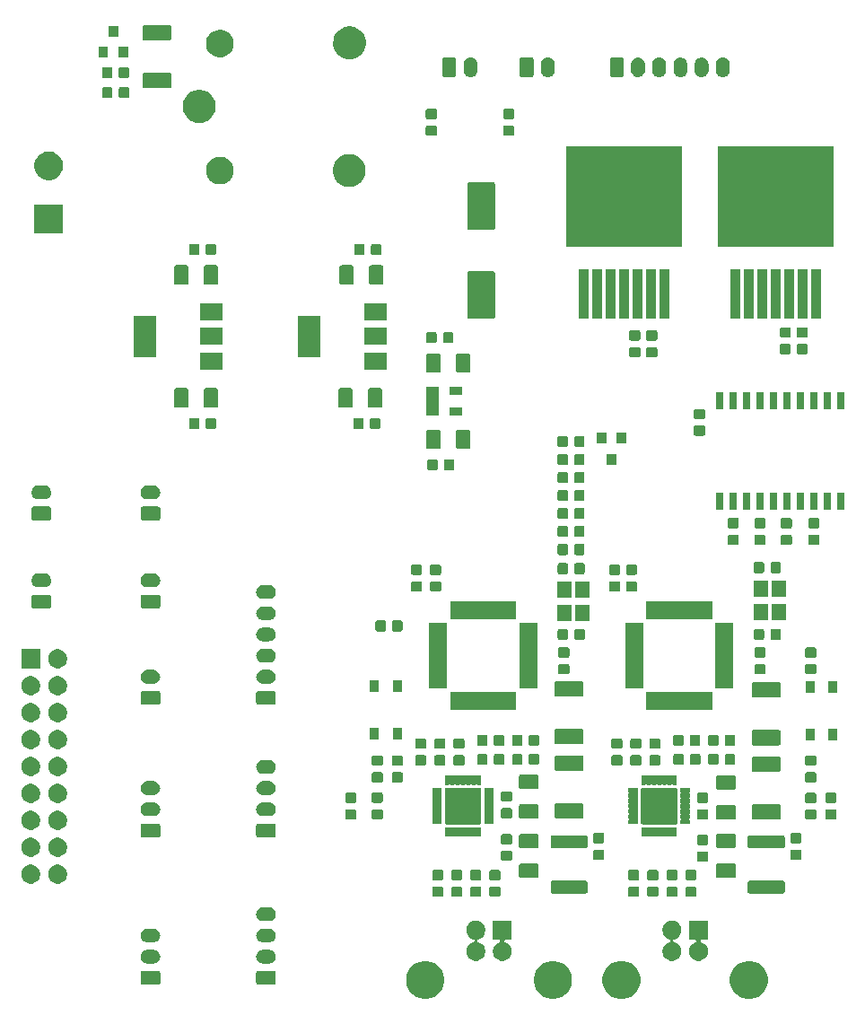
<source format=gts>
G04 #@! TF.GenerationSoftware,KiCad,Pcbnew,(5.1.5)-3*
G04 #@! TF.CreationDate,2020-05-29T16:30:41+07:00*
G04 #@! TF.ProjectId,LIBV,4c494256-2e6b-4696-9361-645f70636258,rev?*
G04 #@! TF.SameCoordinates,PX6b93100PY86f1e60*
G04 #@! TF.FileFunction,Soldermask,Top*
G04 #@! TF.FilePolarity,Negative*
%FSLAX46Y46*%
G04 Gerber Fmt 4.6, Leading zero omitted, Abs format (unit mm)*
G04 Created by KiCad (PCBNEW (5.1.5)-3) date 2020-05-29 16:30:41*
%MOMM*%
%LPD*%
G04 APERTURE LIST*
%ADD10C,0.100000*%
G04 APERTURE END LIST*
D10*
G36*
X41755331Y5021789D02*
G01*
X42083092Y4886026D01*
X42378070Y4688928D01*
X42628928Y4438070D01*
X42826026Y4143092D01*
X42961789Y3815331D01*
X43031000Y3467384D01*
X43031000Y3112616D01*
X42961789Y2764669D01*
X42826026Y2436908D01*
X42628928Y2141930D01*
X42378070Y1891072D01*
X42083092Y1693974D01*
X41755331Y1558211D01*
X41407384Y1489000D01*
X41052616Y1489000D01*
X40704669Y1558211D01*
X40376908Y1693974D01*
X40081930Y1891072D01*
X39831072Y2141930D01*
X39633974Y2436908D01*
X39498211Y2764669D01*
X39429000Y3112616D01*
X39429000Y3467384D01*
X39498211Y3815331D01*
X39633974Y4143092D01*
X39831072Y4438070D01*
X40081930Y4688928D01*
X40376908Y4886026D01*
X40704669Y5021789D01*
X41052616Y5091000D01*
X41407384Y5091000D01*
X41755331Y5021789D01*
G37*
G36*
X60255331Y5021789D02*
G01*
X60583092Y4886026D01*
X60878070Y4688928D01*
X61128928Y4438070D01*
X61326026Y4143092D01*
X61461789Y3815331D01*
X61531000Y3467384D01*
X61531000Y3112616D01*
X61461789Y2764669D01*
X61326026Y2436908D01*
X61128928Y2141930D01*
X60878070Y1891072D01*
X60583092Y1693974D01*
X60255331Y1558211D01*
X59907384Y1489000D01*
X59552616Y1489000D01*
X59204669Y1558211D01*
X58876908Y1693974D01*
X58581930Y1891072D01*
X58331072Y2141930D01*
X58133974Y2436908D01*
X57998211Y2764669D01*
X57929000Y3112616D01*
X57929000Y3467384D01*
X57998211Y3815331D01*
X58133974Y4143092D01*
X58331072Y4438070D01*
X58581930Y4688928D01*
X58876908Y4886026D01*
X59204669Y5021789D01*
X59552616Y5091000D01*
X59907384Y5091000D01*
X60255331Y5021789D01*
G37*
G36*
X72295331Y5021789D02*
G01*
X72623092Y4886026D01*
X72918070Y4688928D01*
X73168928Y4438070D01*
X73366026Y4143092D01*
X73501789Y3815331D01*
X73571000Y3467384D01*
X73571000Y3112616D01*
X73501789Y2764669D01*
X73366026Y2436908D01*
X73168928Y2141930D01*
X72918070Y1891072D01*
X72623092Y1693974D01*
X72295331Y1558211D01*
X71947384Y1489000D01*
X71592616Y1489000D01*
X71244669Y1558211D01*
X70916908Y1693974D01*
X70621930Y1891072D01*
X70371072Y2141930D01*
X70173974Y2436908D01*
X70038211Y2764669D01*
X69969000Y3112616D01*
X69969000Y3467384D01*
X70038211Y3815331D01*
X70173974Y4143092D01*
X70371072Y4438070D01*
X70621930Y4688928D01*
X70916908Y4886026D01*
X71244669Y5021789D01*
X71592616Y5091000D01*
X71947384Y5091000D01*
X72295331Y5021789D01*
G37*
G36*
X53795331Y5021789D02*
G01*
X54123092Y4886026D01*
X54418070Y4688928D01*
X54668928Y4438070D01*
X54866026Y4143092D01*
X55001789Y3815331D01*
X55071000Y3467384D01*
X55071000Y3112616D01*
X55001789Y2764669D01*
X54866026Y2436908D01*
X54668928Y2141930D01*
X54418070Y1891072D01*
X54123092Y1693974D01*
X53795331Y1558211D01*
X53447384Y1489000D01*
X53092616Y1489000D01*
X52744669Y1558211D01*
X52416908Y1693974D01*
X52121930Y1891072D01*
X51871072Y2141930D01*
X51673974Y2436908D01*
X51538211Y2764669D01*
X51469000Y3112616D01*
X51469000Y3467384D01*
X51538211Y3815331D01*
X51673974Y4143092D01*
X51871072Y4438070D01*
X52121930Y4688928D01*
X52416908Y4886026D01*
X52744669Y5021789D01*
X53092616Y5091000D01*
X53447384Y5091000D01*
X53795331Y5021789D01*
G37*
G36*
X26966242Y4146596D02*
G01*
X27003337Y4135343D01*
X27037515Y4117075D01*
X27067481Y4092481D01*
X27092075Y4062515D01*
X27110343Y4028337D01*
X27121596Y3991242D01*
X27126000Y3946526D01*
X27126000Y3053474D01*
X27121596Y3008758D01*
X27110343Y2971663D01*
X27092075Y2937485D01*
X27067481Y2907519D01*
X27037515Y2882925D01*
X27003337Y2864657D01*
X26966242Y2853404D01*
X26921526Y2849000D01*
X25478474Y2849000D01*
X25433758Y2853404D01*
X25396663Y2864657D01*
X25362485Y2882925D01*
X25332519Y2907519D01*
X25307925Y2937485D01*
X25289657Y2971663D01*
X25278404Y3008758D01*
X25274000Y3053474D01*
X25274000Y3946526D01*
X25278404Y3991242D01*
X25289657Y4028337D01*
X25307925Y4062515D01*
X25332519Y4092481D01*
X25362485Y4117075D01*
X25396663Y4135343D01*
X25433758Y4146596D01*
X25478474Y4151000D01*
X26921526Y4151000D01*
X26966242Y4146596D01*
G37*
G36*
X16066242Y4146596D02*
G01*
X16103337Y4135343D01*
X16137515Y4117075D01*
X16167481Y4092481D01*
X16192075Y4062515D01*
X16210343Y4028337D01*
X16221596Y3991242D01*
X16226000Y3946526D01*
X16226000Y3053474D01*
X16221596Y3008758D01*
X16210343Y2971663D01*
X16192075Y2937485D01*
X16167481Y2907519D01*
X16137515Y2882925D01*
X16103337Y2864657D01*
X16066242Y2853404D01*
X16021526Y2849000D01*
X14578474Y2849000D01*
X14533758Y2853404D01*
X14496663Y2864657D01*
X14462485Y2882925D01*
X14432519Y2907519D01*
X14407925Y2937485D01*
X14389657Y2971663D01*
X14378404Y3008758D01*
X14374000Y3053474D01*
X14374000Y3946526D01*
X14378404Y3991242D01*
X14389657Y4028337D01*
X14407925Y4062515D01*
X14432519Y4092481D01*
X14462485Y4117075D01*
X14496663Y4135343D01*
X14533758Y4146596D01*
X14578474Y4151000D01*
X16021526Y4151000D01*
X16066242Y4146596D01*
G37*
G36*
X26538855Y6147860D02*
G01*
X26602618Y6141580D01*
X26693404Y6114040D01*
X26725336Y6104354D01*
X26838425Y6043906D01*
X26937554Y5962554D01*
X27018906Y5863425D01*
X27079354Y5750336D01*
X27079355Y5750332D01*
X27116580Y5627618D01*
X27129149Y5500000D01*
X27116580Y5372382D01*
X27094668Y5300148D01*
X27079354Y5249664D01*
X27018906Y5136575D01*
X26937554Y5037446D01*
X26838425Y4956094D01*
X26725336Y4895646D01*
X26693623Y4886026D01*
X26602618Y4858420D01*
X26538855Y4852140D01*
X26506974Y4849000D01*
X25893026Y4849000D01*
X25861145Y4852140D01*
X25797382Y4858420D01*
X25706377Y4886026D01*
X25674664Y4895646D01*
X25561575Y4956094D01*
X25462446Y5037446D01*
X25381094Y5136575D01*
X25320646Y5249664D01*
X25305332Y5300148D01*
X25283420Y5372382D01*
X25270851Y5500000D01*
X25283420Y5627618D01*
X25320645Y5750332D01*
X25320646Y5750336D01*
X25381094Y5863425D01*
X25462446Y5962554D01*
X25561575Y6043906D01*
X25674664Y6104354D01*
X25706596Y6114040D01*
X25797382Y6141580D01*
X25861145Y6147860D01*
X25893026Y6151000D01*
X26506974Y6151000D01*
X26538855Y6147860D01*
G37*
G36*
X15638855Y6147860D02*
G01*
X15702618Y6141580D01*
X15793404Y6114040D01*
X15825336Y6104354D01*
X15938425Y6043906D01*
X16037554Y5962554D01*
X16118906Y5863425D01*
X16179354Y5750336D01*
X16179355Y5750332D01*
X16216580Y5627618D01*
X16229149Y5500000D01*
X16216580Y5372382D01*
X16194668Y5300148D01*
X16179354Y5249664D01*
X16118906Y5136575D01*
X16037554Y5037446D01*
X15938425Y4956094D01*
X15825336Y4895646D01*
X15793623Y4886026D01*
X15702618Y4858420D01*
X15638855Y4852140D01*
X15606974Y4849000D01*
X14993026Y4849000D01*
X14961145Y4852140D01*
X14897382Y4858420D01*
X14806377Y4886026D01*
X14774664Y4895646D01*
X14661575Y4956094D01*
X14562446Y5037446D01*
X14481094Y5136575D01*
X14420646Y5249664D01*
X14405332Y5300148D01*
X14383420Y5372382D01*
X14370851Y5500000D01*
X14383420Y5627618D01*
X14420645Y5750332D01*
X14420646Y5750336D01*
X14481094Y5863425D01*
X14562446Y5962554D01*
X14661575Y6043906D01*
X14774664Y6104354D01*
X14806596Y6114040D01*
X14897382Y6141580D01*
X14961145Y6147860D01*
X14993026Y6151000D01*
X15606974Y6151000D01*
X15638855Y6147860D01*
G37*
G36*
X64613512Y8896073D02*
G01*
X64762812Y8866376D01*
X64926784Y8798456D01*
X65074354Y8699853D01*
X65199853Y8574354D01*
X65298456Y8426784D01*
X65366376Y8262812D01*
X65388616Y8151000D01*
X65397895Y8104354D01*
X65401000Y8088741D01*
X65401000Y7911259D01*
X65366376Y7737188D01*
X65298456Y7573216D01*
X65199853Y7425646D01*
X65074354Y7300147D01*
X64926784Y7201544D01*
X64762812Y7133624D01*
X64707362Y7122595D01*
X64683922Y7115484D01*
X64662311Y7103933D01*
X64643369Y7088387D01*
X64627824Y7069445D01*
X64616273Y7047835D01*
X64609160Y7024386D01*
X64606758Y7000000D01*
X64609160Y6975613D01*
X64616273Y6952165D01*
X64627824Y6930554D01*
X64643370Y6911612D01*
X64662312Y6896067D01*
X64683922Y6884516D01*
X64707362Y6877405D01*
X64762812Y6866376D01*
X64926784Y6798456D01*
X65074354Y6699853D01*
X65199853Y6574354D01*
X65298456Y6426784D01*
X65366376Y6262812D01*
X65388616Y6151000D01*
X65397895Y6104354D01*
X65401000Y6088741D01*
X65401000Y5911259D01*
X65366376Y5737188D01*
X65298456Y5573216D01*
X65199853Y5425646D01*
X65074354Y5300147D01*
X64926784Y5201544D01*
X64762812Y5133624D01*
X64613512Y5103927D01*
X64588742Y5099000D01*
X64411258Y5099000D01*
X64386488Y5103927D01*
X64237188Y5133624D01*
X64073216Y5201544D01*
X63925646Y5300147D01*
X63800147Y5425646D01*
X63701544Y5573216D01*
X63633624Y5737188D01*
X63599000Y5911259D01*
X63599000Y6088741D01*
X63602106Y6104354D01*
X63611384Y6151000D01*
X63633624Y6262812D01*
X63701544Y6426784D01*
X63800147Y6574354D01*
X63925646Y6699853D01*
X64073216Y6798456D01*
X64237188Y6866376D01*
X64292638Y6877405D01*
X64316078Y6884516D01*
X64337689Y6896067D01*
X64356631Y6911613D01*
X64372176Y6930555D01*
X64383727Y6952165D01*
X64390840Y6975614D01*
X64393242Y7000000D01*
X64390840Y7024387D01*
X64383727Y7047835D01*
X64372176Y7069446D01*
X64356630Y7088388D01*
X64337688Y7103933D01*
X64316078Y7115484D01*
X64292638Y7122595D01*
X64237188Y7133624D01*
X64073216Y7201544D01*
X63925646Y7300147D01*
X63800147Y7425646D01*
X63701544Y7573216D01*
X63633624Y7737188D01*
X63599000Y7911259D01*
X63599000Y8088741D01*
X63602106Y8104354D01*
X63611384Y8151000D01*
X63633624Y8262812D01*
X63701544Y8426784D01*
X63800147Y8574354D01*
X63925646Y8699853D01*
X64073216Y8798456D01*
X64237188Y8866376D01*
X64386488Y8896073D01*
X64411258Y8901000D01*
X64588742Y8901000D01*
X64613512Y8896073D01*
G37*
G36*
X67901000Y7099000D02*
G01*
X67329617Y7099000D01*
X67305231Y7096598D01*
X67281782Y7089485D01*
X67260171Y7077934D01*
X67241229Y7062389D01*
X67225684Y7043447D01*
X67214133Y7021836D01*
X67207020Y6998387D01*
X67204618Y6974001D01*
X67207020Y6949615D01*
X67214133Y6926166D01*
X67225684Y6904555D01*
X67241229Y6885613D01*
X67260171Y6870068D01*
X67281771Y6858523D01*
X67426784Y6798456D01*
X67574354Y6699853D01*
X67699853Y6574354D01*
X67798456Y6426784D01*
X67866376Y6262812D01*
X67888616Y6151000D01*
X67897895Y6104354D01*
X67901000Y6088741D01*
X67901000Y5911259D01*
X67866376Y5737188D01*
X67798456Y5573216D01*
X67699853Y5425646D01*
X67574354Y5300147D01*
X67426784Y5201544D01*
X67262812Y5133624D01*
X67113512Y5103927D01*
X67088742Y5099000D01*
X66911258Y5099000D01*
X66886488Y5103927D01*
X66737188Y5133624D01*
X66573216Y5201544D01*
X66425646Y5300147D01*
X66300147Y5425646D01*
X66201544Y5573216D01*
X66133624Y5737188D01*
X66099000Y5911259D01*
X66099000Y6088741D01*
X66102106Y6104354D01*
X66111384Y6151000D01*
X66133624Y6262812D01*
X66201544Y6426784D01*
X66300147Y6574354D01*
X66425646Y6699853D01*
X66573216Y6798456D01*
X66718229Y6858523D01*
X66739829Y6870068D01*
X66758771Y6885613D01*
X66774316Y6904555D01*
X66785867Y6926166D01*
X66792980Y6949615D01*
X66795382Y6974001D01*
X66792980Y6998387D01*
X66785867Y7021836D01*
X66774316Y7043447D01*
X66758771Y7062389D01*
X66739829Y7077934D01*
X66718218Y7089485D01*
X66694769Y7096598D01*
X66670383Y7099000D01*
X66099000Y7099000D01*
X66099000Y8901000D01*
X67901000Y8901000D01*
X67901000Y7099000D01*
G37*
G36*
X46113512Y8896073D02*
G01*
X46262812Y8866376D01*
X46426784Y8798456D01*
X46574354Y8699853D01*
X46699853Y8574354D01*
X46798456Y8426784D01*
X46866376Y8262812D01*
X46888616Y8151000D01*
X46897895Y8104354D01*
X46901000Y8088741D01*
X46901000Y7911259D01*
X46866376Y7737188D01*
X46798456Y7573216D01*
X46699853Y7425646D01*
X46574354Y7300147D01*
X46426784Y7201544D01*
X46262812Y7133624D01*
X46207362Y7122595D01*
X46183922Y7115484D01*
X46162311Y7103933D01*
X46143369Y7088387D01*
X46127824Y7069445D01*
X46116273Y7047835D01*
X46109160Y7024386D01*
X46106758Y7000000D01*
X46109160Y6975613D01*
X46116273Y6952165D01*
X46127824Y6930554D01*
X46143370Y6911612D01*
X46162312Y6896067D01*
X46183922Y6884516D01*
X46207362Y6877405D01*
X46262812Y6866376D01*
X46426784Y6798456D01*
X46574354Y6699853D01*
X46699853Y6574354D01*
X46798456Y6426784D01*
X46866376Y6262812D01*
X46888616Y6151000D01*
X46897895Y6104354D01*
X46901000Y6088741D01*
X46901000Y5911259D01*
X46866376Y5737188D01*
X46798456Y5573216D01*
X46699853Y5425646D01*
X46574354Y5300147D01*
X46426784Y5201544D01*
X46262812Y5133624D01*
X46113512Y5103927D01*
X46088742Y5099000D01*
X45911258Y5099000D01*
X45886488Y5103927D01*
X45737188Y5133624D01*
X45573216Y5201544D01*
X45425646Y5300147D01*
X45300147Y5425646D01*
X45201544Y5573216D01*
X45133624Y5737188D01*
X45099000Y5911259D01*
X45099000Y6088741D01*
X45102106Y6104354D01*
X45111384Y6151000D01*
X45133624Y6262812D01*
X45201544Y6426784D01*
X45300147Y6574354D01*
X45425646Y6699853D01*
X45573216Y6798456D01*
X45737188Y6866376D01*
X45792638Y6877405D01*
X45816078Y6884516D01*
X45837689Y6896067D01*
X45856631Y6911613D01*
X45872176Y6930555D01*
X45883727Y6952165D01*
X45890840Y6975614D01*
X45893242Y7000000D01*
X45890840Y7024387D01*
X45883727Y7047835D01*
X45872176Y7069446D01*
X45856630Y7088388D01*
X45837688Y7103933D01*
X45816078Y7115484D01*
X45792638Y7122595D01*
X45737188Y7133624D01*
X45573216Y7201544D01*
X45425646Y7300147D01*
X45300147Y7425646D01*
X45201544Y7573216D01*
X45133624Y7737188D01*
X45099000Y7911259D01*
X45099000Y8088741D01*
X45102106Y8104354D01*
X45111384Y8151000D01*
X45133624Y8262812D01*
X45201544Y8426784D01*
X45300147Y8574354D01*
X45425646Y8699853D01*
X45573216Y8798456D01*
X45737188Y8866376D01*
X45886488Y8896073D01*
X45911258Y8901000D01*
X46088742Y8901000D01*
X46113512Y8896073D01*
G37*
G36*
X49401000Y7099000D02*
G01*
X48829617Y7099000D01*
X48805231Y7096598D01*
X48781782Y7089485D01*
X48760171Y7077934D01*
X48741229Y7062389D01*
X48725684Y7043447D01*
X48714133Y7021836D01*
X48707020Y6998387D01*
X48704618Y6974001D01*
X48707020Y6949615D01*
X48714133Y6926166D01*
X48725684Y6904555D01*
X48741229Y6885613D01*
X48760171Y6870068D01*
X48781771Y6858523D01*
X48926784Y6798456D01*
X49074354Y6699853D01*
X49199853Y6574354D01*
X49298456Y6426784D01*
X49366376Y6262812D01*
X49388616Y6151000D01*
X49397895Y6104354D01*
X49401000Y6088741D01*
X49401000Y5911259D01*
X49366376Y5737188D01*
X49298456Y5573216D01*
X49199853Y5425646D01*
X49074354Y5300147D01*
X48926784Y5201544D01*
X48762812Y5133624D01*
X48613512Y5103927D01*
X48588742Y5099000D01*
X48411258Y5099000D01*
X48386488Y5103927D01*
X48237188Y5133624D01*
X48073216Y5201544D01*
X47925646Y5300147D01*
X47800147Y5425646D01*
X47701544Y5573216D01*
X47633624Y5737188D01*
X47599000Y5911259D01*
X47599000Y6088741D01*
X47602106Y6104354D01*
X47611384Y6151000D01*
X47633624Y6262812D01*
X47701544Y6426784D01*
X47800147Y6574354D01*
X47925646Y6699853D01*
X48073216Y6798456D01*
X48218229Y6858523D01*
X48239829Y6870068D01*
X48258771Y6885613D01*
X48274316Y6904555D01*
X48285867Y6926166D01*
X48292980Y6949615D01*
X48295382Y6974001D01*
X48292980Y6998387D01*
X48285867Y7021836D01*
X48274316Y7043447D01*
X48258771Y7062389D01*
X48239829Y7077934D01*
X48218218Y7089485D01*
X48194769Y7096598D01*
X48170383Y7099000D01*
X47599000Y7099000D01*
X47599000Y8901000D01*
X49401000Y8901000D01*
X49401000Y7099000D01*
G37*
G36*
X15638855Y8147860D02*
G01*
X15702618Y8141580D01*
X15793404Y8114040D01*
X15825336Y8104354D01*
X15938425Y8043906D01*
X16037554Y7962554D01*
X16118906Y7863425D01*
X16179354Y7750336D01*
X16179355Y7750332D01*
X16216580Y7627618D01*
X16229149Y7500000D01*
X16216580Y7372382D01*
X16194668Y7300148D01*
X16179354Y7249664D01*
X16118906Y7136575D01*
X16037554Y7037446D01*
X15938425Y6956094D01*
X15825336Y6895646D01*
X15793404Y6885960D01*
X15702618Y6858420D01*
X15638855Y6852140D01*
X15606974Y6849000D01*
X14993026Y6849000D01*
X14961145Y6852140D01*
X14897382Y6858420D01*
X14806596Y6885960D01*
X14774664Y6895646D01*
X14661575Y6956094D01*
X14562446Y7037446D01*
X14481094Y7136575D01*
X14420646Y7249664D01*
X14405332Y7300148D01*
X14383420Y7372382D01*
X14370851Y7500000D01*
X14383420Y7627618D01*
X14420645Y7750332D01*
X14420646Y7750336D01*
X14481094Y7863425D01*
X14562446Y7962554D01*
X14661575Y8043906D01*
X14774664Y8104354D01*
X14806596Y8114040D01*
X14897382Y8141580D01*
X14961145Y8147860D01*
X14993026Y8151000D01*
X15606974Y8151000D01*
X15638855Y8147860D01*
G37*
G36*
X26538855Y8147860D02*
G01*
X26602618Y8141580D01*
X26693404Y8114040D01*
X26725336Y8104354D01*
X26838425Y8043906D01*
X26937554Y7962554D01*
X27018906Y7863425D01*
X27079354Y7750336D01*
X27079355Y7750332D01*
X27116580Y7627618D01*
X27129149Y7500000D01*
X27116580Y7372382D01*
X27094668Y7300148D01*
X27079354Y7249664D01*
X27018906Y7136575D01*
X26937554Y7037446D01*
X26838425Y6956094D01*
X26725336Y6895646D01*
X26693404Y6885960D01*
X26602618Y6858420D01*
X26538855Y6852140D01*
X26506974Y6849000D01*
X25893026Y6849000D01*
X25861145Y6852140D01*
X25797382Y6858420D01*
X25706596Y6885960D01*
X25674664Y6895646D01*
X25561575Y6956094D01*
X25462446Y7037446D01*
X25381094Y7136575D01*
X25320646Y7249664D01*
X25305332Y7300148D01*
X25283420Y7372382D01*
X25270851Y7500000D01*
X25283420Y7627618D01*
X25320645Y7750332D01*
X25320646Y7750336D01*
X25381094Y7863425D01*
X25462446Y7962554D01*
X25561575Y8043906D01*
X25674664Y8104354D01*
X25706596Y8114040D01*
X25797382Y8141580D01*
X25861145Y8147860D01*
X25893026Y8151000D01*
X26506974Y8151000D01*
X26538855Y8147860D01*
G37*
G36*
X26538855Y10147860D02*
G01*
X26602618Y10141580D01*
X26693404Y10114040D01*
X26725336Y10104354D01*
X26838425Y10043906D01*
X26937554Y9962554D01*
X27018906Y9863425D01*
X27079354Y9750336D01*
X27079355Y9750332D01*
X27116580Y9627618D01*
X27129149Y9500000D01*
X27116580Y9372382D01*
X27089040Y9281596D01*
X27079354Y9249664D01*
X27018906Y9136575D01*
X26937554Y9037446D01*
X26838425Y8956094D01*
X26725336Y8895646D01*
X26693404Y8885960D01*
X26602618Y8858420D01*
X26538855Y8852140D01*
X26506974Y8849000D01*
X25893026Y8849000D01*
X25861145Y8852140D01*
X25797382Y8858420D01*
X25706596Y8885960D01*
X25674664Y8895646D01*
X25561575Y8956094D01*
X25462446Y9037446D01*
X25381094Y9136575D01*
X25320646Y9249664D01*
X25310960Y9281596D01*
X25283420Y9372382D01*
X25270851Y9500000D01*
X25283420Y9627618D01*
X25320645Y9750332D01*
X25320646Y9750336D01*
X25381094Y9863425D01*
X25462446Y9962554D01*
X25561575Y10043906D01*
X25674664Y10104354D01*
X25706596Y10114040D01*
X25797382Y10141580D01*
X25861145Y10147860D01*
X25893026Y10151000D01*
X26506974Y10151000D01*
X26538855Y10147860D01*
G37*
G36*
X48179591Y12096915D02*
G01*
X48213569Y12086607D01*
X48244890Y12069866D01*
X48272339Y12047339D01*
X48294866Y12019890D01*
X48311607Y11988569D01*
X48321915Y11954591D01*
X48326000Y11913110D01*
X48326000Y11311890D01*
X48321915Y11270409D01*
X48311607Y11236431D01*
X48294866Y11205110D01*
X48272339Y11177661D01*
X48244890Y11155134D01*
X48213569Y11138393D01*
X48179591Y11128085D01*
X48138110Y11124000D01*
X47461890Y11124000D01*
X47420409Y11128085D01*
X47386431Y11138393D01*
X47355110Y11155134D01*
X47327661Y11177661D01*
X47305134Y11205110D01*
X47288393Y11236431D01*
X47278085Y11270409D01*
X47274000Y11311890D01*
X47274000Y11913110D01*
X47278085Y11954591D01*
X47288393Y11988569D01*
X47305134Y12019890D01*
X47327661Y12047339D01*
X47355110Y12069866D01*
X47386431Y12086607D01*
X47420409Y12096915D01*
X47461890Y12101000D01*
X48138110Y12101000D01*
X48179591Y12096915D01*
G37*
G36*
X42779591Y12096915D02*
G01*
X42813569Y12086607D01*
X42844890Y12069866D01*
X42872339Y12047339D01*
X42894866Y12019890D01*
X42911607Y11988569D01*
X42921915Y11954591D01*
X42926000Y11913110D01*
X42926000Y11311890D01*
X42921915Y11270409D01*
X42911607Y11236431D01*
X42894866Y11205110D01*
X42872339Y11177661D01*
X42844890Y11155134D01*
X42813569Y11138393D01*
X42779591Y11128085D01*
X42738110Y11124000D01*
X42061890Y11124000D01*
X42020409Y11128085D01*
X41986431Y11138393D01*
X41955110Y11155134D01*
X41927661Y11177661D01*
X41905134Y11205110D01*
X41888393Y11236431D01*
X41878085Y11270409D01*
X41874000Y11311890D01*
X41874000Y11913110D01*
X41878085Y11954591D01*
X41888393Y11988569D01*
X41905134Y12019890D01*
X41927661Y12047339D01*
X41955110Y12069866D01*
X41986431Y12086607D01*
X42020409Y12096915D01*
X42061890Y12101000D01*
X42738110Y12101000D01*
X42779591Y12096915D01*
G37*
G36*
X44579591Y12096915D02*
G01*
X44613569Y12086607D01*
X44644890Y12069866D01*
X44672339Y12047339D01*
X44694866Y12019890D01*
X44711607Y11988569D01*
X44721915Y11954591D01*
X44726000Y11913110D01*
X44726000Y11311890D01*
X44721915Y11270409D01*
X44711607Y11236431D01*
X44694866Y11205110D01*
X44672339Y11177661D01*
X44644890Y11155134D01*
X44613569Y11138393D01*
X44579591Y11128085D01*
X44538110Y11124000D01*
X43861890Y11124000D01*
X43820409Y11128085D01*
X43786431Y11138393D01*
X43755110Y11155134D01*
X43727661Y11177661D01*
X43705134Y11205110D01*
X43688393Y11236431D01*
X43678085Y11270409D01*
X43674000Y11311890D01*
X43674000Y11913110D01*
X43678085Y11954591D01*
X43688393Y11988569D01*
X43705134Y12019890D01*
X43727661Y12047339D01*
X43755110Y12069866D01*
X43786431Y12086607D01*
X43820409Y12096915D01*
X43861890Y12101000D01*
X44538110Y12101000D01*
X44579591Y12096915D01*
G37*
G36*
X63079591Y12096915D02*
G01*
X63113569Y12086607D01*
X63144890Y12069866D01*
X63172339Y12047339D01*
X63194866Y12019890D01*
X63211607Y11988569D01*
X63221915Y11954591D01*
X63226000Y11913110D01*
X63226000Y11311890D01*
X63221915Y11270409D01*
X63211607Y11236431D01*
X63194866Y11205110D01*
X63172339Y11177661D01*
X63144890Y11155134D01*
X63113569Y11138393D01*
X63079591Y11128085D01*
X63038110Y11124000D01*
X62361890Y11124000D01*
X62320409Y11128085D01*
X62286431Y11138393D01*
X62255110Y11155134D01*
X62227661Y11177661D01*
X62205134Y11205110D01*
X62188393Y11236431D01*
X62178085Y11270409D01*
X62174000Y11311890D01*
X62174000Y11913110D01*
X62178085Y11954591D01*
X62188393Y11988569D01*
X62205134Y12019890D01*
X62227661Y12047339D01*
X62255110Y12069866D01*
X62286431Y12086607D01*
X62320409Y12096915D01*
X62361890Y12101000D01*
X63038110Y12101000D01*
X63079591Y12096915D01*
G37*
G36*
X64879591Y12096915D02*
G01*
X64913569Y12086607D01*
X64944890Y12069866D01*
X64972339Y12047339D01*
X64994866Y12019890D01*
X65011607Y11988569D01*
X65021915Y11954591D01*
X65026000Y11913110D01*
X65026000Y11311890D01*
X65021915Y11270409D01*
X65011607Y11236431D01*
X64994866Y11205110D01*
X64972339Y11177661D01*
X64944890Y11155134D01*
X64913569Y11138393D01*
X64879591Y11128085D01*
X64838110Y11124000D01*
X64161890Y11124000D01*
X64120409Y11128085D01*
X64086431Y11138393D01*
X64055110Y11155134D01*
X64027661Y11177661D01*
X64005134Y11205110D01*
X63988393Y11236431D01*
X63978085Y11270409D01*
X63974000Y11311890D01*
X63974000Y11913110D01*
X63978085Y11954591D01*
X63988393Y11988569D01*
X64005134Y12019890D01*
X64027661Y12047339D01*
X64055110Y12069866D01*
X64086431Y12086607D01*
X64120409Y12096915D01*
X64161890Y12101000D01*
X64838110Y12101000D01*
X64879591Y12096915D01*
G37*
G36*
X66679591Y12096915D02*
G01*
X66713569Y12086607D01*
X66744890Y12069866D01*
X66772339Y12047339D01*
X66794866Y12019890D01*
X66811607Y11988569D01*
X66821915Y11954591D01*
X66826000Y11913110D01*
X66826000Y11311890D01*
X66821915Y11270409D01*
X66811607Y11236431D01*
X66794866Y11205110D01*
X66772339Y11177661D01*
X66744890Y11155134D01*
X66713569Y11138393D01*
X66679591Y11128085D01*
X66638110Y11124000D01*
X65961890Y11124000D01*
X65920409Y11128085D01*
X65886431Y11138393D01*
X65855110Y11155134D01*
X65827661Y11177661D01*
X65805134Y11205110D01*
X65788393Y11236431D01*
X65778085Y11270409D01*
X65774000Y11311890D01*
X65774000Y11913110D01*
X65778085Y11954591D01*
X65788393Y11988569D01*
X65805134Y12019890D01*
X65827661Y12047339D01*
X65855110Y12069866D01*
X65886431Y12086607D01*
X65920409Y12096915D01*
X65961890Y12101000D01*
X66638110Y12101000D01*
X66679591Y12096915D01*
G37*
G36*
X46379591Y12096915D02*
G01*
X46413569Y12086607D01*
X46444890Y12069866D01*
X46472339Y12047339D01*
X46494866Y12019890D01*
X46511607Y11988569D01*
X46521915Y11954591D01*
X46526000Y11913110D01*
X46526000Y11311890D01*
X46521915Y11270409D01*
X46511607Y11236431D01*
X46494866Y11205110D01*
X46472339Y11177661D01*
X46444890Y11155134D01*
X46413569Y11138393D01*
X46379591Y11128085D01*
X46338110Y11124000D01*
X45661890Y11124000D01*
X45620409Y11128085D01*
X45586431Y11138393D01*
X45555110Y11155134D01*
X45527661Y11177661D01*
X45505134Y11205110D01*
X45488393Y11236431D01*
X45478085Y11270409D01*
X45474000Y11311890D01*
X45474000Y11913110D01*
X45478085Y11954591D01*
X45488393Y11988569D01*
X45505134Y12019890D01*
X45527661Y12047339D01*
X45555110Y12069866D01*
X45586431Y12086607D01*
X45620409Y12096915D01*
X45661890Y12101000D01*
X46338110Y12101000D01*
X46379591Y12096915D01*
G37*
G36*
X61279591Y12108915D02*
G01*
X61313569Y12098607D01*
X61344890Y12081866D01*
X61372339Y12059339D01*
X61394866Y12031890D01*
X61411607Y12000569D01*
X61421915Y11966591D01*
X61426000Y11925110D01*
X61426000Y11323890D01*
X61421915Y11282409D01*
X61411607Y11248431D01*
X61394866Y11217110D01*
X61372339Y11189661D01*
X61344890Y11167134D01*
X61313569Y11150393D01*
X61279591Y11140085D01*
X61238110Y11136000D01*
X60561890Y11136000D01*
X60520409Y11140085D01*
X60486431Y11150393D01*
X60455110Y11167134D01*
X60427661Y11189661D01*
X60405134Y11217110D01*
X60388393Y11248431D01*
X60378085Y11282409D01*
X60374000Y11323890D01*
X60374000Y11925110D01*
X60378085Y11966591D01*
X60388393Y12000569D01*
X60405134Y12031890D01*
X60427661Y12059339D01*
X60455110Y12081866D01*
X60486431Y12098607D01*
X60520409Y12108915D01*
X60561890Y12113000D01*
X61238110Y12113000D01*
X61279591Y12108915D01*
G37*
G36*
X74987307Y12671502D02*
G01*
X75025318Y12659971D01*
X75060342Y12641251D01*
X75091049Y12616049D01*
X75116251Y12585342D01*
X75134971Y12550318D01*
X75146502Y12512307D01*
X75151000Y12466637D01*
X75151000Y11658363D01*
X75146502Y11612693D01*
X75134971Y11574682D01*
X75116251Y11539658D01*
X75091049Y11508951D01*
X75060342Y11483749D01*
X75025318Y11465029D01*
X74987307Y11453498D01*
X74941637Y11449000D01*
X71858363Y11449000D01*
X71812693Y11453498D01*
X71774682Y11465029D01*
X71739658Y11483749D01*
X71708951Y11508951D01*
X71683749Y11539658D01*
X71665029Y11574682D01*
X71653498Y11612693D01*
X71649000Y11658363D01*
X71649000Y12466637D01*
X71653498Y12512307D01*
X71665029Y12550318D01*
X71683749Y12585342D01*
X71708951Y12616049D01*
X71739658Y12641251D01*
X71774682Y12659971D01*
X71812693Y12671502D01*
X71858363Y12676000D01*
X74941637Y12676000D01*
X74987307Y12671502D01*
G37*
G36*
X56387307Y12671502D02*
G01*
X56425318Y12659971D01*
X56460342Y12641251D01*
X56491049Y12616049D01*
X56516251Y12585342D01*
X56534971Y12550318D01*
X56546502Y12512307D01*
X56551000Y12466637D01*
X56551000Y11658363D01*
X56546502Y11612693D01*
X56534971Y11574682D01*
X56516251Y11539658D01*
X56491049Y11508951D01*
X56460342Y11483749D01*
X56425318Y11465029D01*
X56387307Y11453498D01*
X56341637Y11449000D01*
X53258363Y11449000D01*
X53212693Y11453498D01*
X53174682Y11465029D01*
X53139658Y11483749D01*
X53108951Y11508951D01*
X53083749Y11539658D01*
X53065029Y11574682D01*
X53053498Y11612693D01*
X53049000Y11658363D01*
X53049000Y12466637D01*
X53053498Y12512307D01*
X53065029Y12550318D01*
X53083749Y12585342D01*
X53108951Y12616049D01*
X53139658Y12641251D01*
X53174682Y12659971D01*
X53212693Y12671502D01*
X53258363Y12676000D01*
X56341637Y12676000D01*
X56387307Y12671502D01*
G37*
G36*
X4113512Y14176073D02*
G01*
X4262812Y14146376D01*
X4426784Y14078456D01*
X4574354Y13979853D01*
X4699853Y13854354D01*
X4798456Y13706784D01*
X4866376Y13542812D01*
X4901000Y13368741D01*
X4901000Y13191259D01*
X4866376Y13017188D01*
X4798456Y12853216D01*
X4699853Y12705646D01*
X4574354Y12580147D01*
X4426784Y12481544D01*
X4262812Y12413624D01*
X4113512Y12383927D01*
X4088742Y12379000D01*
X3911258Y12379000D01*
X3886488Y12383927D01*
X3737188Y12413624D01*
X3573216Y12481544D01*
X3425646Y12580147D01*
X3300147Y12705646D01*
X3201544Y12853216D01*
X3133624Y13017188D01*
X3099000Y13191259D01*
X3099000Y13368741D01*
X3133624Y13542812D01*
X3201544Y13706784D01*
X3300147Y13854354D01*
X3425646Y13979853D01*
X3573216Y14078456D01*
X3737188Y14146376D01*
X3886488Y14176073D01*
X3911258Y14181000D01*
X4088742Y14181000D01*
X4113512Y14176073D01*
G37*
G36*
X6653512Y14176073D02*
G01*
X6802812Y14146376D01*
X6966784Y14078456D01*
X7114354Y13979853D01*
X7239853Y13854354D01*
X7338456Y13706784D01*
X7406376Y13542812D01*
X7441000Y13368741D01*
X7441000Y13191259D01*
X7406376Y13017188D01*
X7338456Y12853216D01*
X7239853Y12705646D01*
X7114354Y12580147D01*
X6966784Y12481544D01*
X6802812Y12413624D01*
X6653512Y12383927D01*
X6628742Y12379000D01*
X6451258Y12379000D01*
X6426488Y12383927D01*
X6277188Y12413624D01*
X6113216Y12481544D01*
X5965646Y12580147D01*
X5840147Y12705646D01*
X5741544Y12853216D01*
X5673624Y13017188D01*
X5639000Y13191259D01*
X5639000Y13368741D01*
X5673624Y13542812D01*
X5741544Y13706784D01*
X5840147Y13854354D01*
X5965646Y13979853D01*
X6113216Y14078456D01*
X6277188Y14146376D01*
X6426488Y14176073D01*
X6451258Y14181000D01*
X6628742Y14181000D01*
X6653512Y14176073D01*
G37*
G36*
X46379591Y13671915D02*
G01*
X46413569Y13661607D01*
X46444890Y13644866D01*
X46472339Y13622339D01*
X46494866Y13594890D01*
X46511607Y13563569D01*
X46521915Y13529591D01*
X46526000Y13488110D01*
X46526000Y12886890D01*
X46521915Y12845409D01*
X46511607Y12811431D01*
X46494866Y12780110D01*
X46472339Y12752661D01*
X46444890Y12730134D01*
X46413569Y12713393D01*
X46379591Y12703085D01*
X46338110Y12699000D01*
X45661890Y12699000D01*
X45620409Y12703085D01*
X45586431Y12713393D01*
X45555110Y12730134D01*
X45527661Y12752661D01*
X45505134Y12780110D01*
X45488393Y12811431D01*
X45478085Y12845409D01*
X45474000Y12886890D01*
X45474000Y13488110D01*
X45478085Y13529591D01*
X45488393Y13563569D01*
X45505134Y13594890D01*
X45527661Y13622339D01*
X45555110Y13644866D01*
X45586431Y13661607D01*
X45620409Y13671915D01*
X45661890Y13676000D01*
X46338110Y13676000D01*
X46379591Y13671915D01*
G37*
G36*
X42779591Y13671915D02*
G01*
X42813569Y13661607D01*
X42844890Y13644866D01*
X42872339Y13622339D01*
X42894866Y13594890D01*
X42911607Y13563569D01*
X42921915Y13529591D01*
X42926000Y13488110D01*
X42926000Y12886890D01*
X42921915Y12845409D01*
X42911607Y12811431D01*
X42894866Y12780110D01*
X42872339Y12752661D01*
X42844890Y12730134D01*
X42813569Y12713393D01*
X42779591Y12703085D01*
X42738110Y12699000D01*
X42061890Y12699000D01*
X42020409Y12703085D01*
X41986431Y12713393D01*
X41955110Y12730134D01*
X41927661Y12752661D01*
X41905134Y12780110D01*
X41888393Y12811431D01*
X41878085Y12845409D01*
X41874000Y12886890D01*
X41874000Y13488110D01*
X41878085Y13529591D01*
X41888393Y13563569D01*
X41905134Y13594890D01*
X41927661Y13622339D01*
X41955110Y13644866D01*
X41986431Y13661607D01*
X42020409Y13671915D01*
X42061890Y13676000D01*
X42738110Y13676000D01*
X42779591Y13671915D01*
G37*
G36*
X48179591Y13671915D02*
G01*
X48213569Y13661607D01*
X48244890Y13644866D01*
X48272339Y13622339D01*
X48294866Y13594890D01*
X48311607Y13563569D01*
X48321915Y13529591D01*
X48326000Y13488110D01*
X48326000Y12886890D01*
X48321915Y12845409D01*
X48311607Y12811431D01*
X48294866Y12780110D01*
X48272339Y12752661D01*
X48244890Y12730134D01*
X48213569Y12713393D01*
X48179591Y12703085D01*
X48138110Y12699000D01*
X47461890Y12699000D01*
X47420409Y12703085D01*
X47386431Y12713393D01*
X47355110Y12730134D01*
X47327661Y12752661D01*
X47305134Y12780110D01*
X47288393Y12811431D01*
X47278085Y12845409D01*
X47274000Y12886890D01*
X47274000Y13488110D01*
X47278085Y13529591D01*
X47288393Y13563569D01*
X47305134Y13594890D01*
X47327661Y13622339D01*
X47355110Y13644866D01*
X47386431Y13661607D01*
X47420409Y13671915D01*
X47461890Y13676000D01*
X48138110Y13676000D01*
X48179591Y13671915D01*
G37*
G36*
X63079591Y13671915D02*
G01*
X63113569Y13661607D01*
X63144890Y13644866D01*
X63172339Y13622339D01*
X63194866Y13594890D01*
X63211607Y13563569D01*
X63221915Y13529591D01*
X63226000Y13488110D01*
X63226000Y12886890D01*
X63221915Y12845409D01*
X63211607Y12811431D01*
X63194866Y12780110D01*
X63172339Y12752661D01*
X63144890Y12730134D01*
X63113569Y12713393D01*
X63079591Y12703085D01*
X63038110Y12699000D01*
X62361890Y12699000D01*
X62320409Y12703085D01*
X62286431Y12713393D01*
X62255110Y12730134D01*
X62227661Y12752661D01*
X62205134Y12780110D01*
X62188393Y12811431D01*
X62178085Y12845409D01*
X62174000Y12886890D01*
X62174000Y13488110D01*
X62178085Y13529591D01*
X62188393Y13563569D01*
X62205134Y13594890D01*
X62227661Y13622339D01*
X62255110Y13644866D01*
X62286431Y13661607D01*
X62320409Y13671915D01*
X62361890Y13676000D01*
X63038110Y13676000D01*
X63079591Y13671915D01*
G37*
G36*
X44579591Y13671915D02*
G01*
X44613569Y13661607D01*
X44644890Y13644866D01*
X44672339Y13622339D01*
X44694866Y13594890D01*
X44711607Y13563569D01*
X44721915Y13529591D01*
X44726000Y13488110D01*
X44726000Y12886890D01*
X44721915Y12845409D01*
X44711607Y12811431D01*
X44694866Y12780110D01*
X44672339Y12752661D01*
X44644890Y12730134D01*
X44613569Y12713393D01*
X44579591Y12703085D01*
X44538110Y12699000D01*
X43861890Y12699000D01*
X43820409Y12703085D01*
X43786431Y12713393D01*
X43755110Y12730134D01*
X43727661Y12752661D01*
X43705134Y12780110D01*
X43688393Y12811431D01*
X43678085Y12845409D01*
X43674000Y12886890D01*
X43674000Y13488110D01*
X43678085Y13529591D01*
X43688393Y13563569D01*
X43705134Y13594890D01*
X43727661Y13622339D01*
X43755110Y13644866D01*
X43786431Y13661607D01*
X43820409Y13671915D01*
X43861890Y13676000D01*
X44538110Y13676000D01*
X44579591Y13671915D01*
G37*
G36*
X66679591Y13671915D02*
G01*
X66713569Y13661607D01*
X66744890Y13644866D01*
X66772339Y13622339D01*
X66794866Y13594890D01*
X66811607Y13563569D01*
X66821915Y13529591D01*
X66826000Y13488110D01*
X66826000Y12886890D01*
X66821915Y12845409D01*
X66811607Y12811431D01*
X66794866Y12780110D01*
X66772339Y12752661D01*
X66744890Y12730134D01*
X66713569Y12713393D01*
X66679591Y12703085D01*
X66638110Y12699000D01*
X65961890Y12699000D01*
X65920409Y12703085D01*
X65886431Y12713393D01*
X65855110Y12730134D01*
X65827661Y12752661D01*
X65805134Y12780110D01*
X65788393Y12811431D01*
X65778085Y12845409D01*
X65774000Y12886890D01*
X65774000Y13488110D01*
X65778085Y13529591D01*
X65788393Y13563569D01*
X65805134Y13594890D01*
X65827661Y13622339D01*
X65855110Y13644866D01*
X65886431Y13661607D01*
X65920409Y13671915D01*
X65961890Y13676000D01*
X66638110Y13676000D01*
X66679591Y13671915D01*
G37*
G36*
X64879591Y13671915D02*
G01*
X64913569Y13661607D01*
X64944890Y13644866D01*
X64972339Y13622339D01*
X64994866Y13594890D01*
X65011607Y13563569D01*
X65021915Y13529591D01*
X65026000Y13488110D01*
X65026000Y12886890D01*
X65021915Y12845409D01*
X65011607Y12811431D01*
X64994866Y12780110D01*
X64972339Y12752661D01*
X64944890Y12730134D01*
X64913569Y12713393D01*
X64879591Y12703085D01*
X64838110Y12699000D01*
X64161890Y12699000D01*
X64120409Y12703085D01*
X64086431Y12713393D01*
X64055110Y12730134D01*
X64027661Y12752661D01*
X64005134Y12780110D01*
X63988393Y12811431D01*
X63978085Y12845409D01*
X63974000Y12886890D01*
X63974000Y13488110D01*
X63978085Y13529591D01*
X63988393Y13563569D01*
X64005134Y13594890D01*
X64027661Y13622339D01*
X64055110Y13644866D01*
X64086431Y13661607D01*
X64120409Y13671915D01*
X64161890Y13676000D01*
X64838110Y13676000D01*
X64879591Y13671915D01*
G37*
G36*
X61279591Y13683915D02*
G01*
X61313569Y13673607D01*
X61344890Y13656866D01*
X61372339Y13634339D01*
X61394866Y13606890D01*
X61411607Y13575569D01*
X61421915Y13541591D01*
X61426000Y13500110D01*
X61426000Y12898890D01*
X61421915Y12857409D01*
X61411607Y12823431D01*
X61394866Y12792110D01*
X61372339Y12764661D01*
X61344890Y12742134D01*
X61313569Y12725393D01*
X61279591Y12715085D01*
X61238110Y12711000D01*
X60561890Y12711000D01*
X60520409Y12715085D01*
X60486431Y12725393D01*
X60455110Y12742134D01*
X60427661Y12764661D01*
X60405134Y12792110D01*
X60388393Y12823431D01*
X60378085Y12857409D01*
X60374000Y12898890D01*
X60374000Y13500110D01*
X60378085Y13541591D01*
X60388393Y13575569D01*
X60405134Y13606890D01*
X60427661Y13634339D01*
X60455110Y13656866D01*
X60486431Y13673607D01*
X60520409Y13683915D01*
X60561890Y13688000D01*
X61238110Y13688000D01*
X61279591Y13683915D01*
G37*
G36*
X51768604Y14271653D02*
G01*
X51805144Y14260568D01*
X51838821Y14242567D01*
X51868341Y14218341D01*
X51892567Y14188821D01*
X51910568Y14155144D01*
X51921653Y14118604D01*
X51926000Y14074462D01*
X51926000Y13125538D01*
X51921653Y13081396D01*
X51910568Y13044856D01*
X51892567Y13011179D01*
X51868341Y12981659D01*
X51838821Y12957433D01*
X51805144Y12939432D01*
X51768604Y12928347D01*
X51724462Y12924000D01*
X50275538Y12924000D01*
X50231396Y12928347D01*
X50194856Y12939432D01*
X50161179Y12957433D01*
X50131659Y12981659D01*
X50107433Y13011179D01*
X50089432Y13044856D01*
X50078347Y13081396D01*
X50074000Y13125538D01*
X50074000Y14074462D01*
X50078347Y14118604D01*
X50089432Y14155144D01*
X50107433Y14188821D01*
X50131659Y14218341D01*
X50161179Y14242567D01*
X50194856Y14260568D01*
X50231396Y14271653D01*
X50275538Y14276000D01*
X51724462Y14276000D01*
X51768604Y14271653D01*
G37*
G36*
X70368604Y14271653D02*
G01*
X70405144Y14260568D01*
X70438821Y14242567D01*
X70468341Y14218341D01*
X70492567Y14188821D01*
X70510568Y14155144D01*
X70521653Y14118604D01*
X70526000Y14074462D01*
X70526000Y13125538D01*
X70521653Y13081396D01*
X70510568Y13044856D01*
X70492567Y13011179D01*
X70468341Y12981659D01*
X70438821Y12957433D01*
X70405144Y12939432D01*
X70368604Y12928347D01*
X70324462Y12924000D01*
X68875538Y12924000D01*
X68831396Y12928347D01*
X68794856Y12939432D01*
X68761179Y12957433D01*
X68731659Y12981659D01*
X68707433Y13011179D01*
X68689432Y13044856D01*
X68678347Y13081396D01*
X68674000Y13125538D01*
X68674000Y14074462D01*
X68678347Y14118604D01*
X68689432Y14155144D01*
X68707433Y14188821D01*
X68731659Y14218341D01*
X68761179Y14242567D01*
X68794856Y14260568D01*
X68831396Y14271653D01*
X68875538Y14276000D01*
X70324462Y14276000D01*
X70368604Y14271653D01*
G37*
G36*
X67779591Y15408915D02*
G01*
X67813569Y15398607D01*
X67844890Y15381866D01*
X67872339Y15359339D01*
X67894866Y15331890D01*
X67911607Y15300569D01*
X67921915Y15266591D01*
X67926000Y15225110D01*
X67926000Y14623890D01*
X67921915Y14582409D01*
X67911607Y14548431D01*
X67894866Y14517110D01*
X67872339Y14489661D01*
X67844890Y14467134D01*
X67813569Y14450393D01*
X67779591Y14440085D01*
X67738110Y14436000D01*
X67061890Y14436000D01*
X67020409Y14440085D01*
X66986431Y14450393D01*
X66955110Y14467134D01*
X66927661Y14489661D01*
X66905134Y14517110D01*
X66888393Y14548431D01*
X66878085Y14582409D01*
X66874000Y14623890D01*
X66874000Y15225110D01*
X66878085Y15266591D01*
X66888393Y15300569D01*
X66905134Y15331890D01*
X66927661Y15359339D01*
X66955110Y15381866D01*
X66986431Y15398607D01*
X67020409Y15408915D01*
X67061890Y15413000D01*
X67738110Y15413000D01*
X67779591Y15408915D01*
G37*
G36*
X49279591Y15484915D02*
G01*
X49313569Y15474607D01*
X49344890Y15457866D01*
X49372339Y15435339D01*
X49394866Y15407890D01*
X49411607Y15376569D01*
X49421915Y15342591D01*
X49426000Y15301110D01*
X49426000Y14699890D01*
X49421915Y14658409D01*
X49411607Y14624431D01*
X49394866Y14593110D01*
X49372339Y14565661D01*
X49344890Y14543134D01*
X49313569Y14526393D01*
X49279591Y14516085D01*
X49238110Y14512000D01*
X48561890Y14512000D01*
X48520409Y14516085D01*
X48486431Y14526393D01*
X48455110Y14543134D01*
X48427661Y14565661D01*
X48405134Y14593110D01*
X48388393Y14624431D01*
X48378085Y14658409D01*
X48374000Y14699890D01*
X48374000Y15301110D01*
X48378085Y15342591D01*
X48388393Y15376569D01*
X48405134Y15407890D01*
X48427661Y15435339D01*
X48455110Y15457866D01*
X48486431Y15474607D01*
X48520409Y15484915D01*
X48561890Y15489000D01*
X49238110Y15489000D01*
X49279591Y15484915D01*
G37*
G36*
X76579591Y15584915D02*
G01*
X76613569Y15574607D01*
X76644890Y15557866D01*
X76672339Y15535339D01*
X76694866Y15507890D01*
X76711607Y15476569D01*
X76721915Y15442591D01*
X76726000Y15401110D01*
X76726000Y14799890D01*
X76721915Y14758409D01*
X76711607Y14724431D01*
X76694866Y14693110D01*
X76672339Y14665661D01*
X76644890Y14643134D01*
X76613569Y14626393D01*
X76579591Y14616085D01*
X76538110Y14612000D01*
X75861890Y14612000D01*
X75820409Y14616085D01*
X75786431Y14626393D01*
X75755110Y14643134D01*
X75727661Y14665661D01*
X75705134Y14693110D01*
X75688393Y14724431D01*
X75678085Y14758409D01*
X75674000Y14799890D01*
X75674000Y15401110D01*
X75678085Y15442591D01*
X75688393Y15476569D01*
X75705134Y15507890D01*
X75727661Y15535339D01*
X75755110Y15557866D01*
X75786431Y15574607D01*
X75820409Y15584915D01*
X75861890Y15589000D01*
X76538110Y15589000D01*
X76579591Y15584915D01*
G37*
G36*
X57979591Y15584915D02*
G01*
X58013569Y15574607D01*
X58044890Y15557866D01*
X58072339Y15535339D01*
X58094866Y15507890D01*
X58111607Y15476569D01*
X58121915Y15442591D01*
X58126000Y15401110D01*
X58126000Y14799890D01*
X58121915Y14758409D01*
X58111607Y14724431D01*
X58094866Y14693110D01*
X58072339Y14665661D01*
X58044890Y14643134D01*
X58013569Y14626393D01*
X57979591Y14616085D01*
X57938110Y14612000D01*
X57261890Y14612000D01*
X57220409Y14616085D01*
X57186431Y14626393D01*
X57155110Y14643134D01*
X57127661Y14665661D01*
X57105134Y14693110D01*
X57088393Y14724431D01*
X57078085Y14758409D01*
X57074000Y14799890D01*
X57074000Y15401110D01*
X57078085Y15442591D01*
X57088393Y15476569D01*
X57105134Y15507890D01*
X57127661Y15535339D01*
X57155110Y15557866D01*
X57186431Y15574607D01*
X57220409Y15584915D01*
X57261890Y15589000D01*
X57938110Y15589000D01*
X57979591Y15584915D01*
G37*
G36*
X4113512Y16716073D02*
G01*
X4262812Y16686376D01*
X4426784Y16618456D01*
X4574354Y16519853D01*
X4699853Y16394354D01*
X4798456Y16246784D01*
X4866376Y16082812D01*
X4901000Y15908741D01*
X4901000Y15731259D01*
X4866376Y15557188D01*
X4798456Y15393216D01*
X4699853Y15245646D01*
X4574354Y15120147D01*
X4426784Y15021544D01*
X4262812Y14953624D01*
X4113512Y14923927D01*
X4088742Y14919000D01*
X3911258Y14919000D01*
X3886488Y14923927D01*
X3737188Y14953624D01*
X3573216Y15021544D01*
X3425646Y15120147D01*
X3300147Y15245646D01*
X3201544Y15393216D01*
X3133624Y15557188D01*
X3099000Y15731259D01*
X3099000Y15908741D01*
X3133624Y16082812D01*
X3201544Y16246784D01*
X3300147Y16394354D01*
X3425646Y16519853D01*
X3573216Y16618456D01*
X3737188Y16686376D01*
X3886488Y16716073D01*
X3911258Y16721000D01*
X4088742Y16721000D01*
X4113512Y16716073D01*
G37*
G36*
X6653512Y16716073D02*
G01*
X6802812Y16686376D01*
X6966784Y16618456D01*
X7114354Y16519853D01*
X7239853Y16394354D01*
X7338456Y16246784D01*
X7406376Y16082812D01*
X7441000Y15908741D01*
X7441000Y15731259D01*
X7406376Y15557188D01*
X7338456Y15393216D01*
X7239853Y15245646D01*
X7114354Y15120147D01*
X6966784Y15021544D01*
X6802812Y14953624D01*
X6653512Y14923927D01*
X6628742Y14919000D01*
X6451258Y14919000D01*
X6426488Y14923927D01*
X6277188Y14953624D01*
X6113216Y15021544D01*
X5965646Y15120147D01*
X5840147Y15245646D01*
X5741544Y15393216D01*
X5673624Y15557188D01*
X5639000Y15731259D01*
X5639000Y15908741D01*
X5673624Y16082812D01*
X5741544Y16246784D01*
X5840147Y16394354D01*
X5965646Y16519853D01*
X6113216Y16618456D01*
X6277188Y16686376D01*
X6426488Y16716073D01*
X6451258Y16721000D01*
X6628742Y16721000D01*
X6653512Y16716073D01*
G37*
G36*
X51768604Y17071653D02*
G01*
X51805144Y17060568D01*
X51838821Y17042567D01*
X51868341Y17018341D01*
X51892567Y16988821D01*
X51910568Y16955144D01*
X51921653Y16918604D01*
X51926000Y16874462D01*
X51926000Y15925538D01*
X51921653Y15881396D01*
X51910568Y15844856D01*
X51892567Y15811179D01*
X51868341Y15781659D01*
X51838821Y15757433D01*
X51805144Y15739432D01*
X51768604Y15728347D01*
X51724462Y15724000D01*
X50275538Y15724000D01*
X50231396Y15728347D01*
X50194856Y15739432D01*
X50161179Y15757433D01*
X50131659Y15781659D01*
X50107433Y15811179D01*
X50089432Y15844856D01*
X50078347Y15881396D01*
X50074000Y15925538D01*
X50074000Y16874462D01*
X50078347Y16918604D01*
X50089432Y16955144D01*
X50107433Y16988821D01*
X50131659Y17018341D01*
X50161179Y17042567D01*
X50194856Y17060568D01*
X50231396Y17071653D01*
X50275538Y17076000D01*
X51724462Y17076000D01*
X51768604Y17071653D01*
G37*
G36*
X70368604Y17071653D02*
G01*
X70405144Y17060568D01*
X70438821Y17042567D01*
X70468341Y17018341D01*
X70492567Y16988821D01*
X70510568Y16955144D01*
X70521653Y16918604D01*
X70526000Y16874462D01*
X70526000Y15925538D01*
X70521653Y15881396D01*
X70510568Y15844856D01*
X70492567Y15811179D01*
X70468341Y15781659D01*
X70438821Y15757433D01*
X70405144Y15739432D01*
X70368604Y15728347D01*
X70324462Y15724000D01*
X68875538Y15724000D01*
X68831396Y15728347D01*
X68794856Y15739432D01*
X68761179Y15757433D01*
X68731659Y15781659D01*
X68707433Y15811179D01*
X68689432Y15844856D01*
X68678347Y15881396D01*
X68674000Y15925538D01*
X68674000Y16874462D01*
X68678347Y16918604D01*
X68689432Y16955144D01*
X68707433Y16988821D01*
X68731659Y17018341D01*
X68761179Y17042567D01*
X68794856Y17060568D01*
X68831396Y17071653D01*
X68875538Y17076000D01*
X70324462Y17076000D01*
X70368604Y17071653D01*
G37*
G36*
X74987307Y16946502D02*
G01*
X75025318Y16934971D01*
X75060342Y16916251D01*
X75091049Y16891049D01*
X75116251Y16860342D01*
X75134971Y16825318D01*
X75146502Y16787307D01*
X75151000Y16741637D01*
X75151000Y15933363D01*
X75146502Y15887693D01*
X75134971Y15849682D01*
X75116251Y15814658D01*
X75091049Y15783951D01*
X75060342Y15758749D01*
X75025318Y15740029D01*
X74987307Y15728498D01*
X74941637Y15724000D01*
X71858363Y15724000D01*
X71812693Y15728498D01*
X71774682Y15740029D01*
X71739658Y15758749D01*
X71708951Y15783951D01*
X71683749Y15814658D01*
X71665029Y15849682D01*
X71653498Y15887693D01*
X71649000Y15933363D01*
X71649000Y16741637D01*
X71653498Y16787307D01*
X71665029Y16825318D01*
X71683749Y16860342D01*
X71708951Y16891049D01*
X71739658Y16916251D01*
X71774682Y16934971D01*
X71812693Y16946502D01*
X71858363Y16951000D01*
X74941637Y16951000D01*
X74987307Y16946502D01*
G37*
G36*
X56387307Y16946502D02*
G01*
X56425318Y16934971D01*
X56460342Y16916251D01*
X56491049Y16891049D01*
X56516251Y16860342D01*
X56534971Y16825318D01*
X56546502Y16787307D01*
X56551000Y16741637D01*
X56551000Y15933363D01*
X56546502Y15887693D01*
X56534971Y15849682D01*
X56516251Y15814658D01*
X56491049Y15783951D01*
X56460342Y15758749D01*
X56425318Y15740029D01*
X56387307Y15728498D01*
X56341637Y15724000D01*
X53258363Y15724000D01*
X53212693Y15728498D01*
X53174682Y15740029D01*
X53139658Y15758749D01*
X53108951Y15783951D01*
X53083749Y15814658D01*
X53065029Y15849682D01*
X53053498Y15887693D01*
X53049000Y15933363D01*
X53049000Y16741637D01*
X53053498Y16787307D01*
X53065029Y16825318D01*
X53083749Y16860342D01*
X53108951Y16891049D01*
X53139658Y16916251D01*
X53174682Y16934971D01*
X53212693Y16946502D01*
X53258363Y16951000D01*
X56341637Y16951000D01*
X56387307Y16946502D01*
G37*
G36*
X67779591Y16983915D02*
G01*
X67813569Y16973607D01*
X67844890Y16956866D01*
X67872339Y16934339D01*
X67894866Y16906890D01*
X67911607Y16875569D01*
X67921915Y16841591D01*
X67926000Y16800110D01*
X67926000Y16198890D01*
X67921915Y16157409D01*
X67911607Y16123431D01*
X67894866Y16092110D01*
X67872339Y16064661D01*
X67844890Y16042134D01*
X67813569Y16025393D01*
X67779591Y16015085D01*
X67738110Y16011000D01*
X67061890Y16011000D01*
X67020409Y16015085D01*
X66986431Y16025393D01*
X66955110Y16042134D01*
X66927661Y16064661D01*
X66905134Y16092110D01*
X66888393Y16123431D01*
X66878085Y16157409D01*
X66874000Y16198890D01*
X66874000Y16800110D01*
X66878085Y16841591D01*
X66888393Y16875569D01*
X66905134Y16906890D01*
X66927661Y16934339D01*
X66955110Y16956866D01*
X66986431Y16973607D01*
X67020409Y16983915D01*
X67061890Y16988000D01*
X67738110Y16988000D01*
X67779591Y16983915D01*
G37*
G36*
X49279591Y17059915D02*
G01*
X49313569Y17049607D01*
X49344890Y17032866D01*
X49372339Y17010339D01*
X49394866Y16982890D01*
X49411607Y16951569D01*
X49421915Y16917591D01*
X49426000Y16876110D01*
X49426000Y16274890D01*
X49421915Y16233409D01*
X49411607Y16199431D01*
X49394866Y16168110D01*
X49372339Y16140661D01*
X49344890Y16118134D01*
X49313569Y16101393D01*
X49279591Y16091085D01*
X49238110Y16087000D01*
X48561890Y16087000D01*
X48520409Y16091085D01*
X48486431Y16101393D01*
X48455110Y16118134D01*
X48427661Y16140661D01*
X48405134Y16168110D01*
X48388393Y16199431D01*
X48378085Y16233409D01*
X48374000Y16274890D01*
X48374000Y16876110D01*
X48378085Y16917591D01*
X48388393Y16951569D01*
X48405134Y16982890D01*
X48427661Y17010339D01*
X48455110Y17032866D01*
X48486431Y17049607D01*
X48520409Y17059915D01*
X48561890Y17064000D01*
X49238110Y17064000D01*
X49279591Y17059915D01*
G37*
G36*
X76579591Y17159915D02*
G01*
X76613569Y17149607D01*
X76644890Y17132866D01*
X76672339Y17110339D01*
X76694866Y17082890D01*
X76711607Y17051569D01*
X76721915Y17017591D01*
X76726000Y16976110D01*
X76726000Y16374890D01*
X76721915Y16333409D01*
X76711607Y16299431D01*
X76694866Y16268110D01*
X76672339Y16240661D01*
X76644890Y16218134D01*
X76613569Y16201393D01*
X76579591Y16191085D01*
X76538110Y16187000D01*
X75861890Y16187000D01*
X75820409Y16191085D01*
X75786431Y16201393D01*
X75755110Y16218134D01*
X75727661Y16240661D01*
X75705134Y16268110D01*
X75688393Y16299431D01*
X75678085Y16333409D01*
X75674000Y16374890D01*
X75674000Y16976110D01*
X75678085Y17017591D01*
X75688393Y17051569D01*
X75705134Y17082890D01*
X75727661Y17110339D01*
X75755110Y17132866D01*
X75786431Y17149607D01*
X75820409Y17159915D01*
X75861890Y17164000D01*
X76538110Y17164000D01*
X76579591Y17159915D01*
G37*
G36*
X57979591Y17159915D02*
G01*
X58013569Y17149607D01*
X58044890Y17132866D01*
X58072339Y17110339D01*
X58094866Y17082890D01*
X58111607Y17051569D01*
X58121915Y17017591D01*
X58126000Y16976110D01*
X58126000Y16374890D01*
X58121915Y16333409D01*
X58111607Y16299431D01*
X58094866Y16268110D01*
X58072339Y16240661D01*
X58044890Y16218134D01*
X58013569Y16201393D01*
X57979591Y16191085D01*
X57938110Y16187000D01*
X57261890Y16187000D01*
X57220409Y16191085D01*
X57186431Y16201393D01*
X57155110Y16218134D01*
X57127661Y16240661D01*
X57105134Y16268110D01*
X57088393Y16299431D01*
X57078085Y16333409D01*
X57074000Y16374890D01*
X57074000Y16976110D01*
X57078085Y17017591D01*
X57088393Y17051569D01*
X57105134Y17082890D01*
X57127661Y17110339D01*
X57155110Y17132866D01*
X57186431Y17149607D01*
X57220409Y17159915D01*
X57261890Y17164000D01*
X57938110Y17164000D01*
X57979591Y17159915D01*
G37*
G36*
X26966242Y18046596D02*
G01*
X27003337Y18035343D01*
X27037515Y18017075D01*
X27067481Y17992481D01*
X27092075Y17962515D01*
X27110343Y17928337D01*
X27121596Y17891242D01*
X27126000Y17846526D01*
X27126000Y16953474D01*
X27121596Y16908758D01*
X27110343Y16871663D01*
X27092075Y16837485D01*
X27067481Y16807519D01*
X27037515Y16782925D01*
X27003337Y16764657D01*
X26966242Y16753404D01*
X26921526Y16749000D01*
X25478474Y16749000D01*
X25433758Y16753404D01*
X25396663Y16764657D01*
X25362485Y16782925D01*
X25332519Y16807519D01*
X25307925Y16837485D01*
X25289657Y16871663D01*
X25278404Y16908758D01*
X25274000Y16953474D01*
X25274000Y17846526D01*
X25278404Y17891242D01*
X25289657Y17928337D01*
X25307925Y17962515D01*
X25332519Y17992481D01*
X25362485Y18017075D01*
X25396663Y18035343D01*
X25433758Y18046596D01*
X25478474Y18051000D01*
X26921526Y18051000D01*
X26966242Y18046596D01*
G37*
G36*
X16066242Y18046596D02*
G01*
X16103337Y18035343D01*
X16137515Y18017075D01*
X16167481Y17992481D01*
X16192075Y17962515D01*
X16210343Y17928337D01*
X16221596Y17891242D01*
X16226000Y17846526D01*
X16226000Y16953474D01*
X16221596Y16908758D01*
X16210343Y16871663D01*
X16192075Y16837485D01*
X16167481Y16807519D01*
X16137515Y16782925D01*
X16103337Y16764657D01*
X16066242Y16753404D01*
X16021526Y16749000D01*
X14578474Y16749000D01*
X14533758Y16753404D01*
X14496663Y16764657D01*
X14462485Y16782925D01*
X14432519Y16807519D01*
X14407925Y16837485D01*
X14389657Y16871663D01*
X14378404Y16908758D01*
X14374000Y16953474D01*
X14374000Y17846526D01*
X14378404Y17891242D01*
X14389657Y17928337D01*
X14407925Y17962515D01*
X14432519Y17992481D01*
X14462485Y18017075D01*
X14496663Y18035343D01*
X14533758Y18046596D01*
X14578474Y18051000D01*
X16021526Y18051000D01*
X16066242Y18046596D01*
G37*
G36*
X43455355Y17699917D02*
G01*
X43460029Y17698499D01*
X43464330Y17696200D01*
X43470702Y17690971D01*
X43491076Y17677357D01*
X43513715Y17667980D01*
X43537749Y17663200D01*
X43562253Y17663200D01*
X43586286Y17667981D01*
X43608925Y17677358D01*
X43629298Y17690971D01*
X43635670Y17696200D01*
X43639971Y17698499D01*
X43644645Y17699917D01*
X43655641Y17701000D01*
X43944359Y17701000D01*
X43955355Y17699917D01*
X43960029Y17698499D01*
X43964330Y17696200D01*
X43970702Y17690971D01*
X43991076Y17677357D01*
X44013715Y17667980D01*
X44037749Y17663200D01*
X44062253Y17663200D01*
X44086286Y17667981D01*
X44108925Y17677358D01*
X44129298Y17690971D01*
X44135670Y17696200D01*
X44139971Y17698499D01*
X44144645Y17699917D01*
X44155641Y17701000D01*
X44444359Y17701000D01*
X44455355Y17699917D01*
X44460029Y17698499D01*
X44464330Y17696200D01*
X44470702Y17690971D01*
X44491076Y17677357D01*
X44513715Y17667980D01*
X44537749Y17663200D01*
X44562253Y17663200D01*
X44586286Y17667981D01*
X44608925Y17677358D01*
X44629298Y17690971D01*
X44635670Y17696200D01*
X44639971Y17698499D01*
X44644645Y17699917D01*
X44655641Y17701000D01*
X44944359Y17701000D01*
X44955355Y17699917D01*
X44960029Y17698499D01*
X44964330Y17696200D01*
X44970702Y17690971D01*
X44991076Y17677357D01*
X45013715Y17667980D01*
X45037749Y17663200D01*
X45062253Y17663200D01*
X45086286Y17667981D01*
X45108925Y17677358D01*
X45129298Y17690971D01*
X45135670Y17696200D01*
X45139971Y17698499D01*
X45144645Y17699917D01*
X45155641Y17701000D01*
X45444359Y17701000D01*
X45455355Y17699917D01*
X45460029Y17698499D01*
X45464330Y17696200D01*
X45470702Y17690971D01*
X45491076Y17677357D01*
X45513715Y17667980D01*
X45537749Y17663200D01*
X45562253Y17663200D01*
X45586286Y17667981D01*
X45608925Y17677358D01*
X45629298Y17690971D01*
X45635670Y17696200D01*
X45639971Y17698499D01*
X45644645Y17699917D01*
X45655641Y17701000D01*
X45944359Y17701000D01*
X45955355Y17699917D01*
X45960029Y17698499D01*
X45964330Y17696200D01*
X45970702Y17690971D01*
X45991076Y17677357D01*
X46013715Y17667980D01*
X46037749Y17663200D01*
X46062253Y17663200D01*
X46086286Y17667981D01*
X46108925Y17677358D01*
X46129298Y17690971D01*
X46135670Y17696200D01*
X46139971Y17698499D01*
X46144645Y17699917D01*
X46155641Y17701000D01*
X46444359Y17701000D01*
X46455355Y17699917D01*
X46460029Y17698499D01*
X46464331Y17696200D01*
X46468104Y17693104D01*
X46471200Y17689331D01*
X46473499Y17685029D01*
X46474917Y17680355D01*
X46476000Y17669359D01*
X46476000Y16830641D01*
X46474917Y16819645D01*
X46473499Y16814971D01*
X46471200Y16810669D01*
X46468104Y16806896D01*
X46464331Y16803800D01*
X46460029Y16801501D01*
X46455355Y16800083D01*
X46444359Y16799000D01*
X46155641Y16799000D01*
X46144645Y16800083D01*
X46139971Y16801501D01*
X46135670Y16803800D01*
X46129298Y16809029D01*
X46108924Y16822643D01*
X46086285Y16832020D01*
X46062251Y16836800D01*
X46037747Y16836800D01*
X46013714Y16832019D01*
X45991075Y16822642D01*
X45970702Y16809029D01*
X45964330Y16803800D01*
X45960029Y16801501D01*
X45955355Y16800083D01*
X45944359Y16799000D01*
X45655641Y16799000D01*
X45644645Y16800083D01*
X45639971Y16801501D01*
X45635670Y16803800D01*
X45629298Y16809029D01*
X45608924Y16822643D01*
X45586285Y16832020D01*
X45562251Y16836800D01*
X45537747Y16836800D01*
X45513714Y16832019D01*
X45491075Y16822642D01*
X45470702Y16809029D01*
X45464330Y16803800D01*
X45460029Y16801501D01*
X45455355Y16800083D01*
X45444359Y16799000D01*
X45155641Y16799000D01*
X45144645Y16800083D01*
X45139971Y16801501D01*
X45135670Y16803800D01*
X45129298Y16809029D01*
X45108924Y16822643D01*
X45086285Y16832020D01*
X45062251Y16836800D01*
X45037747Y16836800D01*
X45013714Y16832019D01*
X44991075Y16822642D01*
X44970702Y16809029D01*
X44964330Y16803800D01*
X44960029Y16801501D01*
X44955355Y16800083D01*
X44944359Y16799000D01*
X44655641Y16799000D01*
X44644645Y16800083D01*
X44639971Y16801501D01*
X44635670Y16803800D01*
X44629298Y16809029D01*
X44608924Y16822643D01*
X44586285Y16832020D01*
X44562251Y16836800D01*
X44537747Y16836800D01*
X44513714Y16832019D01*
X44491075Y16822642D01*
X44470702Y16809029D01*
X44464330Y16803800D01*
X44460029Y16801501D01*
X44455355Y16800083D01*
X44444359Y16799000D01*
X44155641Y16799000D01*
X44144645Y16800083D01*
X44139971Y16801501D01*
X44135670Y16803800D01*
X44129298Y16809029D01*
X44108924Y16822643D01*
X44086285Y16832020D01*
X44062251Y16836800D01*
X44037747Y16836800D01*
X44013714Y16832019D01*
X43991075Y16822642D01*
X43970702Y16809029D01*
X43964330Y16803800D01*
X43960029Y16801501D01*
X43955355Y16800083D01*
X43944359Y16799000D01*
X43655641Y16799000D01*
X43644645Y16800083D01*
X43639971Y16801501D01*
X43635670Y16803800D01*
X43629298Y16809029D01*
X43608924Y16822643D01*
X43586285Y16832020D01*
X43562251Y16836800D01*
X43537747Y16836800D01*
X43513714Y16832019D01*
X43491075Y16822642D01*
X43470702Y16809029D01*
X43464330Y16803800D01*
X43460029Y16801501D01*
X43455355Y16800083D01*
X43444359Y16799000D01*
X43155641Y16799000D01*
X43144645Y16800083D01*
X43139971Y16801501D01*
X43135669Y16803800D01*
X43131896Y16806896D01*
X43128800Y16810669D01*
X43126501Y16814971D01*
X43125083Y16819645D01*
X43124000Y16830641D01*
X43124000Y17669359D01*
X43125083Y17680355D01*
X43126501Y17685029D01*
X43128800Y17689331D01*
X43131896Y17693104D01*
X43135669Y17696200D01*
X43139971Y17698499D01*
X43144645Y17699917D01*
X43155641Y17701000D01*
X43444359Y17701000D01*
X43455355Y17699917D01*
G37*
G36*
X61955355Y17699917D02*
G01*
X61960029Y17698499D01*
X61964330Y17696200D01*
X61970702Y17690971D01*
X61991076Y17677357D01*
X62013715Y17667980D01*
X62037749Y17663200D01*
X62062253Y17663200D01*
X62086286Y17667981D01*
X62108925Y17677358D01*
X62129298Y17690971D01*
X62135670Y17696200D01*
X62139971Y17698499D01*
X62144645Y17699917D01*
X62155641Y17701000D01*
X62444359Y17701000D01*
X62455355Y17699917D01*
X62460029Y17698499D01*
X62464330Y17696200D01*
X62470702Y17690971D01*
X62491076Y17677357D01*
X62513715Y17667980D01*
X62537749Y17663200D01*
X62562253Y17663200D01*
X62586286Y17667981D01*
X62608925Y17677358D01*
X62629298Y17690971D01*
X62635670Y17696200D01*
X62639971Y17698499D01*
X62644645Y17699917D01*
X62655641Y17701000D01*
X62944359Y17701000D01*
X62955355Y17699917D01*
X62960029Y17698499D01*
X62964330Y17696200D01*
X62970702Y17690971D01*
X62991076Y17677357D01*
X63013715Y17667980D01*
X63037749Y17663200D01*
X63062253Y17663200D01*
X63086286Y17667981D01*
X63108925Y17677358D01*
X63129298Y17690971D01*
X63135670Y17696200D01*
X63139971Y17698499D01*
X63144645Y17699917D01*
X63155641Y17701000D01*
X63444359Y17701000D01*
X63455355Y17699917D01*
X63460029Y17698499D01*
X63464330Y17696200D01*
X63470702Y17690971D01*
X63491076Y17677357D01*
X63513715Y17667980D01*
X63537749Y17663200D01*
X63562253Y17663200D01*
X63586286Y17667981D01*
X63608925Y17677358D01*
X63629298Y17690971D01*
X63635670Y17696200D01*
X63639971Y17698499D01*
X63644645Y17699917D01*
X63655641Y17701000D01*
X63944359Y17701000D01*
X63955355Y17699917D01*
X63960029Y17698499D01*
X63964330Y17696200D01*
X63970702Y17690971D01*
X63991076Y17677357D01*
X64013715Y17667980D01*
X64037749Y17663200D01*
X64062253Y17663200D01*
X64086286Y17667981D01*
X64108925Y17677358D01*
X64129298Y17690971D01*
X64135670Y17696200D01*
X64139971Y17698499D01*
X64144645Y17699917D01*
X64155641Y17701000D01*
X64444359Y17701000D01*
X64455355Y17699917D01*
X64460029Y17698499D01*
X64464330Y17696200D01*
X64470702Y17690971D01*
X64491076Y17677357D01*
X64513715Y17667980D01*
X64537749Y17663200D01*
X64562253Y17663200D01*
X64586286Y17667981D01*
X64608925Y17677358D01*
X64629298Y17690971D01*
X64635670Y17696200D01*
X64639971Y17698499D01*
X64644645Y17699917D01*
X64655641Y17701000D01*
X64944359Y17701000D01*
X64955355Y17699917D01*
X64960029Y17698499D01*
X64964331Y17696200D01*
X64968104Y17693104D01*
X64971200Y17689331D01*
X64973499Y17685029D01*
X64974917Y17680355D01*
X64976000Y17669359D01*
X64976000Y16830641D01*
X64974917Y16819645D01*
X64973499Y16814971D01*
X64971200Y16810669D01*
X64968104Y16806896D01*
X64964331Y16803800D01*
X64960029Y16801501D01*
X64955355Y16800083D01*
X64944359Y16799000D01*
X64655641Y16799000D01*
X64644645Y16800083D01*
X64639971Y16801501D01*
X64635670Y16803800D01*
X64629298Y16809029D01*
X64608924Y16822643D01*
X64586285Y16832020D01*
X64562251Y16836800D01*
X64537747Y16836800D01*
X64513714Y16832019D01*
X64491075Y16822642D01*
X64470702Y16809029D01*
X64464330Y16803800D01*
X64460029Y16801501D01*
X64455355Y16800083D01*
X64444359Y16799000D01*
X64155641Y16799000D01*
X64144645Y16800083D01*
X64139971Y16801501D01*
X64135670Y16803800D01*
X64129298Y16809029D01*
X64108924Y16822643D01*
X64086285Y16832020D01*
X64062251Y16836800D01*
X64037747Y16836800D01*
X64013714Y16832019D01*
X63991075Y16822642D01*
X63970702Y16809029D01*
X63964330Y16803800D01*
X63960029Y16801501D01*
X63955355Y16800083D01*
X63944359Y16799000D01*
X63655641Y16799000D01*
X63644645Y16800083D01*
X63639971Y16801501D01*
X63635670Y16803800D01*
X63629298Y16809029D01*
X63608924Y16822643D01*
X63586285Y16832020D01*
X63562251Y16836800D01*
X63537747Y16836800D01*
X63513714Y16832019D01*
X63491075Y16822642D01*
X63470702Y16809029D01*
X63464330Y16803800D01*
X63460029Y16801501D01*
X63455355Y16800083D01*
X63444359Y16799000D01*
X63155641Y16799000D01*
X63144645Y16800083D01*
X63139971Y16801501D01*
X63135670Y16803800D01*
X63129298Y16809029D01*
X63108924Y16822643D01*
X63086285Y16832020D01*
X63062251Y16836800D01*
X63037747Y16836800D01*
X63013714Y16832019D01*
X62991075Y16822642D01*
X62970702Y16809029D01*
X62964330Y16803800D01*
X62960029Y16801501D01*
X62955355Y16800083D01*
X62944359Y16799000D01*
X62655641Y16799000D01*
X62644645Y16800083D01*
X62639971Y16801501D01*
X62635670Y16803800D01*
X62629298Y16809029D01*
X62608924Y16822643D01*
X62586285Y16832020D01*
X62562251Y16836800D01*
X62537747Y16836800D01*
X62513714Y16832019D01*
X62491075Y16822642D01*
X62470702Y16809029D01*
X62464330Y16803800D01*
X62460029Y16801501D01*
X62455355Y16800083D01*
X62444359Y16799000D01*
X62155641Y16799000D01*
X62144645Y16800083D01*
X62139971Y16801501D01*
X62135670Y16803800D01*
X62129298Y16809029D01*
X62108924Y16822643D01*
X62086285Y16832020D01*
X62062251Y16836800D01*
X62037747Y16836800D01*
X62013714Y16832019D01*
X61991075Y16822642D01*
X61970702Y16809029D01*
X61964330Y16803800D01*
X61960029Y16801501D01*
X61955355Y16800083D01*
X61944359Y16799000D01*
X61655641Y16799000D01*
X61644645Y16800083D01*
X61639971Y16801501D01*
X61635669Y16803800D01*
X61631896Y16806896D01*
X61628800Y16810669D01*
X61626501Y16814971D01*
X61625083Y16819645D01*
X61624000Y16830641D01*
X61624000Y17669359D01*
X61625083Y17680355D01*
X61626501Y17685029D01*
X61628800Y17689331D01*
X61631896Y17693104D01*
X61635669Y17696200D01*
X61639971Y17698499D01*
X61644645Y17699917D01*
X61655641Y17701000D01*
X61944359Y17701000D01*
X61955355Y17699917D01*
G37*
G36*
X6653512Y19256073D02*
G01*
X6802812Y19226376D01*
X6966784Y19158456D01*
X7114354Y19059853D01*
X7239853Y18934354D01*
X7338456Y18786784D01*
X7406376Y18622812D01*
X7432175Y18493110D01*
X7439729Y18455134D01*
X7441000Y18448741D01*
X7441000Y18271259D01*
X7406376Y18097188D01*
X7338456Y17933216D01*
X7239853Y17785646D01*
X7114354Y17660147D01*
X6966784Y17561544D01*
X6802812Y17493624D01*
X6653512Y17463927D01*
X6628742Y17459000D01*
X6451258Y17459000D01*
X6426488Y17463927D01*
X6277188Y17493624D01*
X6113216Y17561544D01*
X5965646Y17660147D01*
X5840147Y17785646D01*
X5741544Y17933216D01*
X5673624Y18097188D01*
X5639000Y18271259D01*
X5639000Y18448741D01*
X5640272Y18455134D01*
X5647825Y18493110D01*
X5673624Y18622812D01*
X5741544Y18786784D01*
X5840147Y18934354D01*
X5965646Y19059853D01*
X6113216Y19158456D01*
X6277188Y19226376D01*
X6426488Y19256073D01*
X6451258Y19261000D01*
X6628742Y19261000D01*
X6653512Y19256073D01*
G37*
G36*
X4113512Y19256073D02*
G01*
X4262812Y19226376D01*
X4426784Y19158456D01*
X4574354Y19059853D01*
X4699853Y18934354D01*
X4798456Y18786784D01*
X4866376Y18622812D01*
X4892175Y18493110D01*
X4899729Y18455134D01*
X4901000Y18448741D01*
X4901000Y18271259D01*
X4866376Y18097188D01*
X4798456Y17933216D01*
X4699853Y17785646D01*
X4574354Y17660147D01*
X4426784Y17561544D01*
X4262812Y17493624D01*
X4113512Y17463927D01*
X4088742Y17459000D01*
X3911258Y17459000D01*
X3886488Y17463927D01*
X3737188Y17493624D01*
X3573216Y17561544D01*
X3425646Y17660147D01*
X3300147Y17785646D01*
X3201544Y17933216D01*
X3133624Y18097188D01*
X3099000Y18271259D01*
X3099000Y18448741D01*
X3100272Y18455134D01*
X3107825Y18493110D01*
X3133624Y18622812D01*
X3201544Y18786784D01*
X3300147Y18934354D01*
X3425646Y19059853D01*
X3573216Y19158456D01*
X3737188Y19226376D01*
X3886488Y19256073D01*
X3911258Y19261000D01*
X4088742Y19261000D01*
X4113512Y19256073D01*
G37*
G36*
X46404124Y21422501D02*
G01*
X46432387Y21413927D01*
X46458434Y21400004D01*
X46481267Y21381267D01*
X46500004Y21358434D01*
X46513927Y21332387D01*
X46522501Y21304124D01*
X46526000Y21268592D01*
X46526000Y18131408D01*
X46522501Y18095876D01*
X46513927Y18067613D01*
X46500004Y18041566D01*
X46481267Y18018733D01*
X46458434Y17999996D01*
X46432387Y17986073D01*
X46404124Y17977499D01*
X46368592Y17974000D01*
X43231408Y17974000D01*
X43195876Y17977499D01*
X43167613Y17986073D01*
X43141566Y17999996D01*
X43118733Y18018733D01*
X43099996Y18041566D01*
X43086073Y18067613D01*
X43077499Y18095876D01*
X43074000Y18131408D01*
X43074000Y21268592D01*
X43077499Y21304124D01*
X43086073Y21332387D01*
X43099996Y21358434D01*
X43118733Y21381267D01*
X43141566Y21400004D01*
X43167613Y21413927D01*
X43195876Y21422501D01*
X43231408Y21426000D01*
X46368592Y21426000D01*
X46404124Y21422501D01*
G37*
G36*
X64904124Y21422501D02*
G01*
X64932387Y21413927D01*
X64958434Y21400004D01*
X64981267Y21381267D01*
X65000004Y21358434D01*
X65013927Y21332387D01*
X65022501Y21304124D01*
X65026000Y21268592D01*
X65026000Y18131408D01*
X65022501Y18095876D01*
X65013927Y18067613D01*
X65000004Y18041566D01*
X64981267Y18018733D01*
X64958434Y17999996D01*
X64932387Y17986073D01*
X64904124Y17977499D01*
X64868592Y17974000D01*
X61731408Y17974000D01*
X61695876Y17977499D01*
X61667613Y17986073D01*
X61641566Y17999996D01*
X61618733Y18018733D01*
X61599996Y18041566D01*
X61586073Y18067613D01*
X61577499Y18095876D01*
X61574000Y18131408D01*
X61574000Y21268592D01*
X61577499Y21304124D01*
X61586073Y21332387D01*
X61599996Y21358434D01*
X61618733Y21381267D01*
X61641566Y21400004D01*
X61667613Y21413927D01*
X61695876Y21422501D01*
X61731408Y21426000D01*
X64868592Y21426000D01*
X64904124Y21422501D01*
G37*
G36*
X66180355Y21374917D02*
G01*
X66185029Y21373499D01*
X66189331Y21371200D01*
X66193104Y21368104D01*
X66196200Y21364331D01*
X66198499Y21360029D01*
X66199917Y21355355D01*
X66201000Y21344359D01*
X66201000Y21055641D01*
X66199917Y21044645D01*
X66198499Y21039971D01*
X66196200Y21035670D01*
X66190971Y21029298D01*
X66177357Y21008924D01*
X66167980Y20986285D01*
X66163200Y20962251D01*
X66163200Y20937747D01*
X66167981Y20913714D01*
X66177358Y20891075D01*
X66190971Y20870702D01*
X66196200Y20864330D01*
X66198499Y20860029D01*
X66199917Y20855355D01*
X66201000Y20844359D01*
X66201000Y20555641D01*
X66199917Y20544645D01*
X66198499Y20539971D01*
X66196200Y20535670D01*
X66190971Y20529298D01*
X66177357Y20508924D01*
X66167980Y20486285D01*
X66163200Y20462251D01*
X66163200Y20437747D01*
X66167981Y20413714D01*
X66177358Y20391075D01*
X66190971Y20370702D01*
X66196200Y20364330D01*
X66198499Y20360029D01*
X66199917Y20355355D01*
X66201000Y20344359D01*
X66201000Y20055641D01*
X66199917Y20044645D01*
X66198499Y20039971D01*
X66196200Y20035670D01*
X66190971Y20029298D01*
X66177357Y20008924D01*
X66167980Y19986285D01*
X66163200Y19962251D01*
X66163200Y19937747D01*
X66167981Y19913714D01*
X66177358Y19891075D01*
X66190971Y19870702D01*
X66196200Y19864330D01*
X66198499Y19860029D01*
X66199917Y19855355D01*
X66201000Y19844359D01*
X66201000Y19555641D01*
X66199917Y19544645D01*
X66198499Y19539971D01*
X66196200Y19535670D01*
X66190971Y19529298D01*
X66177357Y19508924D01*
X66167980Y19486285D01*
X66163200Y19462251D01*
X66163200Y19437747D01*
X66167981Y19413714D01*
X66177358Y19391075D01*
X66190971Y19370702D01*
X66196200Y19364330D01*
X66198499Y19360029D01*
X66199917Y19355355D01*
X66201000Y19344359D01*
X66201000Y19055641D01*
X66199917Y19044645D01*
X66198499Y19039971D01*
X66196200Y19035670D01*
X66190971Y19029298D01*
X66177357Y19008924D01*
X66167980Y18986285D01*
X66163200Y18962251D01*
X66163200Y18937747D01*
X66167981Y18913714D01*
X66177358Y18891075D01*
X66190971Y18870702D01*
X66196200Y18864330D01*
X66198499Y18860029D01*
X66199917Y18855355D01*
X66201000Y18844359D01*
X66201000Y18555641D01*
X66199917Y18544645D01*
X66198499Y18539971D01*
X66196200Y18535670D01*
X66190971Y18529298D01*
X66177357Y18508924D01*
X66167980Y18486285D01*
X66163200Y18462251D01*
X66163200Y18437747D01*
X66167981Y18413714D01*
X66177358Y18391075D01*
X66190971Y18370702D01*
X66196200Y18364330D01*
X66198499Y18360029D01*
X66199917Y18355355D01*
X66201000Y18344359D01*
X66201000Y18055641D01*
X66199917Y18044645D01*
X66198499Y18039971D01*
X66196200Y18035669D01*
X66193104Y18031896D01*
X66189331Y18028800D01*
X66185029Y18026501D01*
X66180355Y18025083D01*
X66169359Y18024000D01*
X65330641Y18024000D01*
X65319645Y18025083D01*
X65314971Y18026501D01*
X65310669Y18028800D01*
X65306896Y18031896D01*
X65303800Y18035669D01*
X65301501Y18039971D01*
X65300083Y18044645D01*
X65299000Y18055641D01*
X65299000Y18344359D01*
X65300083Y18355355D01*
X65301501Y18360029D01*
X65303800Y18364330D01*
X65309029Y18370702D01*
X65322643Y18391076D01*
X65332020Y18413715D01*
X65336800Y18437749D01*
X65336800Y18462253D01*
X65332019Y18486286D01*
X65322642Y18508925D01*
X65309029Y18529298D01*
X65303800Y18535670D01*
X65301501Y18539971D01*
X65300083Y18544645D01*
X65299000Y18555641D01*
X65299000Y18844359D01*
X65300083Y18855355D01*
X65301501Y18860029D01*
X65303800Y18864330D01*
X65309029Y18870702D01*
X65322643Y18891076D01*
X65332020Y18913715D01*
X65336800Y18937749D01*
X65336800Y18962253D01*
X65332019Y18986286D01*
X65322642Y19008925D01*
X65309029Y19029298D01*
X65303800Y19035670D01*
X65301501Y19039971D01*
X65300083Y19044645D01*
X65299000Y19055641D01*
X65299000Y19344359D01*
X65300083Y19355355D01*
X65301501Y19360029D01*
X65303800Y19364330D01*
X65309029Y19370702D01*
X65322643Y19391076D01*
X65332020Y19413715D01*
X65336800Y19437749D01*
X65336800Y19462253D01*
X65332019Y19486286D01*
X65322642Y19508925D01*
X65309029Y19529298D01*
X65303800Y19535670D01*
X65301501Y19539971D01*
X65300083Y19544645D01*
X65299000Y19555641D01*
X65299000Y19844359D01*
X65300083Y19855355D01*
X65301501Y19860029D01*
X65303800Y19864330D01*
X65309029Y19870702D01*
X65322643Y19891076D01*
X65332020Y19913715D01*
X65336800Y19937749D01*
X65336800Y19962253D01*
X65332019Y19986286D01*
X65322642Y20008925D01*
X65309029Y20029298D01*
X65303800Y20035670D01*
X65301501Y20039971D01*
X65300083Y20044645D01*
X65299000Y20055641D01*
X65299000Y20344359D01*
X65300083Y20355355D01*
X65301501Y20360029D01*
X65303800Y20364330D01*
X65309029Y20370702D01*
X65322643Y20391076D01*
X65332020Y20413715D01*
X65336800Y20437749D01*
X65336800Y20462253D01*
X65332019Y20486286D01*
X65322642Y20508925D01*
X65309029Y20529298D01*
X65303800Y20535670D01*
X65301501Y20539971D01*
X65300083Y20544645D01*
X65299000Y20555641D01*
X65299000Y20844359D01*
X65300083Y20855355D01*
X65301501Y20860029D01*
X65303800Y20864330D01*
X65309029Y20870702D01*
X65322643Y20891076D01*
X65332020Y20913715D01*
X65336800Y20937749D01*
X65336800Y20962253D01*
X65332019Y20986286D01*
X65322642Y21008925D01*
X65309029Y21029298D01*
X65303800Y21035670D01*
X65301501Y21039971D01*
X65300083Y21044645D01*
X65299000Y21055641D01*
X65299000Y21344359D01*
X65300083Y21355355D01*
X65301501Y21360029D01*
X65303800Y21364331D01*
X65306896Y21368104D01*
X65310669Y21371200D01*
X65314971Y21373499D01*
X65319645Y21374917D01*
X65330641Y21376000D01*
X66169359Y21376000D01*
X66180355Y21374917D01*
G37*
G36*
X42780355Y21374917D02*
G01*
X42785029Y21373499D01*
X42789331Y21371200D01*
X42793104Y21368104D01*
X42796200Y21364331D01*
X42798499Y21360029D01*
X42799917Y21355355D01*
X42801000Y21344359D01*
X42801000Y21055641D01*
X42799917Y21044645D01*
X42798499Y21039971D01*
X42796200Y21035670D01*
X42790971Y21029298D01*
X42777357Y21008924D01*
X42767980Y20986285D01*
X42763200Y20962251D01*
X42763200Y20937747D01*
X42767981Y20913714D01*
X42777358Y20891075D01*
X42790971Y20870702D01*
X42796200Y20864330D01*
X42798499Y20860029D01*
X42799917Y20855355D01*
X42801000Y20844359D01*
X42801000Y20555641D01*
X42799917Y20544645D01*
X42798499Y20539971D01*
X42796200Y20535670D01*
X42790971Y20529298D01*
X42777357Y20508924D01*
X42767980Y20486285D01*
X42763200Y20462251D01*
X42763200Y20437747D01*
X42767981Y20413714D01*
X42777358Y20391075D01*
X42790971Y20370702D01*
X42796200Y20364330D01*
X42798499Y20360029D01*
X42799917Y20355355D01*
X42801000Y20344359D01*
X42801000Y20055641D01*
X42799917Y20044645D01*
X42798499Y20039971D01*
X42796200Y20035670D01*
X42790971Y20029298D01*
X42777357Y20008924D01*
X42767980Y19986285D01*
X42763200Y19962251D01*
X42763200Y19937747D01*
X42767981Y19913714D01*
X42777358Y19891075D01*
X42790971Y19870702D01*
X42796200Y19864330D01*
X42798499Y19860029D01*
X42799917Y19855355D01*
X42801000Y19844359D01*
X42801000Y19555641D01*
X42799917Y19544645D01*
X42798499Y19539971D01*
X42796200Y19535670D01*
X42790971Y19529298D01*
X42777357Y19508924D01*
X42767980Y19486285D01*
X42763200Y19462251D01*
X42763200Y19437747D01*
X42767981Y19413714D01*
X42777358Y19391075D01*
X42790971Y19370702D01*
X42796200Y19364330D01*
X42798499Y19360029D01*
X42799917Y19355355D01*
X42801000Y19344359D01*
X42801000Y19055641D01*
X42799917Y19044645D01*
X42798499Y19039971D01*
X42796200Y19035670D01*
X42790971Y19029298D01*
X42777357Y19008924D01*
X42767980Y18986285D01*
X42763200Y18962251D01*
X42763200Y18937747D01*
X42767981Y18913714D01*
X42777358Y18891075D01*
X42790971Y18870702D01*
X42796200Y18864330D01*
X42798499Y18860029D01*
X42799917Y18855355D01*
X42801000Y18844359D01*
X42801000Y18555641D01*
X42799917Y18544645D01*
X42798499Y18539971D01*
X42796200Y18535670D01*
X42790971Y18529298D01*
X42777357Y18508924D01*
X42767980Y18486285D01*
X42763200Y18462251D01*
X42763200Y18437747D01*
X42767981Y18413714D01*
X42777358Y18391075D01*
X42790971Y18370702D01*
X42796200Y18364330D01*
X42798499Y18360029D01*
X42799917Y18355355D01*
X42801000Y18344359D01*
X42801000Y18055641D01*
X42799917Y18044645D01*
X42798499Y18039971D01*
X42796200Y18035669D01*
X42793104Y18031896D01*
X42789331Y18028800D01*
X42785029Y18026501D01*
X42780355Y18025083D01*
X42769359Y18024000D01*
X41930641Y18024000D01*
X41919645Y18025083D01*
X41914971Y18026501D01*
X41910669Y18028800D01*
X41906896Y18031896D01*
X41903800Y18035669D01*
X41901501Y18039971D01*
X41900083Y18044645D01*
X41899000Y18055641D01*
X41899000Y18344359D01*
X41900083Y18355355D01*
X41901501Y18360029D01*
X41903800Y18364330D01*
X41909029Y18370702D01*
X41922643Y18391076D01*
X41932020Y18413715D01*
X41936800Y18437749D01*
X41936800Y18462253D01*
X41932019Y18486286D01*
X41922642Y18508925D01*
X41909029Y18529298D01*
X41903800Y18535670D01*
X41901501Y18539971D01*
X41900083Y18544645D01*
X41899000Y18555641D01*
X41899000Y18844359D01*
X41900083Y18855355D01*
X41901501Y18860029D01*
X41903800Y18864330D01*
X41909029Y18870702D01*
X41922643Y18891076D01*
X41932020Y18913715D01*
X41936800Y18937749D01*
X41936800Y18962253D01*
X41932019Y18986286D01*
X41922642Y19008925D01*
X41909029Y19029298D01*
X41903800Y19035670D01*
X41901501Y19039971D01*
X41900083Y19044645D01*
X41899000Y19055641D01*
X41899000Y19344359D01*
X41900083Y19355355D01*
X41901501Y19360029D01*
X41903800Y19364330D01*
X41909029Y19370702D01*
X41922643Y19391076D01*
X41932020Y19413715D01*
X41936800Y19437749D01*
X41936800Y19462253D01*
X41932019Y19486286D01*
X41922642Y19508925D01*
X41909029Y19529298D01*
X41903800Y19535670D01*
X41901501Y19539971D01*
X41900083Y19544645D01*
X41899000Y19555641D01*
X41899000Y19844359D01*
X41900083Y19855355D01*
X41901501Y19860029D01*
X41903800Y19864330D01*
X41909029Y19870702D01*
X41922643Y19891076D01*
X41932020Y19913715D01*
X41936800Y19937749D01*
X41936800Y19962253D01*
X41932019Y19986286D01*
X41922642Y20008925D01*
X41909029Y20029298D01*
X41903800Y20035670D01*
X41901501Y20039971D01*
X41900083Y20044645D01*
X41899000Y20055641D01*
X41899000Y20344359D01*
X41900083Y20355355D01*
X41901501Y20360029D01*
X41903800Y20364330D01*
X41909029Y20370702D01*
X41922643Y20391076D01*
X41932020Y20413715D01*
X41936800Y20437749D01*
X41936800Y20462253D01*
X41932019Y20486286D01*
X41922642Y20508925D01*
X41909029Y20529298D01*
X41903800Y20535670D01*
X41901501Y20539971D01*
X41900083Y20544645D01*
X41899000Y20555641D01*
X41899000Y20844359D01*
X41900083Y20855355D01*
X41901501Y20860029D01*
X41903800Y20864330D01*
X41909029Y20870702D01*
X41922643Y20891076D01*
X41932020Y20913715D01*
X41936800Y20937749D01*
X41936800Y20962253D01*
X41932019Y20986286D01*
X41922642Y21008925D01*
X41909029Y21029298D01*
X41903800Y21035670D01*
X41901501Y21039971D01*
X41900083Y21044645D01*
X41899000Y21055641D01*
X41899000Y21344359D01*
X41900083Y21355355D01*
X41901501Y21360029D01*
X41903800Y21364331D01*
X41906896Y21368104D01*
X41910669Y21371200D01*
X41914971Y21373499D01*
X41919645Y21374917D01*
X41930641Y21376000D01*
X42769359Y21376000D01*
X42780355Y21374917D01*
G37*
G36*
X47680355Y21374917D02*
G01*
X47685029Y21373499D01*
X47689331Y21371200D01*
X47693104Y21368104D01*
X47696200Y21364331D01*
X47698499Y21360029D01*
X47699917Y21355355D01*
X47701000Y21344359D01*
X47701000Y21055641D01*
X47699917Y21044645D01*
X47698499Y21039971D01*
X47696200Y21035670D01*
X47690971Y21029298D01*
X47677357Y21008924D01*
X47667980Y20986285D01*
X47663200Y20962251D01*
X47663200Y20937747D01*
X47667981Y20913714D01*
X47677358Y20891075D01*
X47690971Y20870702D01*
X47696200Y20864330D01*
X47698499Y20860029D01*
X47699917Y20855355D01*
X47701000Y20844359D01*
X47701000Y20555641D01*
X47699917Y20544645D01*
X47698499Y20539971D01*
X47696200Y20535670D01*
X47690971Y20529298D01*
X47677357Y20508924D01*
X47667980Y20486285D01*
X47663200Y20462251D01*
X47663200Y20437747D01*
X47667981Y20413714D01*
X47677358Y20391075D01*
X47690971Y20370702D01*
X47696200Y20364330D01*
X47698499Y20360029D01*
X47699917Y20355355D01*
X47701000Y20344359D01*
X47701000Y20055641D01*
X47699917Y20044645D01*
X47698499Y20039971D01*
X47696200Y20035670D01*
X47690971Y20029298D01*
X47677357Y20008924D01*
X47667980Y19986285D01*
X47663200Y19962251D01*
X47663200Y19937747D01*
X47667981Y19913714D01*
X47677358Y19891075D01*
X47690971Y19870702D01*
X47696200Y19864330D01*
X47698499Y19860029D01*
X47699917Y19855355D01*
X47701000Y19844359D01*
X47701000Y19555641D01*
X47699917Y19544645D01*
X47698499Y19539971D01*
X47696200Y19535670D01*
X47690971Y19529298D01*
X47677357Y19508924D01*
X47667980Y19486285D01*
X47663200Y19462251D01*
X47663200Y19437747D01*
X47667981Y19413714D01*
X47677358Y19391075D01*
X47690971Y19370702D01*
X47696200Y19364330D01*
X47698499Y19360029D01*
X47699917Y19355355D01*
X47701000Y19344359D01*
X47701000Y19055641D01*
X47699917Y19044645D01*
X47698499Y19039971D01*
X47696200Y19035670D01*
X47690971Y19029298D01*
X47677357Y19008924D01*
X47667980Y18986285D01*
X47663200Y18962251D01*
X47663200Y18937747D01*
X47667981Y18913714D01*
X47677358Y18891075D01*
X47690971Y18870702D01*
X47696200Y18864330D01*
X47698499Y18860029D01*
X47699917Y18855355D01*
X47701000Y18844359D01*
X47701000Y18555641D01*
X47699917Y18544645D01*
X47698499Y18539971D01*
X47696200Y18535670D01*
X47690971Y18529298D01*
X47677357Y18508924D01*
X47667980Y18486285D01*
X47663200Y18462251D01*
X47663200Y18437747D01*
X47667981Y18413714D01*
X47677358Y18391075D01*
X47690971Y18370702D01*
X47696200Y18364330D01*
X47698499Y18360029D01*
X47699917Y18355355D01*
X47701000Y18344359D01*
X47701000Y18055641D01*
X47699917Y18044645D01*
X47698499Y18039971D01*
X47696200Y18035669D01*
X47693104Y18031896D01*
X47689331Y18028800D01*
X47685029Y18026501D01*
X47680355Y18025083D01*
X47669359Y18024000D01*
X46830641Y18024000D01*
X46819645Y18025083D01*
X46814971Y18026501D01*
X46810669Y18028800D01*
X46806896Y18031896D01*
X46803800Y18035669D01*
X46801501Y18039971D01*
X46800083Y18044645D01*
X46799000Y18055641D01*
X46799000Y18344359D01*
X46800083Y18355355D01*
X46801501Y18360029D01*
X46803800Y18364330D01*
X46809029Y18370702D01*
X46822643Y18391076D01*
X46832020Y18413715D01*
X46836800Y18437749D01*
X46836800Y18462253D01*
X46832019Y18486286D01*
X46822642Y18508925D01*
X46809029Y18529298D01*
X46803800Y18535670D01*
X46801501Y18539971D01*
X46800083Y18544645D01*
X46799000Y18555641D01*
X46799000Y18844359D01*
X46800083Y18855355D01*
X46801501Y18860029D01*
X46803800Y18864330D01*
X46809029Y18870702D01*
X46822643Y18891076D01*
X46832020Y18913715D01*
X46836800Y18937749D01*
X46836800Y18962253D01*
X46832019Y18986286D01*
X46822642Y19008925D01*
X46809029Y19029298D01*
X46803800Y19035670D01*
X46801501Y19039971D01*
X46800083Y19044645D01*
X46799000Y19055641D01*
X46799000Y19344359D01*
X46800083Y19355355D01*
X46801501Y19360029D01*
X46803800Y19364330D01*
X46809029Y19370702D01*
X46822643Y19391076D01*
X46832020Y19413715D01*
X46836800Y19437749D01*
X46836800Y19462253D01*
X46832019Y19486286D01*
X46822642Y19508925D01*
X46809029Y19529298D01*
X46803800Y19535670D01*
X46801501Y19539971D01*
X46800083Y19544645D01*
X46799000Y19555641D01*
X46799000Y19844359D01*
X46800083Y19855355D01*
X46801501Y19860029D01*
X46803800Y19864330D01*
X46809029Y19870702D01*
X46822643Y19891076D01*
X46832020Y19913715D01*
X46836800Y19937749D01*
X46836800Y19962253D01*
X46832019Y19986286D01*
X46822642Y20008925D01*
X46809029Y20029298D01*
X46803800Y20035670D01*
X46801501Y20039971D01*
X46800083Y20044645D01*
X46799000Y20055641D01*
X46799000Y20344359D01*
X46800083Y20355355D01*
X46801501Y20360029D01*
X46803800Y20364330D01*
X46809029Y20370702D01*
X46822643Y20391076D01*
X46832020Y20413715D01*
X46836800Y20437749D01*
X46836800Y20462253D01*
X46832019Y20486286D01*
X46822642Y20508925D01*
X46809029Y20529298D01*
X46803800Y20535670D01*
X46801501Y20539971D01*
X46800083Y20544645D01*
X46799000Y20555641D01*
X46799000Y20844359D01*
X46800083Y20855355D01*
X46801501Y20860029D01*
X46803800Y20864330D01*
X46809029Y20870702D01*
X46822643Y20891076D01*
X46832020Y20913715D01*
X46836800Y20937749D01*
X46836800Y20962253D01*
X46832019Y20986286D01*
X46822642Y21008925D01*
X46809029Y21029298D01*
X46803800Y21035670D01*
X46801501Y21039971D01*
X46800083Y21044645D01*
X46799000Y21055641D01*
X46799000Y21344359D01*
X46800083Y21355355D01*
X46801501Y21360029D01*
X46803800Y21364331D01*
X46806896Y21368104D01*
X46810669Y21371200D01*
X46814971Y21373499D01*
X46819645Y21374917D01*
X46830641Y21376000D01*
X47669359Y21376000D01*
X47680355Y21374917D01*
G37*
G36*
X61280355Y21374917D02*
G01*
X61285029Y21373499D01*
X61289331Y21371200D01*
X61293104Y21368104D01*
X61296200Y21364331D01*
X61298499Y21360029D01*
X61299917Y21355355D01*
X61301000Y21344359D01*
X61301000Y21055641D01*
X61299917Y21044645D01*
X61298499Y21039971D01*
X61296200Y21035670D01*
X61290971Y21029298D01*
X61277357Y21008924D01*
X61267980Y20986285D01*
X61263200Y20962251D01*
X61263200Y20937747D01*
X61267981Y20913714D01*
X61277358Y20891075D01*
X61290971Y20870702D01*
X61296200Y20864330D01*
X61298499Y20860029D01*
X61299917Y20855355D01*
X61301000Y20844359D01*
X61301000Y20555641D01*
X61299917Y20544645D01*
X61298499Y20539971D01*
X61296200Y20535670D01*
X61290971Y20529298D01*
X61277357Y20508924D01*
X61267980Y20486285D01*
X61263200Y20462251D01*
X61263200Y20437747D01*
X61267981Y20413714D01*
X61277358Y20391075D01*
X61290971Y20370702D01*
X61296200Y20364330D01*
X61298499Y20360029D01*
X61299917Y20355355D01*
X61301000Y20344359D01*
X61301000Y20055641D01*
X61299917Y20044645D01*
X61298499Y20039971D01*
X61296200Y20035670D01*
X61290971Y20029298D01*
X61277357Y20008924D01*
X61267980Y19986285D01*
X61263200Y19962251D01*
X61263200Y19937747D01*
X61267981Y19913714D01*
X61277358Y19891075D01*
X61290971Y19870702D01*
X61296200Y19864330D01*
X61298499Y19860029D01*
X61299917Y19855355D01*
X61301000Y19844359D01*
X61301000Y19555641D01*
X61299917Y19544645D01*
X61298499Y19539971D01*
X61296200Y19535670D01*
X61290971Y19529298D01*
X61277357Y19508924D01*
X61267980Y19486285D01*
X61263200Y19462251D01*
X61263200Y19437747D01*
X61267981Y19413714D01*
X61277358Y19391075D01*
X61290971Y19370702D01*
X61296200Y19364330D01*
X61298499Y19360029D01*
X61299917Y19355355D01*
X61301000Y19344359D01*
X61301000Y19055641D01*
X61299917Y19044645D01*
X61298499Y19039971D01*
X61296200Y19035670D01*
X61290971Y19029298D01*
X61277357Y19008924D01*
X61267980Y18986285D01*
X61263200Y18962251D01*
X61263200Y18937747D01*
X61267981Y18913714D01*
X61277358Y18891075D01*
X61290971Y18870702D01*
X61296200Y18864330D01*
X61298499Y18860029D01*
X61299917Y18855355D01*
X61301000Y18844359D01*
X61301000Y18555641D01*
X61299917Y18544645D01*
X61298499Y18539971D01*
X61296200Y18535670D01*
X61290971Y18529298D01*
X61277357Y18508924D01*
X61267980Y18486285D01*
X61263200Y18462251D01*
X61263200Y18437747D01*
X61267981Y18413714D01*
X61277358Y18391075D01*
X61290971Y18370702D01*
X61296200Y18364330D01*
X61298499Y18360029D01*
X61299917Y18355355D01*
X61301000Y18344359D01*
X61301000Y18055641D01*
X61299917Y18044645D01*
X61298499Y18039971D01*
X61296200Y18035669D01*
X61293104Y18031896D01*
X61289331Y18028800D01*
X61285029Y18026501D01*
X61280355Y18025083D01*
X61269359Y18024000D01*
X60430641Y18024000D01*
X60419645Y18025083D01*
X60414971Y18026501D01*
X60410669Y18028800D01*
X60406896Y18031896D01*
X60403800Y18035669D01*
X60401501Y18039971D01*
X60400083Y18044645D01*
X60399000Y18055641D01*
X60399000Y18344359D01*
X60400083Y18355355D01*
X60401501Y18360029D01*
X60403800Y18364330D01*
X60409029Y18370702D01*
X60422643Y18391076D01*
X60432020Y18413715D01*
X60436800Y18437749D01*
X60436800Y18462253D01*
X60432019Y18486286D01*
X60422642Y18508925D01*
X60409029Y18529298D01*
X60403800Y18535670D01*
X60401501Y18539971D01*
X60400083Y18544645D01*
X60399000Y18555641D01*
X60399000Y18844359D01*
X60400083Y18855355D01*
X60401501Y18860029D01*
X60403800Y18864330D01*
X60409029Y18870702D01*
X60422643Y18891076D01*
X60432020Y18913715D01*
X60436800Y18937749D01*
X60436800Y18962253D01*
X60432019Y18986286D01*
X60422642Y19008925D01*
X60409029Y19029298D01*
X60403800Y19035670D01*
X60401501Y19039971D01*
X60400083Y19044645D01*
X60399000Y19055641D01*
X60399000Y19344359D01*
X60400083Y19355355D01*
X60401501Y19360029D01*
X60403800Y19364330D01*
X60409029Y19370702D01*
X60422643Y19391076D01*
X60432020Y19413715D01*
X60436800Y19437749D01*
X60436800Y19462253D01*
X60432019Y19486286D01*
X60422642Y19508925D01*
X60409029Y19529298D01*
X60403800Y19535670D01*
X60401501Y19539971D01*
X60400083Y19544645D01*
X60399000Y19555641D01*
X60399000Y19844359D01*
X60400083Y19855355D01*
X60401501Y19860029D01*
X60403800Y19864330D01*
X60409029Y19870702D01*
X60422643Y19891076D01*
X60432020Y19913715D01*
X60436800Y19937749D01*
X60436800Y19962253D01*
X60432019Y19986286D01*
X60422642Y20008925D01*
X60409029Y20029298D01*
X60403800Y20035670D01*
X60401501Y20039971D01*
X60400083Y20044645D01*
X60399000Y20055641D01*
X60399000Y20344359D01*
X60400083Y20355355D01*
X60401501Y20360029D01*
X60403800Y20364330D01*
X60409029Y20370702D01*
X60422643Y20391076D01*
X60432020Y20413715D01*
X60436800Y20437749D01*
X60436800Y20462253D01*
X60432019Y20486286D01*
X60422642Y20508925D01*
X60409029Y20529298D01*
X60403800Y20535670D01*
X60401501Y20539971D01*
X60400083Y20544645D01*
X60399000Y20555641D01*
X60399000Y20844359D01*
X60400083Y20855355D01*
X60401501Y20860029D01*
X60403800Y20864330D01*
X60409029Y20870702D01*
X60422643Y20891076D01*
X60432020Y20913715D01*
X60436800Y20937749D01*
X60436800Y20962253D01*
X60432019Y20986286D01*
X60422642Y21008925D01*
X60409029Y21029298D01*
X60403800Y21035670D01*
X60401501Y21039971D01*
X60400083Y21044645D01*
X60399000Y21055641D01*
X60399000Y21344359D01*
X60400083Y21355355D01*
X60401501Y21360029D01*
X60403800Y21364331D01*
X60406896Y21368104D01*
X60410669Y21371200D01*
X60414971Y21373499D01*
X60419645Y21374917D01*
X60430641Y21376000D01*
X61269359Y21376000D01*
X61280355Y21374917D01*
G37*
G36*
X77979591Y19384915D02*
G01*
X78013569Y19374607D01*
X78044890Y19357866D01*
X78072339Y19335339D01*
X78094866Y19307890D01*
X78111607Y19276569D01*
X78121915Y19242591D01*
X78126000Y19201110D01*
X78126000Y18599890D01*
X78121915Y18558409D01*
X78111607Y18524431D01*
X78094866Y18493110D01*
X78072339Y18465661D01*
X78044890Y18443134D01*
X78013569Y18426393D01*
X77979591Y18416085D01*
X77938110Y18412000D01*
X77261890Y18412000D01*
X77220409Y18416085D01*
X77186431Y18426393D01*
X77155110Y18443134D01*
X77127661Y18465661D01*
X77105134Y18493110D01*
X77088393Y18524431D01*
X77078085Y18558409D01*
X77074000Y18599890D01*
X77074000Y19201110D01*
X77078085Y19242591D01*
X77088393Y19276569D01*
X77105134Y19307890D01*
X77127661Y19335339D01*
X77155110Y19357866D01*
X77186431Y19374607D01*
X77220409Y19384915D01*
X77261890Y19389000D01*
X77938110Y19389000D01*
X77979591Y19384915D01*
G37*
G36*
X67779591Y19384915D02*
G01*
X67813569Y19374607D01*
X67844890Y19357866D01*
X67872339Y19335339D01*
X67894866Y19307890D01*
X67911607Y19276569D01*
X67921915Y19242591D01*
X67926000Y19201110D01*
X67926000Y18599890D01*
X67921915Y18558409D01*
X67911607Y18524431D01*
X67894866Y18493110D01*
X67872339Y18465661D01*
X67844890Y18443134D01*
X67813569Y18426393D01*
X67779591Y18416085D01*
X67738110Y18412000D01*
X67061890Y18412000D01*
X67020409Y18416085D01*
X66986431Y18426393D01*
X66955110Y18443134D01*
X66927661Y18465661D01*
X66905134Y18493110D01*
X66888393Y18524431D01*
X66878085Y18558409D01*
X66874000Y18599890D01*
X66874000Y19201110D01*
X66878085Y19242591D01*
X66888393Y19276569D01*
X66905134Y19307890D01*
X66927661Y19335339D01*
X66955110Y19357866D01*
X66986431Y19374607D01*
X67020409Y19384915D01*
X67061890Y19389000D01*
X67738110Y19389000D01*
X67779591Y19384915D01*
G37*
G36*
X74622798Y19871753D02*
G01*
X74658367Y19860963D01*
X74691139Y19843446D01*
X74719869Y19819869D01*
X74743446Y19791139D01*
X74760963Y19758367D01*
X74771753Y19722798D01*
X74776000Y19679675D01*
X74776000Y18620325D01*
X74771753Y18577202D01*
X74760963Y18541633D01*
X74743446Y18508861D01*
X74719869Y18480131D01*
X74691139Y18456554D01*
X74658367Y18439037D01*
X74622798Y18428247D01*
X74579675Y18424000D01*
X72220325Y18424000D01*
X72177202Y18428247D01*
X72141633Y18439037D01*
X72108861Y18456554D01*
X72080131Y18480131D01*
X72056554Y18508861D01*
X72039037Y18541633D01*
X72028247Y18577202D01*
X72024000Y18620325D01*
X72024000Y19679675D01*
X72028247Y19722798D01*
X72039037Y19758367D01*
X72056554Y19791139D01*
X72080131Y19819869D01*
X72108861Y19843446D01*
X72141633Y19860963D01*
X72177202Y19871753D01*
X72220325Y19876000D01*
X74579675Y19876000D01*
X74622798Y19871753D01*
G37*
G36*
X70368604Y19771653D02*
G01*
X70405144Y19760568D01*
X70438821Y19742567D01*
X70468341Y19718341D01*
X70492567Y19688821D01*
X70510568Y19655144D01*
X70521653Y19618604D01*
X70526000Y19574462D01*
X70526000Y18625538D01*
X70521653Y18581396D01*
X70510568Y18544856D01*
X70492567Y18511179D01*
X70468341Y18481659D01*
X70438821Y18457433D01*
X70405144Y18439432D01*
X70368604Y18428347D01*
X70324462Y18424000D01*
X68875538Y18424000D01*
X68831396Y18428347D01*
X68794856Y18439432D01*
X68761179Y18457433D01*
X68731659Y18481659D01*
X68707433Y18511179D01*
X68689432Y18544856D01*
X68678347Y18581396D01*
X68674000Y18625538D01*
X68674000Y19574462D01*
X68678347Y19618604D01*
X68689432Y19655144D01*
X68707433Y19688821D01*
X68731659Y19718341D01*
X68761179Y19742567D01*
X68794856Y19760568D01*
X68831396Y19771653D01*
X68875538Y19776000D01*
X70324462Y19776000D01*
X70368604Y19771653D01*
G37*
G36*
X34579591Y19396915D02*
G01*
X34613569Y19386607D01*
X34644890Y19369866D01*
X34672339Y19347339D01*
X34694866Y19319890D01*
X34711607Y19288569D01*
X34721915Y19254591D01*
X34726000Y19213110D01*
X34726000Y18611890D01*
X34721915Y18570409D01*
X34711607Y18536431D01*
X34694866Y18505110D01*
X34672339Y18477661D01*
X34644890Y18455134D01*
X34613569Y18438393D01*
X34579591Y18428085D01*
X34538110Y18424000D01*
X33861890Y18424000D01*
X33820409Y18428085D01*
X33786431Y18438393D01*
X33755110Y18455134D01*
X33727661Y18477661D01*
X33705134Y18505110D01*
X33688393Y18536431D01*
X33678085Y18570409D01*
X33674000Y18611890D01*
X33674000Y19213110D01*
X33678085Y19254591D01*
X33688393Y19288569D01*
X33705134Y19319890D01*
X33727661Y19347339D01*
X33755110Y19369866D01*
X33786431Y19386607D01*
X33820409Y19396915D01*
X33861890Y19401000D01*
X34538110Y19401000D01*
X34579591Y19396915D01*
G37*
G36*
X37079591Y19396915D02*
G01*
X37113569Y19386607D01*
X37144890Y19369866D01*
X37172339Y19347339D01*
X37194866Y19319890D01*
X37211607Y19288569D01*
X37221915Y19254591D01*
X37226000Y19213110D01*
X37226000Y18611890D01*
X37221915Y18570409D01*
X37211607Y18536431D01*
X37194866Y18505110D01*
X37172339Y18477661D01*
X37144890Y18455134D01*
X37113569Y18438393D01*
X37079591Y18428085D01*
X37038110Y18424000D01*
X36361890Y18424000D01*
X36320409Y18428085D01*
X36286431Y18438393D01*
X36255110Y18455134D01*
X36227661Y18477661D01*
X36205134Y18505110D01*
X36188393Y18536431D01*
X36178085Y18570409D01*
X36174000Y18611890D01*
X36174000Y19213110D01*
X36178085Y19254591D01*
X36188393Y19288569D01*
X36205134Y19319890D01*
X36227661Y19347339D01*
X36255110Y19369866D01*
X36286431Y19386607D01*
X36320409Y19396915D01*
X36361890Y19401000D01*
X37038110Y19401000D01*
X37079591Y19396915D01*
G37*
G36*
X79879591Y19396915D02*
G01*
X79913569Y19386607D01*
X79944890Y19369866D01*
X79972339Y19347339D01*
X79994866Y19319890D01*
X80011607Y19288569D01*
X80021915Y19254591D01*
X80026000Y19213110D01*
X80026000Y18611890D01*
X80021915Y18570409D01*
X80011607Y18536431D01*
X79994866Y18505110D01*
X79972339Y18477661D01*
X79944890Y18455134D01*
X79913569Y18438393D01*
X79879591Y18428085D01*
X79838110Y18424000D01*
X79161890Y18424000D01*
X79120409Y18428085D01*
X79086431Y18438393D01*
X79055110Y18455134D01*
X79027661Y18477661D01*
X79005134Y18505110D01*
X78988393Y18536431D01*
X78978085Y18570409D01*
X78974000Y18611890D01*
X78974000Y19213110D01*
X78978085Y19254591D01*
X78988393Y19288569D01*
X79005134Y19319890D01*
X79027661Y19347339D01*
X79055110Y19369866D01*
X79086431Y19386607D01*
X79120409Y19396915D01*
X79161890Y19401000D01*
X79838110Y19401000D01*
X79879591Y19396915D01*
G37*
G36*
X56022798Y19971753D02*
G01*
X56058367Y19960963D01*
X56091139Y19943446D01*
X56119869Y19919869D01*
X56143446Y19891139D01*
X56160963Y19858367D01*
X56171753Y19822798D01*
X56176000Y19779675D01*
X56176000Y18720325D01*
X56171753Y18677202D01*
X56160963Y18641633D01*
X56143446Y18608861D01*
X56119869Y18580131D01*
X56091139Y18556554D01*
X56058367Y18539037D01*
X56022798Y18528247D01*
X55979675Y18524000D01*
X53620325Y18524000D01*
X53577202Y18528247D01*
X53541633Y18539037D01*
X53508861Y18556554D01*
X53480131Y18580131D01*
X53456554Y18608861D01*
X53439037Y18641633D01*
X53428247Y18677202D01*
X53424000Y18720325D01*
X53424000Y19779675D01*
X53428247Y19822798D01*
X53439037Y19858367D01*
X53456554Y19891139D01*
X53480131Y19919869D01*
X53508861Y19943446D01*
X53541633Y19960963D01*
X53577202Y19971753D01*
X53620325Y19976000D01*
X55979675Y19976000D01*
X56022798Y19971753D01*
G37*
G36*
X51768604Y19871653D02*
G01*
X51805144Y19860568D01*
X51838821Y19842567D01*
X51868341Y19818341D01*
X51892567Y19788821D01*
X51910568Y19755144D01*
X51921653Y19718604D01*
X51926000Y19674462D01*
X51926000Y18725538D01*
X51921653Y18681396D01*
X51910568Y18644856D01*
X51892567Y18611179D01*
X51868341Y18581659D01*
X51838821Y18557433D01*
X51805144Y18539432D01*
X51768604Y18528347D01*
X51724462Y18524000D01*
X50275538Y18524000D01*
X50231396Y18528347D01*
X50194856Y18539432D01*
X50161179Y18557433D01*
X50131659Y18581659D01*
X50107433Y18611179D01*
X50089432Y18644856D01*
X50078347Y18681396D01*
X50074000Y18725538D01*
X50074000Y19674462D01*
X50078347Y19718604D01*
X50089432Y19755144D01*
X50107433Y19788821D01*
X50131659Y19818341D01*
X50161179Y19842567D01*
X50194856Y19860568D01*
X50231396Y19871653D01*
X50275538Y19876000D01*
X51724462Y19876000D01*
X51768604Y19871653D01*
G37*
G36*
X49279591Y19508915D02*
G01*
X49313569Y19498607D01*
X49344890Y19481866D01*
X49372339Y19459339D01*
X49394866Y19431890D01*
X49411607Y19400569D01*
X49421915Y19366591D01*
X49426000Y19325110D01*
X49426000Y18723890D01*
X49421915Y18682409D01*
X49411607Y18648431D01*
X49394866Y18617110D01*
X49372339Y18589661D01*
X49344890Y18567134D01*
X49313569Y18550393D01*
X49279591Y18540085D01*
X49238110Y18536000D01*
X48561890Y18536000D01*
X48520409Y18540085D01*
X48486431Y18550393D01*
X48455110Y18567134D01*
X48427661Y18589661D01*
X48405134Y18617110D01*
X48388393Y18648431D01*
X48378085Y18682409D01*
X48374000Y18723890D01*
X48374000Y19325110D01*
X48378085Y19366591D01*
X48388393Y19400569D01*
X48405134Y19431890D01*
X48427661Y19459339D01*
X48455110Y19481866D01*
X48486431Y19498607D01*
X48520409Y19508915D01*
X48561890Y19513000D01*
X49238110Y19513000D01*
X49279591Y19508915D01*
G37*
G36*
X26538855Y20047860D02*
G01*
X26602618Y20041580D01*
X26693404Y20014040D01*
X26725336Y20004354D01*
X26838425Y19943906D01*
X26937554Y19862554D01*
X27018906Y19763425D01*
X27079354Y19650336D01*
X27079355Y19650332D01*
X27116580Y19527618D01*
X27129149Y19400000D01*
X27116580Y19272382D01*
X27115478Y19268750D01*
X27079354Y19149664D01*
X27018906Y19036575D01*
X26937554Y18937446D01*
X26838425Y18856094D01*
X26725336Y18795646D01*
X26700130Y18788000D01*
X26602618Y18758420D01*
X26538855Y18752140D01*
X26506974Y18749000D01*
X25893026Y18749000D01*
X25861145Y18752140D01*
X25797382Y18758420D01*
X25699870Y18788000D01*
X25674664Y18795646D01*
X25561575Y18856094D01*
X25462446Y18937446D01*
X25381094Y19036575D01*
X25320646Y19149664D01*
X25284522Y19268750D01*
X25283420Y19272382D01*
X25270851Y19400000D01*
X25283420Y19527618D01*
X25320645Y19650332D01*
X25320646Y19650336D01*
X25381094Y19763425D01*
X25462446Y19862554D01*
X25561575Y19943906D01*
X25674664Y20004354D01*
X25706596Y20014040D01*
X25797382Y20041580D01*
X25861145Y20047860D01*
X25893026Y20051000D01*
X26506974Y20051000D01*
X26538855Y20047860D01*
G37*
G36*
X15638855Y20047860D02*
G01*
X15702618Y20041580D01*
X15793404Y20014040D01*
X15825336Y20004354D01*
X15938425Y19943906D01*
X16037554Y19862554D01*
X16118906Y19763425D01*
X16179354Y19650336D01*
X16179355Y19650332D01*
X16216580Y19527618D01*
X16229149Y19400000D01*
X16216580Y19272382D01*
X16215478Y19268750D01*
X16179354Y19149664D01*
X16118906Y19036575D01*
X16037554Y18937446D01*
X15938425Y18856094D01*
X15825336Y18795646D01*
X15800130Y18788000D01*
X15702618Y18758420D01*
X15638855Y18752140D01*
X15606974Y18749000D01*
X14993026Y18749000D01*
X14961145Y18752140D01*
X14897382Y18758420D01*
X14799870Y18788000D01*
X14774664Y18795646D01*
X14661575Y18856094D01*
X14562446Y18937446D01*
X14481094Y19036575D01*
X14420646Y19149664D01*
X14384522Y19268750D01*
X14383420Y19272382D01*
X14370851Y19400000D01*
X14383420Y19527618D01*
X14420645Y19650332D01*
X14420646Y19650336D01*
X14481094Y19763425D01*
X14562446Y19862554D01*
X14661575Y19943906D01*
X14774664Y20004354D01*
X14806596Y20014040D01*
X14897382Y20041580D01*
X14961145Y20047860D01*
X14993026Y20051000D01*
X15606974Y20051000D01*
X15638855Y20047860D01*
G37*
G36*
X67779591Y20959915D02*
G01*
X67813569Y20949607D01*
X67844890Y20932866D01*
X67872339Y20910339D01*
X67894866Y20882890D01*
X67911607Y20851569D01*
X67921915Y20817591D01*
X67926000Y20776110D01*
X67926000Y20174890D01*
X67921915Y20133409D01*
X67911607Y20099431D01*
X67894866Y20068110D01*
X67872339Y20040661D01*
X67844890Y20018134D01*
X67813569Y20001393D01*
X67779591Y19991085D01*
X67738110Y19987000D01*
X67061890Y19987000D01*
X67020409Y19991085D01*
X66986431Y20001393D01*
X66955110Y20018134D01*
X66927661Y20040661D01*
X66905134Y20068110D01*
X66888393Y20099431D01*
X66878085Y20133409D01*
X66874000Y20174890D01*
X66874000Y20776110D01*
X66878085Y20817591D01*
X66888393Y20851569D01*
X66905134Y20882890D01*
X66927661Y20910339D01*
X66955110Y20932866D01*
X66986431Y20949607D01*
X67020409Y20959915D01*
X67061890Y20964000D01*
X67738110Y20964000D01*
X67779591Y20959915D01*
G37*
G36*
X77979591Y20959915D02*
G01*
X78013569Y20949607D01*
X78044890Y20932866D01*
X78072339Y20910339D01*
X78094866Y20882890D01*
X78111607Y20851569D01*
X78121915Y20817591D01*
X78126000Y20776110D01*
X78126000Y20174890D01*
X78121915Y20133409D01*
X78111607Y20099431D01*
X78094866Y20068110D01*
X78072339Y20040661D01*
X78044890Y20018134D01*
X78013569Y20001393D01*
X77979591Y19991085D01*
X77938110Y19987000D01*
X77261890Y19987000D01*
X77220409Y19991085D01*
X77186431Y20001393D01*
X77155110Y20018134D01*
X77127661Y20040661D01*
X77105134Y20068110D01*
X77088393Y20099431D01*
X77078085Y20133409D01*
X77074000Y20174890D01*
X77074000Y20776110D01*
X77078085Y20817591D01*
X77088393Y20851569D01*
X77105134Y20882890D01*
X77127661Y20910339D01*
X77155110Y20932866D01*
X77186431Y20949607D01*
X77220409Y20959915D01*
X77261890Y20964000D01*
X77938110Y20964000D01*
X77979591Y20959915D01*
G37*
G36*
X37079591Y20971915D02*
G01*
X37113569Y20961607D01*
X37144890Y20944866D01*
X37172339Y20922339D01*
X37194866Y20894890D01*
X37211607Y20863569D01*
X37221915Y20829591D01*
X37226000Y20788110D01*
X37226000Y20186890D01*
X37221915Y20145409D01*
X37211607Y20111431D01*
X37194866Y20080110D01*
X37172339Y20052661D01*
X37144890Y20030134D01*
X37113569Y20013393D01*
X37079591Y20003085D01*
X37038110Y19999000D01*
X36361890Y19999000D01*
X36320409Y20003085D01*
X36286431Y20013393D01*
X36255110Y20030134D01*
X36227661Y20052661D01*
X36205134Y20080110D01*
X36188393Y20111431D01*
X36178085Y20145409D01*
X36174000Y20186890D01*
X36174000Y20788110D01*
X36178085Y20829591D01*
X36188393Y20863569D01*
X36205134Y20894890D01*
X36227661Y20922339D01*
X36255110Y20944866D01*
X36286431Y20961607D01*
X36320409Y20971915D01*
X36361890Y20976000D01*
X37038110Y20976000D01*
X37079591Y20971915D01*
G37*
G36*
X6653512Y21796073D02*
G01*
X6802812Y21766376D01*
X6966784Y21698456D01*
X7114354Y21599853D01*
X7239853Y21474354D01*
X7338456Y21326784D01*
X7406376Y21162812D01*
X7431665Y21035670D01*
X7441000Y20988742D01*
X7441000Y20811258D01*
X7436374Y20788000D01*
X7406376Y20637188D01*
X7338456Y20473216D01*
X7239853Y20325646D01*
X7114354Y20200147D01*
X6966784Y20101544D01*
X6802812Y20033624D01*
X6661882Y20005592D01*
X6628742Y19999000D01*
X6451258Y19999000D01*
X6418118Y20005592D01*
X6277188Y20033624D01*
X6113216Y20101544D01*
X5965646Y20200147D01*
X5840147Y20325646D01*
X5741544Y20473216D01*
X5673624Y20637188D01*
X5643626Y20788000D01*
X5639000Y20811258D01*
X5639000Y20988742D01*
X5648335Y21035670D01*
X5673624Y21162812D01*
X5741544Y21326784D01*
X5840147Y21474354D01*
X5965646Y21599853D01*
X6113216Y21698456D01*
X6277188Y21766376D01*
X6426488Y21796073D01*
X6451258Y21801000D01*
X6628742Y21801000D01*
X6653512Y21796073D01*
G37*
G36*
X34579591Y20971915D02*
G01*
X34613569Y20961607D01*
X34644890Y20944866D01*
X34672339Y20922339D01*
X34694866Y20894890D01*
X34711607Y20863569D01*
X34721915Y20829591D01*
X34726000Y20788110D01*
X34726000Y20186890D01*
X34721915Y20145409D01*
X34711607Y20111431D01*
X34694866Y20080110D01*
X34672339Y20052661D01*
X34644890Y20030134D01*
X34613569Y20013393D01*
X34579591Y20003085D01*
X34538110Y19999000D01*
X33861890Y19999000D01*
X33820409Y20003085D01*
X33786431Y20013393D01*
X33755110Y20030134D01*
X33727661Y20052661D01*
X33705134Y20080110D01*
X33688393Y20111431D01*
X33678085Y20145409D01*
X33674000Y20186890D01*
X33674000Y20788110D01*
X33678085Y20829591D01*
X33688393Y20863569D01*
X33705134Y20894890D01*
X33727661Y20922339D01*
X33755110Y20944866D01*
X33786431Y20961607D01*
X33820409Y20971915D01*
X33861890Y20976000D01*
X34538110Y20976000D01*
X34579591Y20971915D01*
G37*
G36*
X79879591Y20971915D02*
G01*
X79913569Y20961607D01*
X79944890Y20944866D01*
X79972339Y20922339D01*
X79994866Y20894890D01*
X80011607Y20863569D01*
X80021915Y20829591D01*
X80026000Y20788110D01*
X80026000Y20186890D01*
X80021915Y20145409D01*
X80011607Y20111431D01*
X79994866Y20080110D01*
X79972339Y20052661D01*
X79944890Y20030134D01*
X79913569Y20013393D01*
X79879591Y20003085D01*
X79838110Y19999000D01*
X79161890Y19999000D01*
X79120409Y20003085D01*
X79086431Y20013393D01*
X79055110Y20030134D01*
X79027661Y20052661D01*
X79005134Y20080110D01*
X78988393Y20111431D01*
X78978085Y20145409D01*
X78974000Y20186890D01*
X78974000Y20788110D01*
X78978085Y20829591D01*
X78988393Y20863569D01*
X79005134Y20894890D01*
X79027661Y20922339D01*
X79055110Y20944866D01*
X79086431Y20961607D01*
X79120409Y20971915D01*
X79161890Y20976000D01*
X79838110Y20976000D01*
X79879591Y20971915D01*
G37*
G36*
X4113512Y21796073D02*
G01*
X4262812Y21766376D01*
X4426784Y21698456D01*
X4574354Y21599853D01*
X4699853Y21474354D01*
X4798456Y21326784D01*
X4866376Y21162812D01*
X4891665Y21035670D01*
X4901000Y20988742D01*
X4901000Y20811258D01*
X4896374Y20788000D01*
X4866376Y20637188D01*
X4798456Y20473216D01*
X4699853Y20325646D01*
X4574354Y20200147D01*
X4426784Y20101544D01*
X4262812Y20033624D01*
X4121882Y20005592D01*
X4088742Y19999000D01*
X3911258Y19999000D01*
X3878118Y20005592D01*
X3737188Y20033624D01*
X3573216Y20101544D01*
X3425646Y20200147D01*
X3300147Y20325646D01*
X3201544Y20473216D01*
X3133624Y20637188D01*
X3103626Y20788000D01*
X3099000Y20811258D01*
X3099000Y20988742D01*
X3108335Y21035670D01*
X3133624Y21162812D01*
X3201544Y21326784D01*
X3300147Y21474354D01*
X3425646Y21599853D01*
X3573216Y21698456D01*
X3737188Y21766376D01*
X3886488Y21796073D01*
X3911258Y21801000D01*
X4088742Y21801000D01*
X4113512Y21796073D01*
G37*
G36*
X49279591Y21083915D02*
G01*
X49313569Y21073607D01*
X49344890Y21056866D01*
X49372339Y21034339D01*
X49394866Y21006890D01*
X49411607Y20975569D01*
X49421915Y20941591D01*
X49426000Y20900110D01*
X49426000Y20298890D01*
X49421915Y20257409D01*
X49411607Y20223431D01*
X49394866Y20192110D01*
X49372339Y20164661D01*
X49344890Y20142134D01*
X49313569Y20125393D01*
X49279591Y20115085D01*
X49238110Y20111000D01*
X48561890Y20111000D01*
X48520409Y20115085D01*
X48486431Y20125393D01*
X48455110Y20142134D01*
X48427661Y20164661D01*
X48405134Y20192110D01*
X48388393Y20223431D01*
X48378085Y20257409D01*
X48374000Y20298890D01*
X48374000Y20900110D01*
X48378085Y20941591D01*
X48388393Y20975569D01*
X48405134Y21006890D01*
X48427661Y21034339D01*
X48455110Y21056866D01*
X48486431Y21073607D01*
X48520409Y21083915D01*
X48561890Y21088000D01*
X49238110Y21088000D01*
X49279591Y21083915D01*
G37*
G36*
X15633057Y22048431D02*
G01*
X15702618Y22041580D01*
X15793404Y22014040D01*
X15825336Y22004354D01*
X15938425Y21943906D01*
X16037554Y21862554D01*
X16118906Y21763425D01*
X16179354Y21650336D01*
X16179355Y21650332D01*
X16216580Y21527618D01*
X16229149Y21400000D01*
X16216580Y21272382D01*
X16203222Y21228347D01*
X16179354Y21149664D01*
X16118906Y21036575D01*
X16037554Y20937446D01*
X15938425Y20856094D01*
X15825336Y20795646D01*
X15800493Y20788110D01*
X15702618Y20758420D01*
X15638855Y20752140D01*
X15606974Y20749000D01*
X14993026Y20749000D01*
X14961145Y20752140D01*
X14897382Y20758420D01*
X14799507Y20788110D01*
X14774664Y20795646D01*
X14661575Y20856094D01*
X14562446Y20937446D01*
X14481094Y21036575D01*
X14420646Y21149664D01*
X14396778Y21228347D01*
X14383420Y21272382D01*
X14370851Y21400000D01*
X14383420Y21527618D01*
X14420645Y21650332D01*
X14420646Y21650336D01*
X14481094Y21763425D01*
X14562446Y21862554D01*
X14661575Y21943906D01*
X14774664Y22004354D01*
X14806596Y22014040D01*
X14897382Y22041580D01*
X14966943Y22048431D01*
X14993026Y22051000D01*
X15606974Y22051000D01*
X15633057Y22048431D01*
G37*
G36*
X26533057Y22048431D02*
G01*
X26602618Y22041580D01*
X26693404Y22014040D01*
X26725336Y22004354D01*
X26838425Y21943906D01*
X26937554Y21862554D01*
X27018906Y21763425D01*
X27079354Y21650336D01*
X27079355Y21650332D01*
X27116580Y21527618D01*
X27129149Y21400000D01*
X27116580Y21272382D01*
X27103222Y21228347D01*
X27079354Y21149664D01*
X27018906Y21036575D01*
X26937554Y20937446D01*
X26838425Y20856094D01*
X26725336Y20795646D01*
X26700493Y20788110D01*
X26602618Y20758420D01*
X26538855Y20752140D01*
X26506974Y20749000D01*
X25893026Y20749000D01*
X25861145Y20752140D01*
X25797382Y20758420D01*
X25699507Y20788110D01*
X25674664Y20795646D01*
X25561575Y20856094D01*
X25462446Y20937446D01*
X25381094Y21036575D01*
X25320646Y21149664D01*
X25296778Y21228347D01*
X25283420Y21272382D01*
X25270851Y21400000D01*
X25283420Y21527618D01*
X25320645Y21650332D01*
X25320646Y21650336D01*
X25381094Y21763425D01*
X25462446Y21862554D01*
X25561575Y21943906D01*
X25674664Y22004354D01*
X25706596Y22014040D01*
X25797382Y22041580D01*
X25866943Y22048431D01*
X25893026Y22051000D01*
X26506974Y22051000D01*
X26533057Y22048431D01*
G37*
G36*
X70368604Y22571653D02*
G01*
X70405144Y22560568D01*
X70438821Y22542567D01*
X70468341Y22518341D01*
X70492567Y22488821D01*
X70510568Y22455144D01*
X70521653Y22418604D01*
X70526000Y22374462D01*
X70526000Y21425538D01*
X70521653Y21381396D01*
X70510568Y21344856D01*
X70492567Y21311179D01*
X70468341Y21281659D01*
X70438821Y21257433D01*
X70405144Y21239432D01*
X70368604Y21228347D01*
X70324462Y21224000D01*
X68875538Y21224000D01*
X68831396Y21228347D01*
X68794856Y21239432D01*
X68761179Y21257433D01*
X68731659Y21281659D01*
X68707433Y21311179D01*
X68689432Y21344856D01*
X68678347Y21381396D01*
X68674000Y21425538D01*
X68674000Y22374462D01*
X68678347Y22418604D01*
X68689432Y22455144D01*
X68707433Y22488821D01*
X68731659Y22518341D01*
X68761179Y22542567D01*
X68794856Y22560568D01*
X68831396Y22571653D01*
X68875538Y22576000D01*
X70324462Y22576000D01*
X70368604Y22571653D01*
G37*
G36*
X51768604Y22671653D02*
G01*
X51805144Y22660568D01*
X51838821Y22642567D01*
X51868341Y22618341D01*
X51892567Y22588821D01*
X51910568Y22555144D01*
X51921653Y22518604D01*
X51926000Y22474462D01*
X51926000Y21525538D01*
X51921653Y21481396D01*
X51910568Y21444856D01*
X51892567Y21411179D01*
X51868341Y21381659D01*
X51838821Y21357433D01*
X51805144Y21339432D01*
X51768604Y21328347D01*
X51724462Y21324000D01*
X50275538Y21324000D01*
X50231396Y21328347D01*
X50194856Y21339432D01*
X50161179Y21357433D01*
X50131659Y21381659D01*
X50107433Y21411179D01*
X50089432Y21444856D01*
X50078347Y21481396D01*
X50074000Y21525538D01*
X50074000Y22474462D01*
X50078347Y22518604D01*
X50089432Y22555144D01*
X50107433Y22588821D01*
X50131659Y22618341D01*
X50161179Y22642567D01*
X50194856Y22660568D01*
X50231396Y22671653D01*
X50275538Y22676000D01*
X51724462Y22676000D01*
X51768604Y22671653D01*
G37*
G36*
X61955355Y22599917D02*
G01*
X61960029Y22598499D01*
X61964330Y22596200D01*
X61970702Y22590971D01*
X61991076Y22577357D01*
X62013715Y22567980D01*
X62037749Y22563200D01*
X62062253Y22563200D01*
X62086286Y22567981D01*
X62108925Y22577358D01*
X62129298Y22590971D01*
X62135670Y22596200D01*
X62139971Y22598499D01*
X62144645Y22599917D01*
X62155641Y22601000D01*
X62444359Y22601000D01*
X62455355Y22599917D01*
X62460029Y22598499D01*
X62464330Y22596200D01*
X62470702Y22590971D01*
X62491076Y22577357D01*
X62513715Y22567980D01*
X62537749Y22563200D01*
X62562253Y22563200D01*
X62586286Y22567981D01*
X62608925Y22577358D01*
X62629298Y22590971D01*
X62635670Y22596200D01*
X62639971Y22598499D01*
X62644645Y22599917D01*
X62655641Y22601000D01*
X62944359Y22601000D01*
X62955355Y22599917D01*
X62960029Y22598499D01*
X62964330Y22596200D01*
X62970702Y22590971D01*
X62991076Y22577357D01*
X63013715Y22567980D01*
X63037749Y22563200D01*
X63062253Y22563200D01*
X63086286Y22567981D01*
X63108925Y22577358D01*
X63129298Y22590971D01*
X63135670Y22596200D01*
X63139971Y22598499D01*
X63144645Y22599917D01*
X63155641Y22601000D01*
X63444359Y22601000D01*
X63455355Y22599917D01*
X63460029Y22598499D01*
X63464330Y22596200D01*
X63470702Y22590971D01*
X63491076Y22577357D01*
X63513715Y22567980D01*
X63537749Y22563200D01*
X63562253Y22563200D01*
X63586286Y22567981D01*
X63608925Y22577358D01*
X63629298Y22590971D01*
X63635670Y22596200D01*
X63639971Y22598499D01*
X63644645Y22599917D01*
X63655641Y22601000D01*
X63944359Y22601000D01*
X63955355Y22599917D01*
X63960029Y22598499D01*
X63964330Y22596200D01*
X63970702Y22590971D01*
X63991076Y22577357D01*
X64013715Y22567980D01*
X64037749Y22563200D01*
X64062253Y22563200D01*
X64086286Y22567981D01*
X64108925Y22577358D01*
X64129298Y22590971D01*
X64135670Y22596200D01*
X64139971Y22598499D01*
X64144645Y22599917D01*
X64155641Y22601000D01*
X64444359Y22601000D01*
X64455355Y22599917D01*
X64460029Y22598499D01*
X64464330Y22596200D01*
X64470702Y22590971D01*
X64491076Y22577357D01*
X64513715Y22567980D01*
X64537749Y22563200D01*
X64562253Y22563200D01*
X64586286Y22567981D01*
X64608925Y22577358D01*
X64629298Y22590971D01*
X64635670Y22596200D01*
X64639971Y22598499D01*
X64644645Y22599917D01*
X64655641Y22601000D01*
X64944359Y22601000D01*
X64955355Y22599917D01*
X64960029Y22598499D01*
X64964331Y22596200D01*
X64968104Y22593104D01*
X64971200Y22589331D01*
X64973499Y22585029D01*
X64974917Y22580355D01*
X64976000Y22569359D01*
X64976000Y21730641D01*
X64974917Y21719645D01*
X64973499Y21714971D01*
X64971200Y21710669D01*
X64968104Y21706896D01*
X64964331Y21703800D01*
X64960029Y21701501D01*
X64955355Y21700083D01*
X64944359Y21699000D01*
X64655641Y21699000D01*
X64644645Y21700083D01*
X64639971Y21701501D01*
X64635670Y21703800D01*
X64629298Y21709029D01*
X64608924Y21722643D01*
X64586285Y21732020D01*
X64562251Y21736800D01*
X64537747Y21736800D01*
X64513714Y21732019D01*
X64491075Y21722642D01*
X64470702Y21709029D01*
X64464330Y21703800D01*
X64460029Y21701501D01*
X64455355Y21700083D01*
X64444359Y21699000D01*
X64155641Y21699000D01*
X64144645Y21700083D01*
X64139971Y21701501D01*
X64135670Y21703800D01*
X64129298Y21709029D01*
X64108924Y21722643D01*
X64086285Y21732020D01*
X64062251Y21736800D01*
X64037747Y21736800D01*
X64013714Y21732019D01*
X63991075Y21722642D01*
X63970702Y21709029D01*
X63964330Y21703800D01*
X63960029Y21701501D01*
X63955355Y21700083D01*
X63944359Y21699000D01*
X63655641Y21699000D01*
X63644645Y21700083D01*
X63639971Y21701501D01*
X63635670Y21703800D01*
X63629298Y21709029D01*
X63608924Y21722643D01*
X63586285Y21732020D01*
X63562251Y21736800D01*
X63537747Y21736800D01*
X63513714Y21732019D01*
X63491075Y21722642D01*
X63470702Y21709029D01*
X63464330Y21703800D01*
X63460029Y21701501D01*
X63455355Y21700083D01*
X63444359Y21699000D01*
X63155641Y21699000D01*
X63144645Y21700083D01*
X63139971Y21701501D01*
X63135670Y21703800D01*
X63129298Y21709029D01*
X63108924Y21722643D01*
X63086285Y21732020D01*
X63062251Y21736800D01*
X63037747Y21736800D01*
X63013714Y21732019D01*
X62991075Y21722642D01*
X62970702Y21709029D01*
X62964330Y21703800D01*
X62960029Y21701501D01*
X62955355Y21700083D01*
X62944359Y21699000D01*
X62655641Y21699000D01*
X62644645Y21700083D01*
X62639971Y21701501D01*
X62635670Y21703800D01*
X62629298Y21709029D01*
X62608924Y21722643D01*
X62586285Y21732020D01*
X62562251Y21736800D01*
X62537747Y21736800D01*
X62513714Y21732019D01*
X62491075Y21722642D01*
X62470702Y21709029D01*
X62464330Y21703800D01*
X62460029Y21701501D01*
X62455355Y21700083D01*
X62444359Y21699000D01*
X62155641Y21699000D01*
X62144645Y21700083D01*
X62139971Y21701501D01*
X62135670Y21703800D01*
X62129298Y21709029D01*
X62108924Y21722643D01*
X62086285Y21732020D01*
X62062251Y21736800D01*
X62037747Y21736800D01*
X62013714Y21732019D01*
X61991075Y21722642D01*
X61970702Y21709029D01*
X61964330Y21703800D01*
X61960029Y21701501D01*
X61955355Y21700083D01*
X61944359Y21699000D01*
X61655641Y21699000D01*
X61644645Y21700083D01*
X61639971Y21701501D01*
X61635669Y21703800D01*
X61631896Y21706896D01*
X61628800Y21710669D01*
X61626501Y21714971D01*
X61625083Y21719645D01*
X61624000Y21730641D01*
X61624000Y22569359D01*
X61625083Y22580355D01*
X61626501Y22585029D01*
X61628800Y22589331D01*
X61631896Y22593104D01*
X61635669Y22596200D01*
X61639971Y22598499D01*
X61644645Y22599917D01*
X61655641Y22601000D01*
X61944359Y22601000D01*
X61955355Y22599917D01*
G37*
G36*
X43455355Y22599917D02*
G01*
X43460029Y22598499D01*
X43464330Y22596200D01*
X43470702Y22590971D01*
X43491076Y22577357D01*
X43513715Y22567980D01*
X43537749Y22563200D01*
X43562253Y22563200D01*
X43586286Y22567981D01*
X43608925Y22577358D01*
X43629298Y22590971D01*
X43635670Y22596200D01*
X43639971Y22598499D01*
X43644645Y22599917D01*
X43655641Y22601000D01*
X43944359Y22601000D01*
X43955355Y22599917D01*
X43960029Y22598499D01*
X43964330Y22596200D01*
X43970702Y22590971D01*
X43991076Y22577357D01*
X44013715Y22567980D01*
X44037749Y22563200D01*
X44062253Y22563200D01*
X44086286Y22567981D01*
X44108925Y22577358D01*
X44129298Y22590971D01*
X44135670Y22596200D01*
X44139971Y22598499D01*
X44144645Y22599917D01*
X44155641Y22601000D01*
X44444359Y22601000D01*
X44455355Y22599917D01*
X44460029Y22598499D01*
X44464330Y22596200D01*
X44470702Y22590971D01*
X44491076Y22577357D01*
X44513715Y22567980D01*
X44537749Y22563200D01*
X44562253Y22563200D01*
X44586286Y22567981D01*
X44608925Y22577358D01*
X44629298Y22590971D01*
X44635670Y22596200D01*
X44639971Y22598499D01*
X44644645Y22599917D01*
X44655641Y22601000D01*
X44944359Y22601000D01*
X44955355Y22599917D01*
X44960029Y22598499D01*
X44964330Y22596200D01*
X44970702Y22590971D01*
X44991076Y22577357D01*
X45013715Y22567980D01*
X45037749Y22563200D01*
X45062253Y22563200D01*
X45086286Y22567981D01*
X45108925Y22577358D01*
X45129298Y22590971D01*
X45135670Y22596200D01*
X45139971Y22598499D01*
X45144645Y22599917D01*
X45155641Y22601000D01*
X45444359Y22601000D01*
X45455355Y22599917D01*
X45460029Y22598499D01*
X45464330Y22596200D01*
X45470702Y22590971D01*
X45491076Y22577357D01*
X45513715Y22567980D01*
X45537749Y22563200D01*
X45562253Y22563200D01*
X45586286Y22567981D01*
X45608925Y22577358D01*
X45629298Y22590971D01*
X45635670Y22596200D01*
X45639971Y22598499D01*
X45644645Y22599917D01*
X45655641Y22601000D01*
X45944359Y22601000D01*
X45955355Y22599917D01*
X45960029Y22598499D01*
X45964330Y22596200D01*
X45970702Y22590971D01*
X45991076Y22577357D01*
X46013715Y22567980D01*
X46037749Y22563200D01*
X46062253Y22563200D01*
X46086286Y22567981D01*
X46108925Y22577358D01*
X46129298Y22590971D01*
X46135670Y22596200D01*
X46139971Y22598499D01*
X46144645Y22599917D01*
X46155641Y22601000D01*
X46444359Y22601000D01*
X46455355Y22599917D01*
X46460029Y22598499D01*
X46464331Y22596200D01*
X46468104Y22593104D01*
X46471200Y22589331D01*
X46473499Y22585029D01*
X46474917Y22580355D01*
X46476000Y22569359D01*
X46476000Y21730641D01*
X46474917Y21719645D01*
X46473499Y21714971D01*
X46471200Y21710669D01*
X46468104Y21706896D01*
X46464331Y21703800D01*
X46460029Y21701501D01*
X46455355Y21700083D01*
X46444359Y21699000D01*
X46155641Y21699000D01*
X46144645Y21700083D01*
X46139971Y21701501D01*
X46135670Y21703800D01*
X46129298Y21709029D01*
X46108924Y21722643D01*
X46086285Y21732020D01*
X46062251Y21736800D01*
X46037747Y21736800D01*
X46013714Y21732019D01*
X45991075Y21722642D01*
X45970702Y21709029D01*
X45964330Y21703800D01*
X45960029Y21701501D01*
X45955355Y21700083D01*
X45944359Y21699000D01*
X45655641Y21699000D01*
X45644645Y21700083D01*
X45639971Y21701501D01*
X45635670Y21703800D01*
X45629298Y21709029D01*
X45608924Y21722643D01*
X45586285Y21732020D01*
X45562251Y21736800D01*
X45537747Y21736800D01*
X45513714Y21732019D01*
X45491075Y21722642D01*
X45470702Y21709029D01*
X45464330Y21703800D01*
X45460029Y21701501D01*
X45455355Y21700083D01*
X45444359Y21699000D01*
X45155641Y21699000D01*
X45144645Y21700083D01*
X45139971Y21701501D01*
X45135670Y21703800D01*
X45129298Y21709029D01*
X45108924Y21722643D01*
X45086285Y21732020D01*
X45062251Y21736800D01*
X45037747Y21736800D01*
X45013714Y21732019D01*
X44991075Y21722642D01*
X44970702Y21709029D01*
X44964330Y21703800D01*
X44960029Y21701501D01*
X44955355Y21700083D01*
X44944359Y21699000D01*
X44655641Y21699000D01*
X44644645Y21700083D01*
X44639971Y21701501D01*
X44635670Y21703800D01*
X44629298Y21709029D01*
X44608924Y21722643D01*
X44586285Y21732020D01*
X44562251Y21736800D01*
X44537747Y21736800D01*
X44513714Y21732019D01*
X44491075Y21722642D01*
X44470702Y21709029D01*
X44464330Y21703800D01*
X44460029Y21701501D01*
X44455355Y21700083D01*
X44444359Y21699000D01*
X44155641Y21699000D01*
X44144645Y21700083D01*
X44139971Y21701501D01*
X44135670Y21703800D01*
X44129298Y21709029D01*
X44108924Y21722643D01*
X44086285Y21732020D01*
X44062251Y21736800D01*
X44037747Y21736800D01*
X44013714Y21732019D01*
X43991075Y21722642D01*
X43970702Y21709029D01*
X43964330Y21703800D01*
X43960029Y21701501D01*
X43955355Y21700083D01*
X43944359Y21699000D01*
X43655641Y21699000D01*
X43644645Y21700083D01*
X43639971Y21701501D01*
X43635670Y21703800D01*
X43629298Y21709029D01*
X43608924Y21722643D01*
X43586285Y21732020D01*
X43562251Y21736800D01*
X43537747Y21736800D01*
X43513714Y21732019D01*
X43491075Y21722642D01*
X43470702Y21709029D01*
X43464330Y21703800D01*
X43460029Y21701501D01*
X43455355Y21700083D01*
X43444359Y21699000D01*
X43155641Y21699000D01*
X43144645Y21700083D01*
X43139971Y21701501D01*
X43135669Y21703800D01*
X43131896Y21706896D01*
X43128800Y21710669D01*
X43126501Y21714971D01*
X43125083Y21719645D01*
X43124000Y21730641D01*
X43124000Y22569359D01*
X43125083Y22580355D01*
X43126501Y22585029D01*
X43128800Y22589331D01*
X43131896Y22593104D01*
X43135669Y22596200D01*
X43139971Y22598499D01*
X43144645Y22599917D01*
X43155641Y22601000D01*
X43444359Y22601000D01*
X43455355Y22599917D01*
G37*
G36*
X37079591Y22896915D02*
G01*
X37113569Y22886607D01*
X37144890Y22869866D01*
X37172339Y22847339D01*
X37194866Y22819890D01*
X37211607Y22788569D01*
X37221915Y22754591D01*
X37226000Y22713110D01*
X37226000Y22111890D01*
X37221915Y22070409D01*
X37211607Y22036431D01*
X37194866Y22005110D01*
X37172339Y21977661D01*
X37144890Y21955134D01*
X37113569Y21938393D01*
X37079591Y21928085D01*
X37038110Y21924000D01*
X36361890Y21924000D01*
X36320409Y21928085D01*
X36286431Y21938393D01*
X36255110Y21955134D01*
X36227661Y21977661D01*
X36205134Y22005110D01*
X36188393Y22036431D01*
X36178085Y22070409D01*
X36174000Y22111890D01*
X36174000Y22713110D01*
X36178085Y22754591D01*
X36188393Y22788569D01*
X36205134Y22819890D01*
X36227661Y22847339D01*
X36255110Y22869866D01*
X36286431Y22886607D01*
X36320409Y22896915D01*
X36361890Y22901000D01*
X37038110Y22901000D01*
X37079591Y22896915D01*
G37*
G36*
X38979591Y22896915D02*
G01*
X39013569Y22886607D01*
X39044890Y22869866D01*
X39072339Y22847339D01*
X39094866Y22819890D01*
X39111607Y22788569D01*
X39121915Y22754591D01*
X39126000Y22713110D01*
X39126000Y22111890D01*
X39121915Y22070409D01*
X39111607Y22036431D01*
X39094866Y22005110D01*
X39072339Y21977661D01*
X39044890Y21955134D01*
X39013569Y21938393D01*
X38979591Y21928085D01*
X38938110Y21924000D01*
X38261890Y21924000D01*
X38220409Y21928085D01*
X38186431Y21938393D01*
X38155110Y21955134D01*
X38127661Y21977661D01*
X38105134Y22005110D01*
X38088393Y22036431D01*
X38078085Y22070409D01*
X38074000Y22111890D01*
X38074000Y22713110D01*
X38078085Y22754591D01*
X38088393Y22788569D01*
X38105134Y22819890D01*
X38127661Y22847339D01*
X38155110Y22869866D01*
X38186431Y22886607D01*
X38220409Y22896915D01*
X38261890Y22901000D01*
X38938110Y22901000D01*
X38979591Y22896915D01*
G37*
G36*
X77979591Y22908915D02*
G01*
X78013569Y22898607D01*
X78044890Y22881866D01*
X78072339Y22859339D01*
X78094866Y22831890D01*
X78111607Y22800569D01*
X78121915Y22766591D01*
X78126000Y22725110D01*
X78126000Y22123890D01*
X78121915Y22082409D01*
X78111607Y22048431D01*
X78094866Y22017110D01*
X78072339Y21989661D01*
X78044890Y21967134D01*
X78013569Y21950393D01*
X77979591Y21940085D01*
X77938110Y21936000D01*
X77261890Y21936000D01*
X77220409Y21940085D01*
X77186431Y21950393D01*
X77155110Y21967134D01*
X77127661Y21989661D01*
X77105134Y22017110D01*
X77088393Y22048431D01*
X77078085Y22082409D01*
X77074000Y22123890D01*
X77074000Y22725110D01*
X77078085Y22766591D01*
X77088393Y22800569D01*
X77105134Y22831890D01*
X77127661Y22859339D01*
X77155110Y22881866D01*
X77186431Y22898607D01*
X77220409Y22908915D01*
X77261890Y22913000D01*
X77938110Y22913000D01*
X77979591Y22908915D01*
G37*
G36*
X6647745Y24337220D02*
G01*
X6802812Y24306376D01*
X6966784Y24238456D01*
X7114354Y24139853D01*
X7239853Y24014354D01*
X7338456Y23866784D01*
X7406376Y23702812D01*
X7441000Y23528741D01*
X7441000Y23351259D01*
X7406376Y23177188D01*
X7338456Y23013216D01*
X7239853Y22865646D01*
X7114354Y22740147D01*
X6966784Y22641544D01*
X6802812Y22573624D01*
X6653512Y22543927D01*
X6628742Y22539000D01*
X6451258Y22539000D01*
X6426488Y22543927D01*
X6277188Y22573624D01*
X6113216Y22641544D01*
X5965646Y22740147D01*
X5840147Y22865646D01*
X5741544Y23013216D01*
X5673624Y23177188D01*
X5639000Y23351259D01*
X5639000Y23528741D01*
X5673624Y23702812D01*
X5741544Y23866784D01*
X5840147Y24014354D01*
X5965646Y24139853D01*
X6113216Y24238456D01*
X6277188Y24306376D01*
X6432255Y24337220D01*
X6451258Y24341000D01*
X6628742Y24341000D01*
X6647745Y24337220D01*
G37*
G36*
X4107745Y24337220D02*
G01*
X4262812Y24306376D01*
X4426784Y24238456D01*
X4574354Y24139853D01*
X4699853Y24014354D01*
X4798456Y23866784D01*
X4866376Y23702812D01*
X4901000Y23528741D01*
X4901000Y23351259D01*
X4866376Y23177188D01*
X4798456Y23013216D01*
X4699853Y22865646D01*
X4574354Y22740147D01*
X4426784Y22641544D01*
X4262812Y22573624D01*
X4113512Y22543927D01*
X4088742Y22539000D01*
X3911258Y22539000D01*
X3886488Y22543927D01*
X3737188Y22573624D01*
X3573216Y22641544D01*
X3425646Y22740147D01*
X3300147Y22865646D01*
X3201544Y23013216D01*
X3133624Y23177188D01*
X3099000Y23351259D01*
X3099000Y23528741D01*
X3133624Y23702812D01*
X3201544Y23866784D01*
X3300147Y24014354D01*
X3425646Y24139853D01*
X3573216Y24238456D01*
X3737188Y24306376D01*
X3892255Y24337220D01*
X3911258Y24341000D01*
X4088742Y24341000D01*
X4107745Y24337220D01*
G37*
G36*
X26538855Y24047860D02*
G01*
X26602618Y24041580D01*
X26692370Y24014354D01*
X26725336Y24004354D01*
X26838425Y23943906D01*
X26937554Y23862554D01*
X27018906Y23763425D01*
X27079354Y23650336D01*
X27083572Y23636431D01*
X27116580Y23527618D01*
X27129149Y23400000D01*
X27116580Y23272382D01*
X27092466Y23192888D01*
X27079354Y23149664D01*
X27018906Y23036575D01*
X26937554Y22937446D01*
X26838425Y22856094D01*
X26725336Y22795646D01*
X26714793Y22792448D01*
X26602618Y22758420D01*
X26538855Y22752140D01*
X26506974Y22749000D01*
X25893026Y22749000D01*
X25861145Y22752140D01*
X25797382Y22758420D01*
X25685207Y22792448D01*
X25674664Y22795646D01*
X25561575Y22856094D01*
X25462446Y22937446D01*
X25381094Y23036575D01*
X25320646Y23149664D01*
X25307534Y23192888D01*
X25283420Y23272382D01*
X25270851Y23400000D01*
X25283420Y23527618D01*
X25316428Y23636431D01*
X25320646Y23650336D01*
X25381094Y23763425D01*
X25462446Y23862554D01*
X25561575Y23943906D01*
X25674664Y24004354D01*
X25707630Y24014354D01*
X25797382Y24041580D01*
X25861145Y24047860D01*
X25893026Y24051000D01*
X26506974Y24051000D01*
X26538855Y24047860D01*
G37*
G36*
X74622798Y24371753D02*
G01*
X74658367Y24360963D01*
X74691139Y24343446D01*
X74719869Y24319869D01*
X74743446Y24291139D01*
X74760963Y24258367D01*
X74771753Y24222798D01*
X74776000Y24179675D01*
X74776000Y23120325D01*
X74771753Y23077202D01*
X74760963Y23041633D01*
X74743446Y23008861D01*
X74719869Y22980131D01*
X74691139Y22956554D01*
X74658367Y22939037D01*
X74622798Y22928247D01*
X74579675Y22924000D01*
X72220325Y22924000D01*
X72177202Y22928247D01*
X72141633Y22939037D01*
X72108861Y22956554D01*
X72080131Y22980131D01*
X72056554Y23008861D01*
X72039037Y23041633D01*
X72028247Y23077202D01*
X72024000Y23120325D01*
X72024000Y24179675D01*
X72028247Y24222798D01*
X72039037Y24258367D01*
X72056554Y24291139D01*
X72080131Y24319869D01*
X72108861Y24343446D01*
X72141633Y24360963D01*
X72177202Y24371753D01*
X72220325Y24376000D01*
X74579675Y24376000D01*
X74622798Y24371753D01*
G37*
G36*
X56022798Y24471753D02*
G01*
X56058367Y24460963D01*
X56091139Y24443446D01*
X56119869Y24419869D01*
X56143446Y24391139D01*
X56160963Y24358367D01*
X56171753Y24322798D01*
X56176000Y24279675D01*
X56176000Y23220325D01*
X56171753Y23177202D01*
X56160963Y23141633D01*
X56143446Y23108861D01*
X56119869Y23080131D01*
X56091139Y23056554D01*
X56058367Y23039037D01*
X56022798Y23028247D01*
X55979675Y23024000D01*
X53620325Y23024000D01*
X53577202Y23028247D01*
X53541633Y23039037D01*
X53508861Y23056554D01*
X53480131Y23080131D01*
X53456554Y23108861D01*
X53439037Y23141633D01*
X53428247Y23177202D01*
X53424000Y23220325D01*
X53424000Y24279675D01*
X53428247Y24322798D01*
X53439037Y24358367D01*
X53456554Y24391139D01*
X53480131Y24419869D01*
X53508861Y24443446D01*
X53541633Y24460963D01*
X53577202Y24471753D01*
X53620325Y24476000D01*
X55979675Y24476000D01*
X56022798Y24471753D01*
G37*
G36*
X38979591Y24471915D02*
G01*
X39013569Y24461607D01*
X39044890Y24444866D01*
X39072339Y24422339D01*
X39094866Y24394890D01*
X39111607Y24363569D01*
X39121915Y24329591D01*
X39126000Y24288110D01*
X39126000Y23686890D01*
X39121915Y23645409D01*
X39111607Y23611431D01*
X39094866Y23580110D01*
X39072339Y23552661D01*
X39044890Y23530134D01*
X39013569Y23513393D01*
X38979591Y23503085D01*
X38938110Y23499000D01*
X38261890Y23499000D01*
X38220409Y23503085D01*
X38186431Y23513393D01*
X38155110Y23530134D01*
X38127661Y23552661D01*
X38105134Y23580110D01*
X38088393Y23611431D01*
X38078085Y23645409D01*
X38074000Y23686890D01*
X38074000Y24288110D01*
X38078085Y24329591D01*
X38088393Y24363569D01*
X38105134Y24394890D01*
X38127661Y24422339D01*
X38155110Y24444866D01*
X38186431Y24461607D01*
X38220409Y24471915D01*
X38261890Y24476000D01*
X38938110Y24476000D01*
X38979591Y24471915D01*
G37*
G36*
X37079591Y24471915D02*
G01*
X37113569Y24461607D01*
X37144890Y24444866D01*
X37172339Y24422339D01*
X37194866Y24394890D01*
X37211607Y24363569D01*
X37221915Y24329591D01*
X37226000Y24288110D01*
X37226000Y23686890D01*
X37221915Y23645409D01*
X37211607Y23611431D01*
X37194866Y23580110D01*
X37172339Y23552661D01*
X37144890Y23530134D01*
X37113569Y23513393D01*
X37079591Y23503085D01*
X37038110Y23499000D01*
X36361890Y23499000D01*
X36320409Y23503085D01*
X36286431Y23513393D01*
X36255110Y23530134D01*
X36227661Y23552661D01*
X36205134Y23580110D01*
X36188393Y23611431D01*
X36178085Y23645409D01*
X36174000Y23686890D01*
X36174000Y24288110D01*
X36178085Y24329591D01*
X36188393Y24363569D01*
X36205134Y24394890D01*
X36227661Y24422339D01*
X36255110Y24444866D01*
X36286431Y24461607D01*
X36320409Y24471915D01*
X36361890Y24476000D01*
X37038110Y24476000D01*
X37079591Y24471915D01*
G37*
G36*
X77979591Y24483915D02*
G01*
X78013569Y24473607D01*
X78044890Y24456866D01*
X78072339Y24434339D01*
X78094866Y24406890D01*
X78111607Y24375569D01*
X78121915Y24341591D01*
X78126000Y24300110D01*
X78126000Y23698890D01*
X78121915Y23657409D01*
X78111607Y23623431D01*
X78094866Y23592110D01*
X78072339Y23564661D01*
X78044890Y23542134D01*
X78013569Y23525393D01*
X77979591Y23515085D01*
X77938110Y23511000D01*
X77261890Y23511000D01*
X77220409Y23515085D01*
X77186431Y23525393D01*
X77155110Y23542134D01*
X77127661Y23564661D01*
X77105134Y23592110D01*
X77088393Y23623431D01*
X77078085Y23657409D01*
X77074000Y23698890D01*
X77074000Y24300110D01*
X77078085Y24341591D01*
X77088393Y24375569D01*
X77105134Y24406890D01*
X77127661Y24434339D01*
X77155110Y24456866D01*
X77186431Y24473607D01*
X77220409Y24483915D01*
X77261890Y24488000D01*
X77938110Y24488000D01*
X77979591Y24483915D01*
G37*
G36*
X61479591Y24496915D02*
G01*
X61513569Y24486607D01*
X61544890Y24469866D01*
X61572339Y24447339D01*
X61594866Y24419890D01*
X61611607Y24388569D01*
X61621915Y24354591D01*
X61626000Y24313110D01*
X61626000Y23711890D01*
X61621915Y23670409D01*
X61611607Y23636431D01*
X61594866Y23605110D01*
X61572339Y23577661D01*
X61544890Y23555134D01*
X61513569Y23538393D01*
X61479591Y23528085D01*
X61438110Y23524000D01*
X60761890Y23524000D01*
X60720409Y23528085D01*
X60686431Y23538393D01*
X60655110Y23555134D01*
X60627661Y23577661D01*
X60605134Y23605110D01*
X60588393Y23636431D01*
X60578085Y23670409D01*
X60574000Y23711890D01*
X60574000Y24313110D01*
X60578085Y24354591D01*
X60588393Y24388569D01*
X60605134Y24419890D01*
X60627661Y24447339D01*
X60655110Y24469866D01*
X60686431Y24486607D01*
X60720409Y24496915D01*
X60761890Y24501000D01*
X61438110Y24501000D01*
X61479591Y24496915D01*
G37*
G36*
X63279591Y24496915D02*
G01*
X63313569Y24486607D01*
X63344890Y24469866D01*
X63372339Y24447339D01*
X63394866Y24419890D01*
X63411607Y24388569D01*
X63421915Y24354591D01*
X63426000Y24313110D01*
X63426000Y23711890D01*
X63421915Y23670409D01*
X63411607Y23636431D01*
X63394866Y23605110D01*
X63372339Y23577661D01*
X63344890Y23555134D01*
X63313569Y23538393D01*
X63279591Y23528085D01*
X63238110Y23524000D01*
X62561890Y23524000D01*
X62520409Y23528085D01*
X62486431Y23538393D01*
X62455110Y23555134D01*
X62427661Y23577661D01*
X62405134Y23605110D01*
X62388393Y23636431D01*
X62378085Y23670409D01*
X62374000Y23711890D01*
X62374000Y24313110D01*
X62378085Y24354591D01*
X62388393Y24388569D01*
X62405134Y24419890D01*
X62427661Y24447339D01*
X62455110Y24469866D01*
X62486431Y24486607D01*
X62520409Y24496915D01*
X62561890Y24501000D01*
X63238110Y24501000D01*
X63279591Y24496915D01*
G37*
G36*
X44779591Y24496915D02*
G01*
X44813569Y24486607D01*
X44844890Y24469866D01*
X44872339Y24447339D01*
X44894866Y24419890D01*
X44911607Y24388569D01*
X44921915Y24354591D01*
X44926000Y24313110D01*
X44926000Y23711890D01*
X44921915Y23670409D01*
X44911607Y23636431D01*
X44894866Y23605110D01*
X44872339Y23577661D01*
X44844890Y23555134D01*
X44813569Y23538393D01*
X44779591Y23528085D01*
X44738110Y23524000D01*
X44061890Y23524000D01*
X44020409Y23528085D01*
X43986431Y23538393D01*
X43955110Y23555134D01*
X43927661Y23577661D01*
X43905134Y23605110D01*
X43888393Y23636431D01*
X43878085Y23670409D01*
X43874000Y23711890D01*
X43874000Y24313110D01*
X43878085Y24354591D01*
X43888393Y24388569D01*
X43905134Y24419890D01*
X43927661Y24447339D01*
X43955110Y24469866D01*
X43986431Y24486607D01*
X44020409Y24496915D01*
X44061890Y24501000D01*
X44738110Y24501000D01*
X44779591Y24496915D01*
G37*
G36*
X59679591Y24496915D02*
G01*
X59713569Y24486607D01*
X59744890Y24469866D01*
X59772339Y24447339D01*
X59794866Y24419890D01*
X59811607Y24388569D01*
X59821915Y24354591D01*
X59826000Y24313110D01*
X59826000Y23711890D01*
X59821915Y23670409D01*
X59811607Y23636431D01*
X59794866Y23605110D01*
X59772339Y23577661D01*
X59744890Y23555134D01*
X59713569Y23538393D01*
X59679591Y23528085D01*
X59638110Y23524000D01*
X58961890Y23524000D01*
X58920409Y23528085D01*
X58886431Y23538393D01*
X58855110Y23555134D01*
X58827661Y23577661D01*
X58805134Y23605110D01*
X58788393Y23636431D01*
X58778085Y23670409D01*
X58774000Y23711890D01*
X58774000Y24313110D01*
X58778085Y24354591D01*
X58788393Y24388569D01*
X58805134Y24419890D01*
X58827661Y24447339D01*
X58855110Y24469866D01*
X58886431Y24486607D01*
X58920409Y24496915D01*
X58961890Y24501000D01*
X59638110Y24501000D01*
X59679591Y24496915D01*
G37*
G36*
X41179591Y24496915D02*
G01*
X41213569Y24486607D01*
X41244890Y24469866D01*
X41272339Y24447339D01*
X41294866Y24419890D01*
X41311607Y24388569D01*
X41321915Y24354591D01*
X41326000Y24313110D01*
X41326000Y23711890D01*
X41321915Y23670409D01*
X41311607Y23636431D01*
X41294866Y23605110D01*
X41272339Y23577661D01*
X41244890Y23555134D01*
X41213569Y23538393D01*
X41179591Y23528085D01*
X41138110Y23524000D01*
X40461890Y23524000D01*
X40420409Y23528085D01*
X40386431Y23538393D01*
X40355110Y23555134D01*
X40327661Y23577661D01*
X40305134Y23605110D01*
X40288393Y23636431D01*
X40278085Y23670409D01*
X40274000Y23711890D01*
X40274000Y24313110D01*
X40278085Y24354591D01*
X40288393Y24388569D01*
X40305134Y24419890D01*
X40327661Y24447339D01*
X40355110Y24469866D01*
X40386431Y24486607D01*
X40420409Y24496915D01*
X40461890Y24501000D01*
X41138110Y24501000D01*
X41179591Y24496915D01*
G37*
G36*
X42979591Y24496915D02*
G01*
X43013569Y24486607D01*
X43044890Y24469866D01*
X43072339Y24447339D01*
X43094866Y24419890D01*
X43111607Y24388569D01*
X43121915Y24354591D01*
X43126000Y24313110D01*
X43126000Y23711890D01*
X43121915Y23670409D01*
X43111607Y23636431D01*
X43094866Y23605110D01*
X43072339Y23577661D01*
X43044890Y23555134D01*
X43013569Y23538393D01*
X42979591Y23528085D01*
X42938110Y23524000D01*
X42261890Y23524000D01*
X42220409Y23528085D01*
X42186431Y23538393D01*
X42155110Y23555134D01*
X42127661Y23577661D01*
X42105134Y23605110D01*
X42088393Y23636431D01*
X42078085Y23670409D01*
X42074000Y23711890D01*
X42074000Y24313110D01*
X42078085Y24354591D01*
X42088393Y24388569D01*
X42105134Y24419890D01*
X42127661Y24447339D01*
X42155110Y24469866D01*
X42186431Y24486607D01*
X42220409Y24496915D01*
X42261890Y24501000D01*
X42938110Y24501000D01*
X42979591Y24496915D01*
G37*
G36*
X67041591Y24621915D02*
G01*
X67075569Y24611607D01*
X67106890Y24594866D01*
X67134339Y24572339D01*
X67156866Y24544890D01*
X67173607Y24513569D01*
X67183915Y24479591D01*
X67188000Y24438110D01*
X67188000Y23761890D01*
X67183915Y23720409D01*
X67173607Y23686431D01*
X67156866Y23655110D01*
X67134339Y23627661D01*
X67106890Y23605134D01*
X67075569Y23588393D01*
X67041591Y23578085D01*
X67000110Y23574000D01*
X66398890Y23574000D01*
X66357409Y23578085D01*
X66323431Y23588393D01*
X66292110Y23605134D01*
X66264661Y23627661D01*
X66242134Y23655110D01*
X66225393Y23686431D01*
X66215085Y23720409D01*
X66211000Y23761890D01*
X66211000Y24438110D01*
X66215085Y24479591D01*
X66225393Y24513569D01*
X66242134Y24544890D01*
X66264661Y24572339D01*
X66292110Y24594866D01*
X66323431Y24611607D01*
X66357409Y24621915D01*
X66398890Y24626000D01*
X67000110Y24626000D01*
X67041591Y24621915D01*
G37*
G36*
X46954591Y24621915D02*
G01*
X46988569Y24611607D01*
X47019890Y24594866D01*
X47047339Y24572339D01*
X47069866Y24544890D01*
X47086607Y24513569D01*
X47096915Y24479591D01*
X47101000Y24438110D01*
X47101000Y23761890D01*
X47096915Y23720409D01*
X47086607Y23686431D01*
X47069866Y23655110D01*
X47047339Y23627661D01*
X47019890Y23605134D01*
X46988569Y23588393D01*
X46954591Y23578085D01*
X46913110Y23574000D01*
X46311890Y23574000D01*
X46270409Y23578085D01*
X46236431Y23588393D01*
X46205110Y23605134D01*
X46177661Y23627661D01*
X46155134Y23655110D01*
X46138393Y23686431D01*
X46128085Y23720409D01*
X46124000Y23761890D01*
X46124000Y24438110D01*
X46128085Y24479591D01*
X46138393Y24513569D01*
X46155134Y24544890D01*
X46177661Y24572339D01*
X46205110Y24594866D01*
X46236431Y24611607D01*
X46270409Y24621915D01*
X46311890Y24626000D01*
X46913110Y24626000D01*
X46954591Y24621915D01*
G37*
G36*
X48529591Y24621915D02*
G01*
X48563569Y24611607D01*
X48594890Y24594866D01*
X48622339Y24572339D01*
X48644866Y24544890D01*
X48661607Y24513569D01*
X48671915Y24479591D01*
X48676000Y24438110D01*
X48676000Y23761890D01*
X48671915Y23720409D01*
X48661607Y23686431D01*
X48644866Y23655110D01*
X48622339Y23627661D01*
X48594890Y23605134D01*
X48563569Y23588393D01*
X48529591Y23578085D01*
X48488110Y23574000D01*
X47886890Y23574000D01*
X47845409Y23578085D01*
X47811431Y23588393D01*
X47780110Y23605134D01*
X47752661Y23627661D01*
X47730134Y23655110D01*
X47713393Y23686431D01*
X47703085Y23720409D01*
X47699000Y23761890D01*
X47699000Y24438110D01*
X47703085Y24479591D01*
X47713393Y24513569D01*
X47730134Y24544890D01*
X47752661Y24572339D01*
X47780110Y24594866D01*
X47811431Y24611607D01*
X47845409Y24621915D01*
X47886890Y24626000D01*
X48488110Y24626000D01*
X48529591Y24621915D01*
G37*
G36*
X65466591Y24621915D02*
G01*
X65500569Y24611607D01*
X65531890Y24594866D01*
X65559339Y24572339D01*
X65581866Y24544890D01*
X65598607Y24513569D01*
X65608915Y24479591D01*
X65613000Y24438110D01*
X65613000Y23761890D01*
X65608915Y23720409D01*
X65598607Y23686431D01*
X65581866Y23655110D01*
X65559339Y23627661D01*
X65531890Y23605134D01*
X65500569Y23588393D01*
X65466591Y23578085D01*
X65425110Y23574000D01*
X64823890Y23574000D01*
X64782409Y23578085D01*
X64748431Y23588393D01*
X64717110Y23605134D01*
X64689661Y23627661D01*
X64667134Y23655110D01*
X64650393Y23686431D01*
X64640085Y23720409D01*
X64636000Y23761890D01*
X64636000Y24438110D01*
X64640085Y24479591D01*
X64650393Y24513569D01*
X64667134Y24544890D01*
X64689661Y24572339D01*
X64717110Y24594866D01*
X64748431Y24611607D01*
X64782409Y24621915D01*
X64823890Y24626000D01*
X65425110Y24626000D01*
X65466591Y24621915D01*
G37*
G36*
X70329591Y24621915D02*
G01*
X70363569Y24611607D01*
X70394890Y24594866D01*
X70422339Y24572339D01*
X70444866Y24544890D01*
X70461607Y24513569D01*
X70471915Y24479591D01*
X70476000Y24438110D01*
X70476000Y23761890D01*
X70471915Y23720409D01*
X70461607Y23686431D01*
X70444866Y23655110D01*
X70422339Y23627661D01*
X70394890Y23605134D01*
X70363569Y23588393D01*
X70329591Y23578085D01*
X70288110Y23574000D01*
X69686890Y23574000D01*
X69645409Y23578085D01*
X69611431Y23588393D01*
X69580110Y23605134D01*
X69552661Y23627661D01*
X69530134Y23655110D01*
X69513393Y23686431D01*
X69503085Y23720409D01*
X69499000Y23761890D01*
X69499000Y24438110D01*
X69503085Y24479591D01*
X69513393Y24513569D01*
X69530134Y24544890D01*
X69552661Y24572339D01*
X69580110Y24594866D01*
X69611431Y24611607D01*
X69645409Y24621915D01*
X69686890Y24626000D01*
X70288110Y24626000D01*
X70329591Y24621915D01*
G37*
G36*
X68754591Y24621915D02*
G01*
X68788569Y24611607D01*
X68819890Y24594866D01*
X68847339Y24572339D01*
X68869866Y24544890D01*
X68886607Y24513569D01*
X68896915Y24479591D01*
X68901000Y24438110D01*
X68901000Y23761890D01*
X68896915Y23720409D01*
X68886607Y23686431D01*
X68869866Y23655110D01*
X68847339Y23627661D01*
X68819890Y23605134D01*
X68788569Y23588393D01*
X68754591Y23578085D01*
X68713110Y23574000D01*
X68111890Y23574000D01*
X68070409Y23578085D01*
X68036431Y23588393D01*
X68005110Y23605134D01*
X67977661Y23627661D01*
X67955134Y23655110D01*
X67938393Y23686431D01*
X67928085Y23720409D01*
X67924000Y23761890D01*
X67924000Y24438110D01*
X67928085Y24479591D01*
X67938393Y24513569D01*
X67955134Y24544890D01*
X67977661Y24572339D01*
X68005110Y24594866D01*
X68036431Y24611607D01*
X68070409Y24621915D01*
X68111890Y24626000D01*
X68713110Y24626000D01*
X68754591Y24621915D01*
G37*
G36*
X51829591Y24621915D02*
G01*
X51863569Y24611607D01*
X51894890Y24594866D01*
X51922339Y24572339D01*
X51944866Y24544890D01*
X51961607Y24513569D01*
X51971915Y24479591D01*
X51976000Y24438110D01*
X51976000Y23761890D01*
X51971915Y23720409D01*
X51961607Y23686431D01*
X51944866Y23655110D01*
X51922339Y23627661D01*
X51894890Y23605134D01*
X51863569Y23588393D01*
X51829591Y23578085D01*
X51788110Y23574000D01*
X51186890Y23574000D01*
X51145409Y23578085D01*
X51111431Y23588393D01*
X51080110Y23605134D01*
X51052661Y23627661D01*
X51030134Y23655110D01*
X51013393Y23686431D01*
X51003085Y23720409D01*
X50999000Y23761890D01*
X50999000Y24438110D01*
X51003085Y24479591D01*
X51013393Y24513569D01*
X51030134Y24544890D01*
X51052661Y24572339D01*
X51080110Y24594866D01*
X51111431Y24611607D01*
X51145409Y24621915D01*
X51186890Y24626000D01*
X51788110Y24626000D01*
X51829591Y24621915D01*
G37*
G36*
X50254591Y24621915D02*
G01*
X50288569Y24611607D01*
X50319890Y24594866D01*
X50347339Y24572339D01*
X50369866Y24544890D01*
X50386607Y24513569D01*
X50396915Y24479591D01*
X50401000Y24438110D01*
X50401000Y23761890D01*
X50396915Y23720409D01*
X50386607Y23686431D01*
X50369866Y23655110D01*
X50347339Y23627661D01*
X50319890Y23605134D01*
X50288569Y23588393D01*
X50254591Y23578085D01*
X50213110Y23574000D01*
X49611890Y23574000D01*
X49570409Y23578085D01*
X49536431Y23588393D01*
X49505110Y23605134D01*
X49477661Y23627661D01*
X49455134Y23655110D01*
X49438393Y23686431D01*
X49428085Y23720409D01*
X49424000Y23761890D01*
X49424000Y24438110D01*
X49428085Y24479591D01*
X49438393Y24513569D01*
X49455134Y24544890D01*
X49477661Y24572339D01*
X49505110Y24594866D01*
X49536431Y24611607D01*
X49570409Y24621915D01*
X49611890Y24626000D01*
X50213110Y24626000D01*
X50254591Y24621915D01*
G37*
G36*
X4113512Y26876073D02*
G01*
X4262812Y26846376D01*
X4426784Y26778456D01*
X4574354Y26679853D01*
X4699853Y26554354D01*
X4798456Y26406784D01*
X4866376Y26242812D01*
X4901000Y26068741D01*
X4901000Y25891259D01*
X4866376Y25717188D01*
X4798456Y25553216D01*
X4699853Y25405646D01*
X4574354Y25280147D01*
X4426784Y25181544D01*
X4262812Y25113624D01*
X4113512Y25083927D01*
X4088742Y25079000D01*
X3911258Y25079000D01*
X3886488Y25083927D01*
X3737188Y25113624D01*
X3573216Y25181544D01*
X3425646Y25280147D01*
X3300147Y25405646D01*
X3201544Y25553216D01*
X3133624Y25717188D01*
X3099000Y25891259D01*
X3099000Y26068741D01*
X3133624Y26242812D01*
X3201544Y26406784D01*
X3300147Y26554354D01*
X3425646Y26679853D01*
X3573216Y26778456D01*
X3737188Y26846376D01*
X3886488Y26876073D01*
X3911258Y26881000D01*
X4088742Y26881000D01*
X4113512Y26876073D01*
G37*
G36*
X6653512Y26876073D02*
G01*
X6802812Y26846376D01*
X6966784Y26778456D01*
X7114354Y26679853D01*
X7239853Y26554354D01*
X7338456Y26406784D01*
X7406376Y26242812D01*
X7441000Y26068741D01*
X7441000Y25891259D01*
X7406376Y25717188D01*
X7338456Y25553216D01*
X7239853Y25405646D01*
X7114354Y25280147D01*
X6966784Y25181544D01*
X6802812Y25113624D01*
X6653512Y25083927D01*
X6628742Y25079000D01*
X6451258Y25079000D01*
X6426488Y25083927D01*
X6277188Y25113624D01*
X6113216Y25181544D01*
X5965646Y25280147D01*
X5840147Y25405646D01*
X5741544Y25553216D01*
X5673624Y25717188D01*
X5639000Y25891259D01*
X5639000Y26068741D01*
X5673624Y26242812D01*
X5741544Y26406784D01*
X5840147Y26554354D01*
X5965646Y26679853D01*
X6113216Y26778456D01*
X6277188Y26846376D01*
X6426488Y26876073D01*
X6451258Y26881000D01*
X6628742Y26881000D01*
X6653512Y26876073D01*
G37*
G36*
X61479591Y26071915D02*
G01*
X61513569Y26061607D01*
X61544890Y26044866D01*
X61572339Y26022339D01*
X61594866Y25994890D01*
X61611607Y25963569D01*
X61621915Y25929591D01*
X61626000Y25888110D01*
X61626000Y25286890D01*
X61621915Y25245409D01*
X61611607Y25211431D01*
X61594866Y25180110D01*
X61572339Y25152661D01*
X61544890Y25130134D01*
X61513569Y25113393D01*
X61479591Y25103085D01*
X61438110Y25099000D01*
X60761890Y25099000D01*
X60720409Y25103085D01*
X60686431Y25113393D01*
X60655110Y25130134D01*
X60627661Y25152661D01*
X60605134Y25180110D01*
X60588393Y25211431D01*
X60578085Y25245409D01*
X60574000Y25286890D01*
X60574000Y25888110D01*
X60578085Y25929591D01*
X60588393Y25963569D01*
X60605134Y25994890D01*
X60627661Y26022339D01*
X60655110Y26044866D01*
X60686431Y26061607D01*
X60720409Y26071915D01*
X60761890Y26076000D01*
X61438110Y26076000D01*
X61479591Y26071915D01*
G37*
G36*
X44779591Y26071915D02*
G01*
X44813569Y26061607D01*
X44844890Y26044866D01*
X44872339Y26022339D01*
X44894866Y25994890D01*
X44911607Y25963569D01*
X44921915Y25929591D01*
X44926000Y25888110D01*
X44926000Y25286890D01*
X44921915Y25245409D01*
X44911607Y25211431D01*
X44894866Y25180110D01*
X44872339Y25152661D01*
X44844890Y25130134D01*
X44813569Y25113393D01*
X44779591Y25103085D01*
X44738110Y25099000D01*
X44061890Y25099000D01*
X44020409Y25103085D01*
X43986431Y25113393D01*
X43955110Y25130134D01*
X43927661Y25152661D01*
X43905134Y25180110D01*
X43888393Y25211431D01*
X43878085Y25245409D01*
X43874000Y25286890D01*
X43874000Y25888110D01*
X43878085Y25929591D01*
X43888393Y25963569D01*
X43905134Y25994890D01*
X43927661Y26022339D01*
X43955110Y26044866D01*
X43986431Y26061607D01*
X44020409Y26071915D01*
X44061890Y26076000D01*
X44738110Y26076000D01*
X44779591Y26071915D01*
G37*
G36*
X59679591Y26071915D02*
G01*
X59713569Y26061607D01*
X59744890Y26044866D01*
X59772339Y26022339D01*
X59794866Y25994890D01*
X59811607Y25963569D01*
X59821915Y25929591D01*
X59826000Y25888110D01*
X59826000Y25286890D01*
X59821915Y25245409D01*
X59811607Y25211431D01*
X59794866Y25180110D01*
X59772339Y25152661D01*
X59744890Y25130134D01*
X59713569Y25113393D01*
X59679591Y25103085D01*
X59638110Y25099000D01*
X58961890Y25099000D01*
X58920409Y25103085D01*
X58886431Y25113393D01*
X58855110Y25130134D01*
X58827661Y25152661D01*
X58805134Y25180110D01*
X58788393Y25211431D01*
X58778085Y25245409D01*
X58774000Y25286890D01*
X58774000Y25888110D01*
X58778085Y25929591D01*
X58788393Y25963569D01*
X58805134Y25994890D01*
X58827661Y26022339D01*
X58855110Y26044866D01*
X58886431Y26061607D01*
X58920409Y26071915D01*
X58961890Y26076000D01*
X59638110Y26076000D01*
X59679591Y26071915D01*
G37*
G36*
X42979591Y26071915D02*
G01*
X43013569Y26061607D01*
X43044890Y26044866D01*
X43072339Y26022339D01*
X43094866Y25994890D01*
X43111607Y25963569D01*
X43121915Y25929591D01*
X43126000Y25888110D01*
X43126000Y25286890D01*
X43121915Y25245409D01*
X43111607Y25211431D01*
X43094866Y25180110D01*
X43072339Y25152661D01*
X43044890Y25130134D01*
X43013569Y25113393D01*
X42979591Y25103085D01*
X42938110Y25099000D01*
X42261890Y25099000D01*
X42220409Y25103085D01*
X42186431Y25113393D01*
X42155110Y25130134D01*
X42127661Y25152661D01*
X42105134Y25180110D01*
X42088393Y25211431D01*
X42078085Y25245409D01*
X42074000Y25286890D01*
X42074000Y25888110D01*
X42078085Y25929591D01*
X42088393Y25963569D01*
X42105134Y25994890D01*
X42127661Y26022339D01*
X42155110Y26044866D01*
X42186431Y26061607D01*
X42220409Y26071915D01*
X42261890Y26076000D01*
X42938110Y26076000D01*
X42979591Y26071915D01*
G37*
G36*
X41179591Y26071915D02*
G01*
X41213569Y26061607D01*
X41244890Y26044866D01*
X41272339Y26022339D01*
X41294866Y25994890D01*
X41311607Y25963569D01*
X41321915Y25929591D01*
X41326000Y25888110D01*
X41326000Y25286890D01*
X41321915Y25245409D01*
X41311607Y25211431D01*
X41294866Y25180110D01*
X41272339Y25152661D01*
X41244890Y25130134D01*
X41213569Y25113393D01*
X41179591Y25103085D01*
X41138110Y25099000D01*
X40461890Y25099000D01*
X40420409Y25103085D01*
X40386431Y25113393D01*
X40355110Y25130134D01*
X40327661Y25152661D01*
X40305134Y25180110D01*
X40288393Y25211431D01*
X40278085Y25245409D01*
X40274000Y25286890D01*
X40274000Y25888110D01*
X40278085Y25929591D01*
X40288393Y25963569D01*
X40305134Y25994890D01*
X40327661Y26022339D01*
X40355110Y26044866D01*
X40386431Y26061607D01*
X40420409Y26071915D01*
X40461890Y26076000D01*
X41138110Y26076000D01*
X41179591Y26071915D01*
G37*
G36*
X63279591Y26071915D02*
G01*
X63313569Y26061607D01*
X63344890Y26044866D01*
X63372339Y26022339D01*
X63394866Y25994890D01*
X63411607Y25963569D01*
X63421915Y25929591D01*
X63426000Y25888110D01*
X63426000Y25286890D01*
X63421915Y25245409D01*
X63411607Y25211431D01*
X63394866Y25180110D01*
X63372339Y25152661D01*
X63344890Y25130134D01*
X63313569Y25113393D01*
X63279591Y25103085D01*
X63238110Y25099000D01*
X62561890Y25099000D01*
X62520409Y25103085D01*
X62486431Y25113393D01*
X62455110Y25130134D01*
X62427661Y25152661D01*
X62405134Y25180110D01*
X62388393Y25211431D01*
X62378085Y25245409D01*
X62374000Y25286890D01*
X62374000Y25888110D01*
X62378085Y25929591D01*
X62388393Y25963569D01*
X62405134Y25994890D01*
X62427661Y26022339D01*
X62455110Y26044866D01*
X62486431Y26061607D01*
X62520409Y26071915D01*
X62561890Y26076000D01*
X63238110Y26076000D01*
X63279591Y26071915D01*
G37*
G36*
X67029591Y26421915D02*
G01*
X67063569Y26411607D01*
X67094890Y26394866D01*
X67122339Y26372339D01*
X67144866Y26344890D01*
X67161607Y26313569D01*
X67171915Y26279591D01*
X67176000Y26238110D01*
X67176000Y25561890D01*
X67171915Y25520409D01*
X67161607Y25486431D01*
X67144866Y25455110D01*
X67122339Y25427661D01*
X67094890Y25405134D01*
X67063569Y25388393D01*
X67029591Y25378085D01*
X66988110Y25374000D01*
X66386890Y25374000D01*
X66345409Y25378085D01*
X66311431Y25388393D01*
X66280110Y25405134D01*
X66252661Y25427661D01*
X66230134Y25455110D01*
X66213393Y25486431D01*
X66203085Y25520409D01*
X66199000Y25561890D01*
X66199000Y26238110D01*
X66203085Y26279591D01*
X66213393Y26313569D01*
X66230134Y26344890D01*
X66252661Y26372339D01*
X66280110Y26394866D01*
X66311431Y26411607D01*
X66345409Y26421915D01*
X66386890Y26426000D01*
X66988110Y26426000D01*
X67029591Y26421915D01*
G37*
G36*
X70329591Y26421915D02*
G01*
X70363569Y26411607D01*
X70394890Y26394866D01*
X70422339Y26372339D01*
X70444866Y26344890D01*
X70461607Y26313569D01*
X70471915Y26279591D01*
X70476000Y26238110D01*
X70476000Y25561890D01*
X70471915Y25520409D01*
X70461607Y25486431D01*
X70444866Y25455110D01*
X70422339Y25427661D01*
X70394890Y25405134D01*
X70363569Y25388393D01*
X70329591Y25378085D01*
X70288110Y25374000D01*
X69686890Y25374000D01*
X69645409Y25378085D01*
X69611431Y25388393D01*
X69580110Y25405134D01*
X69552661Y25427661D01*
X69530134Y25455110D01*
X69513393Y25486431D01*
X69503085Y25520409D01*
X69499000Y25561890D01*
X69499000Y26238110D01*
X69503085Y26279591D01*
X69513393Y26313569D01*
X69530134Y26344890D01*
X69552661Y26372339D01*
X69580110Y26394866D01*
X69611431Y26411607D01*
X69645409Y26421915D01*
X69686890Y26426000D01*
X70288110Y26426000D01*
X70329591Y26421915D01*
G37*
G36*
X48529591Y26421915D02*
G01*
X48563569Y26411607D01*
X48594890Y26394866D01*
X48622339Y26372339D01*
X48644866Y26344890D01*
X48661607Y26313569D01*
X48671915Y26279591D01*
X48676000Y26238110D01*
X48676000Y25561890D01*
X48671915Y25520409D01*
X48661607Y25486431D01*
X48644866Y25455110D01*
X48622339Y25427661D01*
X48594890Y25405134D01*
X48563569Y25388393D01*
X48529591Y25378085D01*
X48488110Y25374000D01*
X47886890Y25374000D01*
X47845409Y25378085D01*
X47811431Y25388393D01*
X47780110Y25405134D01*
X47752661Y25427661D01*
X47730134Y25455110D01*
X47713393Y25486431D01*
X47703085Y25520409D01*
X47699000Y25561890D01*
X47699000Y26238110D01*
X47703085Y26279591D01*
X47713393Y26313569D01*
X47730134Y26344890D01*
X47752661Y26372339D01*
X47780110Y26394866D01*
X47811431Y26411607D01*
X47845409Y26421915D01*
X47886890Y26426000D01*
X48488110Y26426000D01*
X48529591Y26421915D01*
G37*
G36*
X50254591Y26421915D02*
G01*
X50288569Y26411607D01*
X50319890Y26394866D01*
X50347339Y26372339D01*
X50369866Y26344890D01*
X50386607Y26313569D01*
X50396915Y26279591D01*
X50401000Y26238110D01*
X50401000Y25561890D01*
X50396915Y25520409D01*
X50386607Y25486431D01*
X50369866Y25455110D01*
X50347339Y25427661D01*
X50319890Y25405134D01*
X50288569Y25388393D01*
X50254591Y25378085D01*
X50213110Y25374000D01*
X49611890Y25374000D01*
X49570409Y25378085D01*
X49536431Y25388393D01*
X49505110Y25405134D01*
X49477661Y25427661D01*
X49455134Y25455110D01*
X49438393Y25486431D01*
X49428085Y25520409D01*
X49424000Y25561890D01*
X49424000Y26238110D01*
X49428085Y26279591D01*
X49438393Y26313569D01*
X49455134Y26344890D01*
X49477661Y26372339D01*
X49505110Y26394866D01*
X49536431Y26411607D01*
X49570409Y26421915D01*
X49611890Y26426000D01*
X50213110Y26426000D01*
X50254591Y26421915D01*
G37*
G36*
X46954591Y26421915D02*
G01*
X46988569Y26411607D01*
X47019890Y26394866D01*
X47047339Y26372339D01*
X47069866Y26344890D01*
X47086607Y26313569D01*
X47096915Y26279591D01*
X47101000Y26238110D01*
X47101000Y25561890D01*
X47096915Y25520409D01*
X47086607Y25486431D01*
X47069866Y25455110D01*
X47047339Y25427661D01*
X47019890Y25405134D01*
X46988569Y25388393D01*
X46954591Y25378085D01*
X46913110Y25374000D01*
X46311890Y25374000D01*
X46270409Y25378085D01*
X46236431Y25388393D01*
X46205110Y25405134D01*
X46177661Y25427661D01*
X46155134Y25455110D01*
X46138393Y25486431D01*
X46128085Y25520409D01*
X46124000Y25561890D01*
X46124000Y26238110D01*
X46128085Y26279591D01*
X46138393Y26313569D01*
X46155134Y26344890D01*
X46177661Y26372339D01*
X46205110Y26394866D01*
X46236431Y26411607D01*
X46270409Y26421915D01*
X46311890Y26426000D01*
X46913110Y26426000D01*
X46954591Y26421915D01*
G37*
G36*
X65454591Y26421915D02*
G01*
X65488569Y26411607D01*
X65519890Y26394866D01*
X65547339Y26372339D01*
X65569866Y26344890D01*
X65586607Y26313569D01*
X65596915Y26279591D01*
X65601000Y26238110D01*
X65601000Y25561890D01*
X65596915Y25520409D01*
X65586607Y25486431D01*
X65569866Y25455110D01*
X65547339Y25427661D01*
X65519890Y25405134D01*
X65488569Y25388393D01*
X65454591Y25378085D01*
X65413110Y25374000D01*
X64811890Y25374000D01*
X64770409Y25378085D01*
X64736431Y25388393D01*
X64705110Y25405134D01*
X64677661Y25427661D01*
X64655134Y25455110D01*
X64638393Y25486431D01*
X64628085Y25520409D01*
X64624000Y25561890D01*
X64624000Y26238110D01*
X64628085Y26279591D01*
X64638393Y26313569D01*
X64655134Y26344890D01*
X64677661Y26372339D01*
X64705110Y26394866D01*
X64736431Y26411607D01*
X64770409Y26421915D01*
X64811890Y26426000D01*
X65413110Y26426000D01*
X65454591Y26421915D01*
G37*
G36*
X68754591Y26421915D02*
G01*
X68788569Y26411607D01*
X68819890Y26394866D01*
X68847339Y26372339D01*
X68869866Y26344890D01*
X68886607Y26313569D01*
X68896915Y26279591D01*
X68901000Y26238110D01*
X68901000Y25561890D01*
X68896915Y25520409D01*
X68886607Y25486431D01*
X68869866Y25455110D01*
X68847339Y25427661D01*
X68819890Y25405134D01*
X68788569Y25388393D01*
X68754591Y25378085D01*
X68713110Y25374000D01*
X68111890Y25374000D01*
X68070409Y25378085D01*
X68036431Y25388393D01*
X68005110Y25405134D01*
X67977661Y25427661D01*
X67955134Y25455110D01*
X67938393Y25486431D01*
X67928085Y25520409D01*
X67924000Y25561890D01*
X67924000Y26238110D01*
X67928085Y26279591D01*
X67938393Y26313569D01*
X67955134Y26344890D01*
X67977661Y26372339D01*
X68005110Y26394866D01*
X68036431Y26411607D01*
X68070409Y26421915D01*
X68111890Y26426000D01*
X68713110Y26426000D01*
X68754591Y26421915D01*
G37*
G36*
X51829591Y26421915D02*
G01*
X51863569Y26411607D01*
X51894890Y26394866D01*
X51922339Y26372339D01*
X51944866Y26344890D01*
X51961607Y26313569D01*
X51971915Y26279591D01*
X51976000Y26238110D01*
X51976000Y25561890D01*
X51971915Y25520409D01*
X51961607Y25486431D01*
X51944866Y25455110D01*
X51922339Y25427661D01*
X51894890Y25405134D01*
X51863569Y25388393D01*
X51829591Y25378085D01*
X51788110Y25374000D01*
X51186890Y25374000D01*
X51145409Y25378085D01*
X51111431Y25388393D01*
X51080110Y25405134D01*
X51052661Y25427661D01*
X51030134Y25455110D01*
X51013393Y25486431D01*
X51003085Y25520409D01*
X50999000Y25561890D01*
X50999000Y26238110D01*
X51003085Y26279591D01*
X51013393Y26313569D01*
X51030134Y26344890D01*
X51052661Y26372339D01*
X51080110Y26394866D01*
X51111431Y26411607D01*
X51145409Y26421915D01*
X51186890Y26426000D01*
X51788110Y26426000D01*
X51829591Y26421915D01*
G37*
G36*
X74622798Y26871753D02*
G01*
X74658367Y26860963D01*
X74691139Y26843446D01*
X74719869Y26819869D01*
X74743446Y26791139D01*
X74760963Y26758367D01*
X74771753Y26722798D01*
X74776000Y26679675D01*
X74776000Y25620325D01*
X74771753Y25577202D01*
X74760963Y25541633D01*
X74743446Y25508861D01*
X74719869Y25480131D01*
X74691139Y25456554D01*
X74658367Y25439037D01*
X74622798Y25428247D01*
X74579675Y25424000D01*
X72220325Y25424000D01*
X72177202Y25428247D01*
X72141633Y25439037D01*
X72108861Y25456554D01*
X72080131Y25480131D01*
X72056554Y25508861D01*
X72039037Y25541633D01*
X72028247Y25577202D01*
X72024000Y25620325D01*
X72024000Y26679675D01*
X72028247Y26722798D01*
X72039037Y26758367D01*
X72056554Y26791139D01*
X72080131Y26819869D01*
X72108861Y26843446D01*
X72141633Y26860963D01*
X72177202Y26871753D01*
X72220325Y26876000D01*
X74579675Y26876000D01*
X74622798Y26871753D01*
G37*
G36*
X56022798Y26971753D02*
G01*
X56058367Y26960963D01*
X56091139Y26943446D01*
X56119869Y26919869D01*
X56143446Y26891139D01*
X56160963Y26858367D01*
X56171753Y26822798D01*
X56176000Y26779675D01*
X56176000Y25720325D01*
X56171753Y25677202D01*
X56160963Y25641633D01*
X56143446Y25608861D01*
X56119869Y25580131D01*
X56091139Y25556554D01*
X56058367Y25539037D01*
X56022798Y25528247D01*
X55979675Y25524000D01*
X53620325Y25524000D01*
X53577202Y25528247D01*
X53541633Y25539037D01*
X53508861Y25556554D01*
X53480131Y25580131D01*
X53456554Y25608861D01*
X53439037Y25641633D01*
X53428247Y25677202D01*
X53424000Y25720325D01*
X53424000Y26779675D01*
X53428247Y26822798D01*
X53439037Y26858367D01*
X53456554Y26891139D01*
X53480131Y26919869D01*
X53508861Y26943446D01*
X53541633Y26960963D01*
X53577202Y26971753D01*
X53620325Y26976000D01*
X55979675Y26976000D01*
X56022798Y26971753D01*
G37*
G36*
X77951000Y25899000D02*
G01*
X77099000Y25899000D01*
X77099000Y27001000D01*
X77951000Y27001000D01*
X77951000Y25899000D01*
G37*
G36*
X80101000Y25899000D02*
G01*
X79249000Y25899000D01*
X79249000Y27001000D01*
X80101000Y27001000D01*
X80101000Y25899000D01*
G37*
G36*
X39001000Y25999000D02*
G01*
X38149000Y25999000D01*
X38149000Y27101000D01*
X39001000Y27101000D01*
X39001000Y25999000D01*
G37*
G36*
X36851000Y25999000D02*
G01*
X35999000Y25999000D01*
X35999000Y27101000D01*
X36851000Y27101000D01*
X36851000Y25999000D01*
G37*
G36*
X4111631Y29416447D02*
G01*
X4262812Y29386376D01*
X4426784Y29318456D01*
X4574354Y29219853D01*
X4699853Y29094354D01*
X4798456Y28946784D01*
X4866376Y28782812D01*
X4901000Y28608741D01*
X4901000Y28431259D01*
X4866376Y28257188D01*
X4798456Y28093216D01*
X4699853Y27945646D01*
X4574354Y27820147D01*
X4426784Y27721544D01*
X4262812Y27653624D01*
X4113512Y27623927D01*
X4088742Y27619000D01*
X3911258Y27619000D01*
X3886488Y27623927D01*
X3737188Y27653624D01*
X3573216Y27721544D01*
X3425646Y27820147D01*
X3300147Y27945646D01*
X3201544Y28093216D01*
X3133624Y28257188D01*
X3099000Y28431259D01*
X3099000Y28608741D01*
X3133624Y28782812D01*
X3201544Y28946784D01*
X3300147Y29094354D01*
X3425646Y29219853D01*
X3573216Y29318456D01*
X3737188Y29386376D01*
X3888369Y29416447D01*
X3911258Y29421000D01*
X4088742Y29421000D01*
X4111631Y29416447D01*
G37*
G36*
X6651631Y29416447D02*
G01*
X6802812Y29386376D01*
X6966784Y29318456D01*
X7114354Y29219853D01*
X7239853Y29094354D01*
X7338456Y28946784D01*
X7406376Y28782812D01*
X7441000Y28608741D01*
X7441000Y28431259D01*
X7406376Y28257188D01*
X7338456Y28093216D01*
X7239853Y27945646D01*
X7114354Y27820147D01*
X6966784Y27721544D01*
X6802812Y27653624D01*
X6653512Y27623927D01*
X6628742Y27619000D01*
X6451258Y27619000D01*
X6426488Y27623927D01*
X6277188Y27653624D01*
X6113216Y27721544D01*
X5965646Y27820147D01*
X5840147Y27945646D01*
X5741544Y28093216D01*
X5673624Y28257188D01*
X5639000Y28431259D01*
X5639000Y28608741D01*
X5673624Y28782812D01*
X5741544Y28946784D01*
X5840147Y29094354D01*
X5965646Y29219853D01*
X6113216Y29318456D01*
X6277188Y29386376D01*
X6428369Y29416447D01*
X6451258Y29421000D01*
X6628742Y29421000D01*
X6651631Y29416447D01*
G37*
G36*
X49826000Y28799000D02*
G01*
X43574000Y28799000D01*
X43574000Y30501000D01*
X49826000Y30501000D01*
X49826000Y28799000D01*
G37*
G36*
X68326000Y28799000D02*
G01*
X62074000Y28799000D01*
X62074000Y30501000D01*
X68326000Y30501000D01*
X68326000Y28799000D01*
G37*
G36*
X16066242Y30546596D02*
G01*
X16103337Y30535343D01*
X16137515Y30517075D01*
X16167481Y30492481D01*
X16192075Y30462515D01*
X16210343Y30428337D01*
X16221596Y30391242D01*
X16226000Y30346526D01*
X16226000Y29453474D01*
X16221596Y29408758D01*
X16210343Y29371663D01*
X16192075Y29337485D01*
X16167481Y29307519D01*
X16137515Y29282925D01*
X16103337Y29264657D01*
X16066242Y29253404D01*
X16021526Y29249000D01*
X14578474Y29249000D01*
X14533758Y29253404D01*
X14496663Y29264657D01*
X14462485Y29282925D01*
X14432519Y29307519D01*
X14407925Y29337485D01*
X14389657Y29371663D01*
X14378404Y29408758D01*
X14374000Y29453474D01*
X14374000Y30346526D01*
X14378404Y30391242D01*
X14389657Y30428337D01*
X14407925Y30462515D01*
X14432519Y30492481D01*
X14462485Y30517075D01*
X14496663Y30535343D01*
X14533758Y30546596D01*
X14578474Y30551000D01*
X16021526Y30551000D01*
X16066242Y30546596D01*
G37*
G36*
X26966242Y30546596D02*
G01*
X27003337Y30535343D01*
X27037515Y30517075D01*
X27067481Y30492481D01*
X27092075Y30462515D01*
X27110343Y30428337D01*
X27121596Y30391242D01*
X27126000Y30346526D01*
X27126000Y29453474D01*
X27121596Y29408758D01*
X27110343Y29371663D01*
X27092075Y29337485D01*
X27067481Y29307519D01*
X27037515Y29282925D01*
X27003337Y29264657D01*
X26966242Y29253404D01*
X26921526Y29249000D01*
X25478474Y29249000D01*
X25433758Y29253404D01*
X25396663Y29264657D01*
X25362485Y29282925D01*
X25332519Y29307519D01*
X25307925Y29337485D01*
X25289657Y29371663D01*
X25278404Y29408758D01*
X25274000Y29453474D01*
X25274000Y30346526D01*
X25278404Y30391242D01*
X25289657Y30428337D01*
X25307925Y30462515D01*
X25332519Y30492481D01*
X25362485Y30517075D01*
X25396663Y30535343D01*
X25433758Y30546596D01*
X25478474Y30551000D01*
X26921526Y30551000D01*
X26966242Y30546596D01*
G37*
G36*
X74622798Y31371753D02*
G01*
X74658367Y31360963D01*
X74691139Y31343446D01*
X74719869Y31319869D01*
X74743446Y31291139D01*
X74760963Y31258367D01*
X74771753Y31222798D01*
X74776000Y31179675D01*
X74776000Y30120325D01*
X74771753Y30077202D01*
X74760963Y30041633D01*
X74743446Y30008861D01*
X74719869Y29980131D01*
X74691139Y29956554D01*
X74658367Y29939037D01*
X74622798Y29928247D01*
X74579675Y29924000D01*
X72220325Y29924000D01*
X72177202Y29928247D01*
X72141633Y29939037D01*
X72108861Y29956554D01*
X72080131Y29980131D01*
X72056554Y30008861D01*
X72039037Y30041633D01*
X72028247Y30077202D01*
X72024000Y30120325D01*
X72024000Y31179675D01*
X72028247Y31222798D01*
X72039037Y31258367D01*
X72056554Y31291139D01*
X72080131Y31319869D01*
X72108861Y31343446D01*
X72141633Y31360963D01*
X72177202Y31371753D01*
X72220325Y31376000D01*
X74579675Y31376000D01*
X74622798Y31371753D01*
G37*
G36*
X56022798Y31471753D02*
G01*
X56058367Y31460963D01*
X56091139Y31443446D01*
X56119869Y31419869D01*
X56143446Y31391139D01*
X56160963Y31358367D01*
X56171753Y31322798D01*
X56176000Y31279675D01*
X56176000Y30220325D01*
X56171753Y30177202D01*
X56160963Y30141633D01*
X56143446Y30108861D01*
X56119869Y30080131D01*
X56091139Y30056554D01*
X56058367Y30039037D01*
X56022798Y30028247D01*
X55979675Y30024000D01*
X53620325Y30024000D01*
X53577202Y30028247D01*
X53541633Y30039037D01*
X53508861Y30056554D01*
X53480131Y30080131D01*
X53456554Y30108861D01*
X53439037Y30141633D01*
X53428247Y30177202D01*
X53424000Y30220325D01*
X53424000Y31279675D01*
X53428247Y31322798D01*
X53439037Y31358367D01*
X53456554Y31391139D01*
X53480131Y31419869D01*
X53508861Y31443446D01*
X53541633Y31460963D01*
X53577202Y31471753D01*
X53620325Y31476000D01*
X55979675Y31476000D01*
X56022798Y31471753D01*
G37*
G36*
X6653512Y31956073D02*
G01*
X6802812Y31926376D01*
X6966784Y31858456D01*
X7114354Y31759853D01*
X7239853Y31634354D01*
X7338456Y31486784D01*
X7406376Y31322812D01*
X7441000Y31148741D01*
X7441000Y30971259D01*
X7406376Y30797188D01*
X7338456Y30633216D01*
X7239853Y30485646D01*
X7114354Y30360147D01*
X6966784Y30261544D01*
X6802812Y30193624D01*
X6653512Y30163927D01*
X6628742Y30159000D01*
X6451258Y30159000D01*
X6426488Y30163927D01*
X6277188Y30193624D01*
X6113216Y30261544D01*
X5965646Y30360147D01*
X5840147Y30485646D01*
X5741544Y30633216D01*
X5673624Y30797188D01*
X5639000Y30971259D01*
X5639000Y31148741D01*
X5673624Y31322812D01*
X5741544Y31486784D01*
X5840147Y31634354D01*
X5965646Y31759853D01*
X6113216Y31858456D01*
X6277188Y31926376D01*
X6426488Y31956073D01*
X6451258Y31961000D01*
X6628742Y31961000D01*
X6653512Y31956073D01*
G37*
G36*
X4113512Y31956073D02*
G01*
X4262812Y31926376D01*
X4426784Y31858456D01*
X4574354Y31759853D01*
X4699853Y31634354D01*
X4798456Y31486784D01*
X4866376Y31322812D01*
X4901000Y31148741D01*
X4901000Y30971259D01*
X4866376Y30797188D01*
X4798456Y30633216D01*
X4699853Y30485646D01*
X4574354Y30360147D01*
X4426784Y30261544D01*
X4262812Y30193624D01*
X4113512Y30163927D01*
X4088742Y30159000D01*
X3911258Y30159000D01*
X3886488Y30163927D01*
X3737188Y30193624D01*
X3573216Y30261544D01*
X3425646Y30360147D01*
X3300147Y30485646D01*
X3201544Y30633216D01*
X3133624Y30797188D01*
X3099000Y30971259D01*
X3099000Y31148741D01*
X3133624Y31322812D01*
X3201544Y31486784D01*
X3300147Y31634354D01*
X3425646Y31759853D01*
X3573216Y31858456D01*
X3737188Y31926376D01*
X3886488Y31956073D01*
X3911258Y31961000D01*
X4088742Y31961000D01*
X4113512Y31956073D01*
G37*
G36*
X80101000Y30399000D02*
G01*
X79249000Y30399000D01*
X79249000Y31501000D01*
X80101000Y31501000D01*
X80101000Y30399000D01*
G37*
G36*
X77951000Y30399000D02*
G01*
X77099000Y30399000D01*
X77099000Y31501000D01*
X77951000Y31501000D01*
X77951000Y30399000D01*
G37*
G36*
X39001000Y30499000D02*
G01*
X38149000Y30499000D01*
X38149000Y31601000D01*
X39001000Y31601000D01*
X39001000Y30499000D01*
G37*
G36*
X36851000Y30499000D02*
G01*
X35999000Y30499000D01*
X35999000Y31601000D01*
X36851000Y31601000D01*
X36851000Y30499000D01*
G37*
G36*
X70301000Y30774000D02*
G01*
X68599000Y30774000D01*
X68599000Y37026000D01*
X70301000Y37026000D01*
X70301000Y30774000D01*
G37*
G36*
X61801000Y30774000D02*
G01*
X60099000Y30774000D01*
X60099000Y37026000D01*
X61801000Y37026000D01*
X61801000Y30774000D01*
G37*
G36*
X43301000Y30774000D02*
G01*
X41599000Y30774000D01*
X41599000Y37026000D01*
X43301000Y37026000D01*
X43301000Y30774000D01*
G37*
G36*
X51801000Y30774000D02*
G01*
X50099000Y30774000D01*
X50099000Y37026000D01*
X51801000Y37026000D01*
X51801000Y30774000D01*
G37*
G36*
X26538855Y32547860D02*
G01*
X26602618Y32541580D01*
X26693404Y32514040D01*
X26725336Y32504354D01*
X26838425Y32443906D01*
X26937554Y32362554D01*
X27018906Y32263425D01*
X27079354Y32150336D01*
X27079355Y32150332D01*
X27116580Y32027618D01*
X27129149Y31900000D01*
X27116580Y31772382D01*
X27112779Y31759853D01*
X27079354Y31649664D01*
X27018906Y31536575D01*
X26937554Y31437446D01*
X26838425Y31356094D01*
X26725336Y31295646D01*
X26710478Y31291139D01*
X26602618Y31258420D01*
X26538855Y31252140D01*
X26506974Y31249000D01*
X25893026Y31249000D01*
X25861145Y31252140D01*
X25797382Y31258420D01*
X25689522Y31291139D01*
X25674664Y31295646D01*
X25561575Y31356094D01*
X25462446Y31437446D01*
X25381094Y31536575D01*
X25320646Y31649664D01*
X25287221Y31759853D01*
X25283420Y31772382D01*
X25270851Y31900000D01*
X25283420Y32027618D01*
X25320645Y32150332D01*
X25320646Y32150336D01*
X25381094Y32263425D01*
X25462446Y32362554D01*
X25561575Y32443906D01*
X25674664Y32504354D01*
X25706596Y32514040D01*
X25797382Y32541580D01*
X25861145Y32547860D01*
X25893026Y32551000D01*
X26506974Y32551000D01*
X26538855Y32547860D01*
G37*
G36*
X15638855Y32547860D02*
G01*
X15702618Y32541580D01*
X15793404Y32514040D01*
X15825336Y32504354D01*
X15938425Y32443906D01*
X16037554Y32362554D01*
X16118906Y32263425D01*
X16179354Y32150336D01*
X16179355Y32150332D01*
X16216580Y32027618D01*
X16229149Y31900000D01*
X16216580Y31772382D01*
X16212779Y31759853D01*
X16179354Y31649664D01*
X16118906Y31536575D01*
X16037554Y31437446D01*
X15938425Y31356094D01*
X15825336Y31295646D01*
X15810478Y31291139D01*
X15702618Y31258420D01*
X15638855Y31252140D01*
X15606974Y31249000D01*
X14993026Y31249000D01*
X14961145Y31252140D01*
X14897382Y31258420D01*
X14789522Y31291139D01*
X14774664Y31295646D01*
X14661575Y31356094D01*
X14562446Y31437446D01*
X14481094Y31536575D01*
X14420646Y31649664D01*
X14387221Y31759853D01*
X14383420Y31772382D01*
X14370851Y31900000D01*
X14383420Y32027618D01*
X14420645Y32150332D01*
X14420646Y32150336D01*
X14481094Y32263425D01*
X14562446Y32362554D01*
X14661575Y32443906D01*
X14774664Y32504354D01*
X14806596Y32514040D01*
X14897382Y32541580D01*
X14961145Y32547860D01*
X14993026Y32551000D01*
X15606974Y32551000D01*
X15638855Y32547860D01*
G37*
G36*
X54679591Y33096915D02*
G01*
X54713569Y33086607D01*
X54744890Y33069866D01*
X54772339Y33047339D01*
X54794866Y33019890D01*
X54811607Y32988569D01*
X54821915Y32954591D01*
X54826000Y32913110D01*
X54826000Y32311890D01*
X54821915Y32270409D01*
X54811607Y32236431D01*
X54794866Y32205110D01*
X54772339Y32177661D01*
X54744890Y32155134D01*
X54713569Y32138393D01*
X54679591Y32128085D01*
X54638110Y32124000D01*
X53961890Y32124000D01*
X53920409Y32128085D01*
X53886431Y32138393D01*
X53855110Y32155134D01*
X53827661Y32177661D01*
X53805134Y32205110D01*
X53788393Y32236431D01*
X53778085Y32270409D01*
X53774000Y32311890D01*
X53774000Y32913110D01*
X53778085Y32954591D01*
X53788393Y32988569D01*
X53805134Y33019890D01*
X53827661Y33047339D01*
X53855110Y33069866D01*
X53886431Y33086607D01*
X53920409Y33096915D01*
X53961890Y33101000D01*
X54638110Y33101000D01*
X54679591Y33096915D01*
G37*
G36*
X73179591Y33096915D02*
G01*
X73213569Y33086607D01*
X73244890Y33069866D01*
X73272339Y33047339D01*
X73294866Y33019890D01*
X73311607Y32988569D01*
X73321915Y32954591D01*
X73326000Y32913110D01*
X73326000Y32311890D01*
X73321915Y32270409D01*
X73311607Y32236431D01*
X73294866Y32205110D01*
X73272339Y32177661D01*
X73244890Y32155134D01*
X73213569Y32138393D01*
X73179591Y32128085D01*
X73138110Y32124000D01*
X72461890Y32124000D01*
X72420409Y32128085D01*
X72386431Y32138393D01*
X72355110Y32155134D01*
X72327661Y32177661D01*
X72305134Y32205110D01*
X72288393Y32236431D01*
X72278085Y32270409D01*
X72274000Y32311890D01*
X72274000Y32913110D01*
X72278085Y32954591D01*
X72288393Y32988569D01*
X72305134Y33019890D01*
X72327661Y33047339D01*
X72355110Y33069866D01*
X72386431Y33086607D01*
X72420409Y33096915D01*
X72461890Y33101000D01*
X73138110Y33101000D01*
X73179591Y33096915D01*
G37*
G36*
X77979591Y33096915D02*
G01*
X78013569Y33086607D01*
X78044890Y33069866D01*
X78072339Y33047339D01*
X78094866Y33019890D01*
X78111607Y32988569D01*
X78121915Y32954591D01*
X78126000Y32913110D01*
X78126000Y32311890D01*
X78121915Y32270409D01*
X78111607Y32236431D01*
X78094866Y32205110D01*
X78072339Y32177661D01*
X78044890Y32155134D01*
X78013569Y32138393D01*
X77979591Y32128085D01*
X77938110Y32124000D01*
X77261890Y32124000D01*
X77220409Y32128085D01*
X77186431Y32138393D01*
X77155110Y32155134D01*
X77127661Y32177661D01*
X77105134Y32205110D01*
X77088393Y32236431D01*
X77078085Y32270409D01*
X77074000Y32311890D01*
X77074000Y32913110D01*
X77078085Y32954591D01*
X77088393Y32988569D01*
X77105134Y33019890D01*
X77127661Y33047339D01*
X77155110Y33069866D01*
X77186431Y33086607D01*
X77220409Y33096915D01*
X77261890Y33101000D01*
X77938110Y33101000D01*
X77979591Y33096915D01*
G37*
G36*
X6653512Y34496073D02*
G01*
X6802812Y34466376D01*
X6966784Y34398456D01*
X7114354Y34299853D01*
X7239853Y34174354D01*
X7338456Y34026784D01*
X7406376Y33862812D01*
X7435261Y33717592D01*
X7438960Y33699000D01*
X7441000Y33688741D01*
X7441000Y33511259D01*
X7406376Y33337188D01*
X7338456Y33173216D01*
X7239853Y33025646D01*
X7114354Y32900147D01*
X6966784Y32801544D01*
X6802812Y32733624D01*
X6653512Y32703927D01*
X6628742Y32699000D01*
X6451258Y32699000D01*
X6426488Y32703927D01*
X6277188Y32733624D01*
X6113216Y32801544D01*
X5965646Y32900147D01*
X5840147Y33025646D01*
X5741544Y33173216D01*
X5673624Y33337188D01*
X5639000Y33511259D01*
X5639000Y33688741D01*
X5641041Y33699000D01*
X5644739Y33717592D01*
X5673624Y33862812D01*
X5741544Y34026784D01*
X5840147Y34174354D01*
X5965646Y34299853D01*
X6113216Y34398456D01*
X6277188Y34466376D01*
X6426488Y34496073D01*
X6451258Y34501000D01*
X6628742Y34501000D01*
X6653512Y34496073D01*
G37*
G36*
X4901000Y32699000D02*
G01*
X3099000Y32699000D01*
X3099000Y34501000D01*
X4901000Y34501000D01*
X4901000Y32699000D01*
G37*
G36*
X26538855Y34547860D02*
G01*
X26602618Y34541580D01*
X26693404Y34514040D01*
X26725336Y34504354D01*
X26838425Y34443906D01*
X26937554Y34362554D01*
X27018906Y34263425D01*
X27079354Y34150336D01*
X27079355Y34150332D01*
X27116580Y34027618D01*
X27129149Y33900000D01*
X27116580Y33772382D01*
X27098686Y33713393D01*
X27079354Y33649664D01*
X27018906Y33536575D01*
X26937554Y33437446D01*
X26838425Y33356094D01*
X26725336Y33295646D01*
X26693404Y33285960D01*
X26602618Y33258420D01*
X26538855Y33252140D01*
X26506974Y33249000D01*
X25893026Y33249000D01*
X25861145Y33252140D01*
X25797382Y33258420D01*
X25706596Y33285960D01*
X25674664Y33295646D01*
X25561575Y33356094D01*
X25462446Y33437446D01*
X25381094Y33536575D01*
X25320646Y33649664D01*
X25301314Y33713393D01*
X25283420Y33772382D01*
X25270851Y33900000D01*
X25283420Y34027618D01*
X25320645Y34150332D01*
X25320646Y34150336D01*
X25381094Y34263425D01*
X25462446Y34362554D01*
X25561575Y34443906D01*
X25674664Y34504354D01*
X25706596Y34514040D01*
X25797382Y34541580D01*
X25861145Y34547860D01*
X25893026Y34551000D01*
X26506974Y34551000D01*
X26538855Y34547860D01*
G37*
G36*
X54679591Y34671915D02*
G01*
X54713569Y34661607D01*
X54744890Y34644866D01*
X54772339Y34622339D01*
X54794866Y34594890D01*
X54811607Y34563569D01*
X54821915Y34529591D01*
X54826000Y34488110D01*
X54826000Y33886890D01*
X54821915Y33845409D01*
X54811607Y33811431D01*
X54794866Y33780110D01*
X54772339Y33752661D01*
X54744890Y33730134D01*
X54713569Y33713393D01*
X54679591Y33703085D01*
X54638110Y33699000D01*
X53961890Y33699000D01*
X53920409Y33703085D01*
X53886431Y33713393D01*
X53855110Y33730134D01*
X53827661Y33752661D01*
X53805134Y33780110D01*
X53788393Y33811431D01*
X53778085Y33845409D01*
X53774000Y33886890D01*
X53774000Y34488110D01*
X53778085Y34529591D01*
X53788393Y34563569D01*
X53805134Y34594890D01*
X53827661Y34622339D01*
X53855110Y34644866D01*
X53886431Y34661607D01*
X53920409Y34671915D01*
X53961890Y34676000D01*
X54638110Y34676000D01*
X54679591Y34671915D01*
G37*
G36*
X73179591Y34671915D02*
G01*
X73213569Y34661607D01*
X73244890Y34644866D01*
X73272339Y34622339D01*
X73294866Y34594890D01*
X73311607Y34563569D01*
X73321915Y34529591D01*
X73326000Y34488110D01*
X73326000Y33886890D01*
X73321915Y33845409D01*
X73311607Y33811431D01*
X73294866Y33780110D01*
X73272339Y33752661D01*
X73244890Y33730134D01*
X73213569Y33713393D01*
X73179591Y33703085D01*
X73138110Y33699000D01*
X72461890Y33699000D01*
X72420409Y33703085D01*
X72386431Y33713393D01*
X72355110Y33730134D01*
X72327661Y33752661D01*
X72305134Y33780110D01*
X72288393Y33811431D01*
X72278085Y33845409D01*
X72274000Y33886890D01*
X72274000Y34488110D01*
X72278085Y34529591D01*
X72288393Y34563569D01*
X72305134Y34594890D01*
X72327661Y34622339D01*
X72355110Y34644866D01*
X72386431Y34661607D01*
X72420409Y34671915D01*
X72461890Y34676000D01*
X73138110Y34676000D01*
X73179591Y34671915D01*
G37*
G36*
X77979591Y34671915D02*
G01*
X78013569Y34661607D01*
X78044890Y34644866D01*
X78072339Y34622339D01*
X78094866Y34594890D01*
X78111607Y34563569D01*
X78121915Y34529591D01*
X78126000Y34488110D01*
X78126000Y33886890D01*
X78121915Y33845409D01*
X78111607Y33811431D01*
X78094866Y33780110D01*
X78072339Y33752661D01*
X78044890Y33730134D01*
X78013569Y33713393D01*
X77979591Y33703085D01*
X77938110Y33699000D01*
X77261890Y33699000D01*
X77220409Y33703085D01*
X77186431Y33713393D01*
X77155110Y33730134D01*
X77127661Y33752661D01*
X77105134Y33780110D01*
X77088393Y33811431D01*
X77078085Y33845409D01*
X77074000Y33886890D01*
X77074000Y34488110D01*
X77078085Y34529591D01*
X77088393Y34563569D01*
X77105134Y34594890D01*
X77127661Y34622339D01*
X77155110Y34644866D01*
X77186431Y34661607D01*
X77220409Y34671915D01*
X77261890Y34676000D01*
X77938110Y34676000D01*
X77979591Y34671915D01*
G37*
G36*
X26538855Y36547860D02*
G01*
X26602618Y36541580D01*
X26693404Y36514040D01*
X26725336Y36504354D01*
X26838425Y36443906D01*
X26937554Y36362554D01*
X27018906Y36263425D01*
X27079354Y36150336D01*
X27079355Y36150332D01*
X27116580Y36027618D01*
X27129149Y35900000D01*
X27116580Y35772382D01*
X27089040Y35681596D01*
X27079354Y35649664D01*
X27018906Y35536575D01*
X26937554Y35437446D01*
X26838425Y35356094D01*
X26725336Y35295646D01*
X26693404Y35285960D01*
X26602618Y35258420D01*
X26538855Y35252140D01*
X26506974Y35249000D01*
X25893026Y35249000D01*
X25861145Y35252140D01*
X25797382Y35258420D01*
X25706596Y35285960D01*
X25674664Y35295646D01*
X25561575Y35356094D01*
X25462446Y35437446D01*
X25381094Y35536575D01*
X25320646Y35649664D01*
X25310960Y35681596D01*
X25283420Y35772382D01*
X25270851Y35900000D01*
X25283420Y36027618D01*
X25320645Y36150332D01*
X25320646Y36150336D01*
X25381094Y36263425D01*
X25462446Y36362554D01*
X25561575Y36443906D01*
X25674664Y36504354D01*
X25706596Y36514040D01*
X25797382Y36541580D01*
X25861145Y36547860D01*
X25893026Y36551000D01*
X26506974Y36551000D01*
X26538855Y36547860D01*
G37*
G36*
X73054591Y36421915D02*
G01*
X73088569Y36411607D01*
X73119890Y36394866D01*
X73147339Y36372339D01*
X73169866Y36344890D01*
X73186607Y36313569D01*
X73196915Y36279591D01*
X73201000Y36238110D01*
X73201000Y35561890D01*
X73196915Y35520409D01*
X73186607Y35486431D01*
X73169866Y35455110D01*
X73147339Y35427661D01*
X73119890Y35405134D01*
X73088569Y35388393D01*
X73054591Y35378085D01*
X73013110Y35374000D01*
X72411890Y35374000D01*
X72370409Y35378085D01*
X72336431Y35388393D01*
X72305110Y35405134D01*
X72277661Y35427661D01*
X72255134Y35455110D01*
X72238393Y35486431D01*
X72228085Y35520409D01*
X72224000Y35561890D01*
X72224000Y36238110D01*
X72228085Y36279591D01*
X72238393Y36313569D01*
X72255134Y36344890D01*
X72277661Y36372339D01*
X72305110Y36394866D01*
X72336431Y36411607D01*
X72370409Y36421915D01*
X72411890Y36426000D01*
X73013110Y36426000D01*
X73054591Y36421915D01*
G37*
G36*
X74629591Y36421915D02*
G01*
X74663569Y36411607D01*
X74694890Y36394866D01*
X74722339Y36372339D01*
X74744866Y36344890D01*
X74761607Y36313569D01*
X74771915Y36279591D01*
X74776000Y36238110D01*
X74776000Y35561890D01*
X74771915Y35520409D01*
X74761607Y35486431D01*
X74744866Y35455110D01*
X74722339Y35427661D01*
X74694890Y35405134D01*
X74663569Y35388393D01*
X74629591Y35378085D01*
X74588110Y35374000D01*
X73986890Y35374000D01*
X73945409Y35378085D01*
X73911431Y35388393D01*
X73880110Y35405134D01*
X73852661Y35427661D01*
X73830134Y35455110D01*
X73813393Y35486431D01*
X73803085Y35520409D01*
X73799000Y35561890D01*
X73799000Y36238110D01*
X73803085Y36279591D01*
X73813393Y36313569D01*
X73830134Y36344890D01*
X73852661Y36372339D01*
X73880110Y36394866D01*
X73911431Y36411607D01*
X73945409Y36421915D01*
X73986890Y36426000D01*
X74588110Y36426000D01*
X74629591Y36421915D01*
G37*
G36*
X54554591Y36421915D02*
G01*
X54588569Y36411607D01*
X54619890Y36394866D01*
X54647339Y36372339D01*
X54669866Y36344890D01*
X54686607Y36313569D01*
X54696915Y36279591D01*
X54701000Y36238110D01*
X54701000Y35561890D01*
X54696915Y35520409D01*
X54686607Y35486431D01*
X54669866Y35455110D01*
X54647339Y35427661D01*
X54619890Y35405134D01*
X54588569Y35388393D01*
X54554591Y35378085D01*
X54513110Y35374000D01*
X53911890Y35374000D01*
X53870409Y35378085D01*
X53836431Y35388393D01*
X53805110Y35405134D01*
X53777661Y35427661D01*
X53755134Y35455110D01*
X53738393Y35486431D01*
X53728085Y35520409D01*
X53724000Y35561890D01*
X53724000Y36238110D01*
X53728085Y36279591D01*
X53738393Y36313569D01*
X53755134Y36344890D01*
X53777661Y36372339D01*
X53805110Y36394866D01*
X53836431Y36411607D01*
X53870409Y36421915D01*
X53911890Y36426000D01*
X54513110Y36426000D01*
X54554591Y36421915D01*
G37*
G36*
X56129591Y36421915D02*
G01*
X56163569Y36411607D01*
X56194890Y36394866D01*
X56222339Y36372339D01*
X56244866Y36344890D01*
X56261607Y36313569D01*
X56271915Y36279591D01*
X56276000Y36238110D01*
X56276000Y35561890D01*
X56271915Y35520409D01*
X56261607Y35486431D01*
X56244866Y35455110D01*
X56222339Y35427661D01*
X56194890Y35405134D01*
X56163569Y35388393D01*
X56129591Y35378085D01*
X56088110Y35374000D01*
X55486890Y35374000D01*
X55445409Y35378085D01*
X55411431Y35388393D01*
X55380110Y35405134D01*
X55352661Y35427661D01*
X55330134Y35455110D01*
X55313393Y35486431D01*
X55303085Y35520409D01*
X55299000Y35561890D01*
X55299000Y36238110D01*
X55303085Y36279591D01*
X55313393Y36313569D01*
X55330134Y36344890D01*
X55352661Y36372339D01*
X55380110Y36394866D01*
X55411431Y36411607D01*
X55445409Y36421915D01*
X55486890Y36426000D01*
X56088110Y36426000D01*
X56129591Y36421915D01*
G37*
G36*
X37366591Y37221915D02*
G01*
X37400569Y37211607D01*
X37431890Y37194866D01*
X37459339Y37172339D01*
X37481866Y37144890D01*
X37498607Y37113569D01*
X37508915Y37079591D01*
X37513000Y37038110D01*
X37513000Y36361890D01*
X37508915Y36320409D01*
X37498607Y36286431D01*
X37481866Y36255110D01*
X37459339Y36227661D01*
X37431890Y36205134D01*
X37400569Y36188393D01*
X37366591Y36178085D01*
X37325110Y36174000D01*
X36723890Y36174000D01*
X36682409Y36178085D01*
X36648431Y36188393D01*
X36617110Y36205134D01*
X36589661Y36227661D01*
X36567134Y36255110D01*
X36550393Y36286431D01*
X36540085Y36320409D01*
X36536000Y36361890D01*
X36536000Y37038110D01*
X36540085Y37079591D01*
X36550393Y37113569D01*
X36567134Y37144890D01*
X36589661Y37172339D01*
X36617110Y37194866D01*
X36648431Y37211607D01*
X36682409Y37221915D01*
X36723890Y37226000D01*
X37325110Y37226000D01*
X37366591Y37221915D01*
G37*
G36*
X38941591Y37221915D02*
G01*
X38975569Y37211607D01*
X39006890Y37194866D01*
X39034339Y37172339D01*
X39056866Y37144890D01*
X39073607Y37113569D01*
X39083915Y37079591D01*
X39088000Y37038110D01*
X39088000Y36361890D01*
X39083915Y36320409D01*
X39073607Y36286431D01*
X39056866Y36255110D01*
X39034339Y36227661D01*
X39006890Y36205134D01*
X38975569Y36188393D01*
X38941591Y36178085D01*
X38900110Y36174000D01*
X38298890Y36174000D01*
X38257409Y36178085D01*
X38223431Y36188393D01*
X38192110Y36205134D01*
X38164661Y36227661D01*
X38142134Y36255110D01*
X38125393Y36286431D01*
X38115085Y36320409D01*
X38111000Y36361890D01*
X38111000Y37038110D01*
X38115085Y37079591D01*
X38125393Y37113569D01*
X38142134Y37144890D01*
X38164661Y37172339D01*
X38192110Y37194866D01*
X38223431Y37211607D01*
X38257409Y37221915D01*
X38298890Y37226000D01*
X38900110Y37226000D01*
X38941591Y37221915D01*
G37*
G36*
X55001000Y37149000D02*
G01*
X53699000Y37149000D01*
X53699000Y38651000D01*
X55001000Y38651000D01*
X55001000Y37149000D01*
G37*
G36*
X56701000Y37149000D02*
G01*
X55399000Y37149000D01*
X55399000Y38651000D01*
X56701000Y38651000D01*
X56701000Y37149000D01*
G37*
G36*
X26538855Y38547860D02*
G01*
X26602618Y38541580D01*
X26685470Y38516447D01*
X26725336Y38504354D01*
X26838425Y38443906D01*
X26937554Y38362554D01*
X27018906Y38263425D01*
X27079354Y38150336D01*
X27079355Y38150332D01*
X27116580Y38027618D01*
X27129149Y37900000D01*
X27116580Y37772382D01*
X27089040Y37681596D01*
X27079354Y37649664D01*
X27018906Y37536575D01*
X26937554Y37437446D01*
X26838425Y37356094D01*
X26725336Y37295646D01*
X26693404Y37285960D01*
X26602618Y37258420D01*
X26538855Y37252140D01*
X26506974Y37249000D01*
X25893026Y37249000D01*
X25861145Y37252140D01*
X25797382Y37258420D01*
X25706596Y37285960D01*
X25674664Y37295646D01*
X25561575Y37356094D01*
X25462446Y37437446D01*
X25381094Y37536575D01*
X25320646Y37649664D01*
X25310960Y37681596D01*
X25283420Y37772382D01*
X25270851Y37900000D01*
X25283420Y38027618D01*
X25320645Y38150332D01*
X25320646Y38150336D01*
X25381094Y38263425D01*
X25462446Y38362554D01*
X25561575Y38443906D01*
X25674664Y38504354D01*
X25714530Y38516447D01*
X25797382Y38541580D01*
X25861145Y38547860D01*
X25893026Y38551000D01*
X26506974Y38551000D01*
X26538855Y38547860D01*
G37*
G36*
X73551000Y37249000D02*
G01*
X72249000Y37249000D01*
X72249000Y38751000D01*
X73551000Y38751000D01*
X73551000Y37249000D01*
G37*
G36*
X75251000Y37249000D02*
G01*
X73949000Y37249000D01*
X73949000Y38751000D01*
X75251000Y38751000D01*
X75251000Y37249000D01*
G37*
G36*
X49826000Y37299000D02*
G01*
X43574000Y37299000D01*
X43574000Y39001000D01*
X49826000Y39001000D01*
X49826000Y37299000D01*
G37*
G36*
X68326000Y37299000D02*
G01*
X62074000Y37299000D01*
X62074000Y39001000D01*
X68326000Y39001000D01*
X68326000Y37299000D01*
G37*
G36*
X16066242Y39646596D02*
G01*
X16103337Y39635343D01*
X16137515Y39617075D01*
X16167481Y39592481D01*
X16192075Y39562515D01*
X16210343Y39528337D01*
X16221596Y39491242D01*
X16226000Y39446526D01*
X16226000Y38553474D01*
X16221596Y38508758D01*
X16210343Y38471663D01*
X16192075Y38437485D01*
X16167481Y38407519D01*
X16137515Y38382925D01*
X16103337Y38364657D01*
X16066242Y38353404D01*
X16021526Y38349000D01*
X14578474Y38349000D01*
X14533758Y38353404D01*
X14496663Y38364657D01*
X14462485Y38382925D01*
X14432519Y38407519D01*
X14407925Y38437485D01*
X14389657Y38471663D01*
X14378404Y38508758D01*
X14374000Y38553474D01*
X14374000Y39446526D01*
X14378404Y39491242D01*
X14389657Y39528337D01*
X14407925Y39562515D01*
X14432519Y39592481D01*
X14462485Y39617075D01*
X14496663Y39635343D01*
X14533758Y39646596D01*
X14578474Y39651000D01*
X16021526Y39651000D01*
X16066242Y39646596D01*
G37*
G36*
X5766242Y39646596D02*
G01*
X5803337Y39635343D01*
X5837515Y39617075D01*
X5867481Y39592481D01*
X5892075Y39562515D01*
X5910343Y39528337D01*
X5921596Y39491242D01*
X5926000Y39446526D01*
X5926000Y38553474D01*
X5921596Y38508758D01*
X5910343Y38471663D01*
X5892075Y38437485D01*
X5867481Y38407519D01*
X5837515Y38382925D01*
X5803337Y38364657D01*
X5766242Y38353404D01*
X5721526Y38349000D01*
X4278474Y38349000D01*
X4233758Y38353404D01*
X4196663Y38364657D01*
X4162485Y38382925D01*
X4132519Y38407519D01*
X4107925Y38437485D01*
X4089657Y38471663D01*
X4078404Y38508758D01*
X4074000Y38553474D01*
X4074000Y39446526D01*
X4078404Y39491242D01*
X4089657Y39528337D01*
X4107925Y39562515D01*
X4132519Y39592481D01*
X4162485Y39617075D01*
X4196663Y39635343D01*
X4233758Y39646596D01*
X4278474Y39651000D01*
X5721526Y39651000D01*
X5766242Y39646596D01*
G37*
G36*
X26538855Y40547860D02*
G01*
X26602618Y40541580D01*
X26693404Y40514040D01*
X26725336Y40504354D01*
X26838425Y40443906D01*
X26937554Y40362554D01*
X27018906Y40263425D01*
X27079354Y40150336D01*
X27079355Y40150332D01*
X27116580Y40027618D01*
X27129149Y39900000D01*
X27116580Y39772382D01*
X27089040Y39681596D01*
X27079354Y39649664D01*
X27018906Y39536575D01*
X26937554Y39437446D01*
X26838425Y39356094D01*
X26725336Y39295646D01*
X26693404Y39285960D01*
X26602618Y39258420D01*
X26538855Y39252140D01*
X26506974Y39249000D01*
X25893026Y39249000D01*
X25861145Y39252140D01*
X25797382Y39258420D01*
X25706596Y39285960D01*
X25674664Y39295646D01*
X25561575Y39356094D01*
X25462446Y39437446D01*
X25381094Y39536575D01*
X25320646Y39649664D01*
X25310960Y39681596D01*
X25283420Y39772382D01*
X25270851Y39900000D01*
X25283420Y40027618D01*
X25320645Y40150332D01*
X25320646Y40150336D01*
X25381094Y40263425D01*
X25462446Y40362554D01*
X25561575Y40443906D01*
X25674664Y40504354D01*
X25706596Y40514040D01*
X25797382Y40541580D01*
X25861145Y40547860D01*
X25893026Y40551000D01*
X26506974Y40551000D01*
X26538855Y40547860D01*
G37*
G36*
X56701000Y39349000D02*
G01*
X55399000Y39349000D01*
X55399000Y40851000D01*
X56701000Y40851000D01*
X56701000Y39349000D01*
G37*
G36*
X55001000Y39349000D02*
G01*
X53699000Y39349000D01*
X53699000Y40851000D01*
X55001000Y40851000D01*
X55001000Y39349000D01*
G37*
G36*
X73551000Y39449000D02*
G01*
X72249000Y39449000D01*
X72249000Y40951000D01*
X73551000Y40951000D01*
X73551000Y39449000D01*
G37*
G36*
X75251000Y39449000D02*
G01*
X73949000Y39449000D01*
X73949000Y40951000D01*
X75251000Y40951000D01*
X75251000Y39449000D01*
G37*
G36*
X59479591Y40896915D02*
G01*
X59513569Y40886607D01*
X59544890Y40869866D01*
X59572339Y40847339D01*
X59594866Y40819890D01*
X59611607Y40788569D01*
X59621915Y40754591D01*
X59626000Y40713110D01*
X59626000Y40111890D01*
X59621915Y40070409D01*
X59611607Y40036431D01*
X59594866Y40005110D01*
X59572339Y39977661D01*
X59544890Y39955134D01*
X59513569Y39938393D01*
X59479591Y39928085D01*
X59438110Y39924000D01*
X58761890Y39924000D01*
X58720409Y39928085D01*
X58686431Y39938393D01*
X58655110Y39955134D01*
X58627661Y39977661D01*
X58605134Y40005110D01*
X58588393Y40036431D01*
X58578085Y40070409D01*
X58574000Y40111890D01*
X58574000Y40713110D01*
X58578085Y40754591D01*
X58588393Y40788569D01*
X58605134Y40819890D01*
X58627661Y40847339D01*
X58655110Y40869866D01*
X58686431Y40886607D01*
X58720409Y40896915D01*
X58761890Y40901000D01*
X59438110Y40901000D01*
X59479591Y40896915D01*
G37*
G36*
X42579591Y40896915D02*
G01*
X42613569Y40886607D01*
X42644890Y40869866D01*
X42672339Y40847339D01*
X42694866Y40819890D01*
X42711607Y40788569D01*
X42721915Y40754591D01*
X42726000Y40713110D01*
X42726000Y40111890D01*
X42721915Y40070409D01*
X42711607Y40036431D01*
X42694866Y40005110D01*
X42672339Y39977661D01*
X42644890Y39955134D01*
X42613569Y39938393D01*
X42579591Y39928085D01*
X42538110Y39924000D01*
X41861890Y39924000D01*
X41820409Y39928085D01*
X41786431Y39938393D01*
X41755110Y39955134D01*
X41727661Y39977661D01*
X41705134Y40005110D01*
X41688393Y40036431D01*
X41678085Y40070409D01*
X41674000Y40111890D01*
X41674000Y40713110D01*
X41678085Y40754591D01*
X41688393Y40788569D01*
X41705134Y40819890D01*
X41727661Y40847339D01*
X41755110Y40869866D01*
X41786431Y40886607D01*
X41820409Y40896915D01*
X41861890Y40901000D01*
X42538110Y40901000D01*
X42579591Y40896915D01*
G37*
G36*
X61079591Y40908915D02*
G01*
X61113569Y40898607D01*
X61144890Y40881866D01*
X61172339Y40859339D01*
X61194866Y40831890D01*
X61211607Y40800569D01*
X61221915Y40766591D01*
X61226000Y40725110D01*
X61226000Y40123890D01*
X61221915Y40082409D01*
X61211607Y40048431D01*
X61194866Y40017110D01*
X61172339Y39989661D01*
X61144890Y39967134D01*
X61113569Y39950393D01*
X61079591Y39940085D01*
X61038110Y39936000D01*
X60361890Y39936000D01*
X60320409Y39940085D01*
X60286431Y39950393D01*
X60255110Y39967134D01*
X60227661Y39989661D01*
X60205134Y40017110D01*
X60188393Y40048431D01*
X60178085Y40082409D01*
X60174000Y40123890D01*
X60174000Y40725110D01*
X60178085Y40766591D01*
X60188393Y40800569D01*
X60205134Y40831890D01*
X60227661Y40859339D01*
X60255110Y40881866D01*
X60286431Y40898607D01*
X60320409Y40908915D01*
X60361890Y40913000D01*
X61038110Y40913000D01*
X61079591Y40908915D01*
G37*
G36*
X40779591Y40908915D02*
G01*
X40813569Y40898607D01*
X40844890Y40881866D01*
X40872339Y40859339D01*
X40894866Y40831890D01*
X40911607Y40800569D01*
X40921915Y40766591D01*
X40926000Y40725110D01*
X40926000Y40123890D01*
X40921915Y40082409D01*
X40911607Y40048431D01*
X40894866Y40017110D01*
X40872339Y39989661D01*
X40844890Y39967134D01*
X40813569Y39950393D01*
X40779591Y39940085D01*
X40738110Y39936000D01*
X40061890Y39936000D01*
X40020409Y39940085D01*
X39986431Y39950393D01*
X39955110Y39967134D01*
X39927661Y39989661D01*
X39905134Y40017110D01*
X39888393Y40048431D01*
X39878085Y40082409D01*
X39874000Y40123890D01*
X39874000Y40725110D01*
X39878085Y40766591D01*
X39888393Y40800569D01*
X39905134Y40831890D01*
X39927661Y40859339D01*
X39955110Y40881866D01*
X39986431Y40898607D01*
X40020409Y40908915D01*
X40061890Y40913000D01*
X40738110Y40913000D01*
X40779591Y40908915D01*
G37*
G36*
X15638855Y41647860D02*
G01*
X15702618Y41641580D01*
X15775234Y41619552D01*
X15825336Y41604354D01*
X15938425Y41543906D01*
X16037554Y41462554D01*
X16118906Y41363425D01*
X16179354Y41250336D01*
X16179355Y41250332D01*
X16216580Y41127618D01*
X16229149Y41000000D01*
X16216580Y40872382D01*
X16189040Y40781596D01*
X16179354Y40749664D01*
X16118906Y40636575D01*
X16037554Y40537446D01*
X15938425Y40456094D01*
X15825336Y40395646D01*
X15793404Y40385960D01*
X15702618Y40358420D01*
X15638855Y40352140D01*
X15606974Y40349000D01*
X14993026Y40349000D01*
X14961145Y40352140D01*
X14897382Y40358420D01*
X14806596Y40385960D01*
X14774664Y40395646D01*
X14661575Y40456094D01*
X14562446Y40537446D01*
X14481094Y40636575D01*
X14420646Y40749664D01*
X14410960Y40781596D01*
X14383420Y40872382D01*
X14370851Y41000000D01*
X14383420Y41127618D01*
X14420645Y41250332D01*
X14420646Y41250336D01*
X14481094Y41363425D01*
X14562446Y41462554D01*
X14661575Y41543906D01*
X14774664Y41604354D01*
X14824766Y41619552D01*
X14897382Y41641580D01*
X14961145Y41647860D01*
X14993026Y41651000D01*
X15606974Y41651000D01*
X15638855Y41647860D01*
G37*
G36*
X5338855Y41647860D02*
G01*
X5402618Y41641580D01*
X5475234Y41619552D01*
X5525336Y41604354D01*
X5638425Y41543906D01*
X5737554Y41462554D01*
X5818906Y41363425D01*
X5879354Y41250336D01*
X5879355Y41250332D01*
X5916580Y41127618D01*
X5929149Y41000000D01*
X5916580Y40872382D01*
X5889040Y40781596D01*
X5879354Y40749664D01*
X5818906Y40636575D01*
X5737554Y40537446D01*
X5638425Y40456094D01*
X5525336Y40395646D01*
X5493404Y40385960D01*
X5402618Y40358420D01*
X5338855Y40352140D01*
X5306974Y40349000D01*
X4693026Y40349000D01*
X4661145Y40352140D01*
X4597382Y40358420D01*
X4506596Y40385960D01*
X4474664Y40395646D01*
X4361575Y40456094D01*
X4262446Y40537446D01*
X4181094Y40636575D01*
X4120646Y40749664D01*
X4110960Y40781596D01*
X4083420Y40872382D01*
X4070851Y41000000D01*
X4083420Y41127618D01*
X4120645Y41250332D01*
X4120646Y41250336D01*
X4181094Y41363425D01*
X4262446Y41462554D01*
X4361575Y41543906D01*
X4474664Y41604354D01*
X4524766Y41619552D01*
X4597382Y41641580D01*
X4661145Y41647860D01*
X4693026Y41651000D01*
X5306974Y41651000D01*
X5338855Y41647860D01*
G37*
G36*
X59479591Y42471915D02*
G01*
X59513569Y42461607D01*
X59544890Y42444866D01*
X59572339Y42422339D01*
X59594866Y42394890D01*
X59611607Y42363569D01*
X59621915Y42329591D01*
X59626000Y42288110D01*
X59626000Y41686890D01*
X59621915Y41645409D01*
X59611607Y41611431D01*
X59594866Y41580110D01*
X59572339Y41552661D01*
X59544890Y41530134D01*
X59513569Y41513393D01*
X59479591Y41503085D01*
X59438110Y41499000D01*
X58761890Y41499000D01*
X58720409Y41503085D01*
X58686431Y41513393D01*
X58655110Y41530134D01*
X58627661Y41552661D01*
X58605134Y41580110D01*
X58588393Y41611431D01*
X58578085Y41645409D01*
X58574000Y41686890D01*
X58574000Y42288110D01*
X58578085Y42329591D01*
X58588393Y42363569D01*
X58605134Y42394890D01*
X58627661Y42422339D01*
X58655110Y42444866D01*
X58686431Y42461607D01*
X58720409Y42471915D01*
X58761890Y42476000D01*
X59438110Y42476000D01*
X59479591Y42471915D01*
G37*
G36*
X42579591Y42471915D02*
G01*
X42613569Y42461607D01*
X42644890Y42444866D01*
X42672339Y42422339D01*
X42694866Y42394890D01*
X42711607Y42363569D01*
X42721915Y42329591D01*
X42726000Y42288110D01*
X42726000Y41686890D01*
X42721915Y41645409D01*
X42711607Y41611431D01*
X42694866Y41580110D01*
X42672339Y41552661D01*
X42644890Y41530134D01*
X42613569Y41513393D01*
X42579591Y41503085D01*
X42538110Y41499000D01*
X41861890Y41499000D01*
X41820409Y41503085D01*
X41786431Y41513393D01*
X41755110Y41530134D01*
X41727661Y41552661D01*
X41705134Y41580110D01*
X41688393Y41611431D01*
X41678085Y41645409D01*
X41674000Y41686890D01*
X41674000Y42288110D01*
X41678085Y42329591D01*
X41688393Y42363569D01*
X41705134Y42394890D01*
X41727661Y42422339D01*
X41755110Y42444866D01*
X41786431Y42461607D01*
X41820409Y42471915D01*
X41861890Y42476000D01*
X42538110Y42476000D01*
X42579591Y42471915D01*
G37*
G36*
X61079591Y42483915D02*
G01*
X61113569Y42473607D01*
X61144890Y42456866D01*
X61172339Y42434339D01*
X61194866Y42406890D01*
X61211607Y42375569D01*
X61221915Y42341591D01*
X61226000Y42300110D01*
X61226000Y41698890D01*
X61221915Y41657409D01*
X61211607Y41623431D01*
X61194866Y41592110D01*
X61172339Y41564661D01*
X61144890Y41542134D01*
X61113569Y41525393D01*
X61079591Y41515085D01*
X61038110Y41511000D01*
X60361890Y41511000D01*
X60320409Y41515085D01*
X60286431Y41525393D01*
X60255110Y41542134D01*
X60227661Y41564661D01*
X60205134Y41592110D01*
X60188393Y41623431D01*
X60178085Y41657409D01*
X60174000Y41698890D01*
X60174000Y42300110D01*
X60178085Y42341591D01*
X60188393Y42375569D01*
X60205134Y42406890D01*
X60227661Y42434339D01*
X60255110Y42456866D01*
X60286431Y42473607D01*
X60320409Y42483915D01*
X60361890Y42488000D01*
X61038110Y42488000D01*
X61079591Y42483915D01*
G37*
G36*
X40779591Y42483915D02*
G01*
X40813569Y42473607D01*
X40844890Y42456866D01*
X40872339Y42434339D01*
X40894866Y42406890D01*
X40911607Y42375569D01*
X40921915Y42341591D01*
X40926000Y42300110D01*
X40926000Y41698890D01*
X40921915Y41657409D01*
X40911607Y41623431D01*
X40894866Y41592110D01*
X40872339Y41564661D01*
X40844890Y41542134D01*
X40813569Y41525393D01*
X40779591Y41515085D01*
X40738110Y41511000D01*
X40061890Y41511000D01*
X40020409Y41515085D01*
X39986431Y41525393D01*
X39955110Y41542134D01*
X39927661Y41564661D01*
X39905134Y41592110D01*
X39888393Y41623431D01*
X39878085Y41657409D01*
X39874000Y41698890D01*
X39874000Y42300110D01*
X39878085Y42341591D01*
X39888393Y42375569D01*
X39905134Y42406890D01*
X39927661Y42434339D01*
X39955110Y42456866D01*
X39986431Y42473607D01*
X40020409Y42483915D01*
X40061890Y42488000D01*
X40738110Y42488000D01*
X40779591Y42483915D01*
G37*
G36*
X56129591Y42621915D02*
G01*
X56163569Y42611607D01*
X56194890Y42594866D01*
X56222339Y42572339D01*
X56244866Y42544890D01*
X56261607Y42513569D01*
X56271915Y42479591D01*
X56276000Y42438110D01*
X56276000Y41761890D01*
X56271915Y41720409D01*
X56261607Y41686431D01*
X56244866Y41655110D01*
X56222339Y41627661D01*
X56194890Y41605134D01*
X56163569Y41588393D01*
X56129591Y41578085D01*
X56088110Y41574000D01*
X55486890Y41574000D01*
X55445409Y41578085D01*
X55411431Y41588393D01*
X55380110Y41605134D01*
X55352661Y41627661D01*
X55330134Y41655110D01*
X55313393Y41686431D01*
X55303085Y41720409D01*
X55299000Y41761890D01*
X55299000Y42438110D01*
X55303085Y42479591D01*
X55313393Y42513569D01*
X55330134Y42544890D01*
X55352661Y42572339D01*
X55380110Y42594866D01*
X55411431Y42611607D01*
X55445409Y42621915D01*
X55486890Y42626000D01*
X56088110Y42626000D01*
X56129591Y42621915D01*
G37*
G36*
X54554591Y42621915D02*
G01*
X54588569Y42611607D01*
X54619890Y42594866D01*
X54647339Y42572339D01*
X54669866Y42544890D01*
X54686607Y42513569D01*
X54696915Y42479591D01*
X54701000Y42438110D01*
X54701000Y41761890D01*
X54696915Y41720409D01*
X54686607Y41686431D01*
X54669866Y41655110D01*
X54647339Y41627661D01*
X54619890Y41605134D01*
X54588569Y41588393D01*
X54554591Y41578085D01*
X54513110Y41574000D01*
X53911890Y41574000D01*
X53870409Y41578085D01*
X53836431Y41588393D01*
X53805110Y41605134D01*
X53777661Y41627661D01*
X53755134Y41655110D01*
X53738393Y41686431D01*
X53728085Y41720409D01*
X53724000Y41761890D01*
X53724000Y42438110D01*
X53728085Y42479591D01*
X53738393Y42513569D01*
X53755134Y42544890D01*
X53777661Y42572339D01*
X53805110Y42594866D01*
X53836431Y42611607D01*
X53870409Y42621915D01*
X53911890Y42626000D01*
X54513110Y42626000D01*
X54554591Y42621915D01*
G37*
G36*
X73054591Y42721915D02*
G01*
X73088569Y42711607D01*
X73119890Y42694866D01*
X73147339Y42672339D01*
X73169866Y42644890D01*
X73186607Y42613569D01*
X73196915Y42579591D01*
X73201000Y42538110D01*
X73201000Y41861890D01*
X73196915Y41820409D01*
X73186607Y41786431D01*
X73169866Y41755110D01*
X73147339Y41727661D01*
X73119890Y41705134D01*
X73088569Y41688393D01*
X73054591Y41678085D01*
X73013110Y41674000D01*
X72411890Y41674000D01*
X72370409Y41678085D01*
X72336431Y41688393D01*
X72305110Y41705134D01*
X72277661Y41727661D01*
X72255134Y41755110D01*
X72238393Y41786431D01*
X72228085Y41820409D01*
X72224000Y41861890D01*
X72224000Y42538110D01*
X72228085Y42579591D01*
X72238393Y42613569D01*
X72255134Y42644890D01*
X72277661Y42672339D01*
X72305110Y42694866D01*
X72336431Y42711607D01*
X72370409Y42721915D01*
X72411890Y42726000D01*
X73013110Y42726000D01*
X73054591Y42721915D01*
G37*
G36*
X74629591Y42721915D02*
G01*
X74663569Y42711607D01*
X74694890Y42694866D01*
X74722339Y42672339D01*
X74744866Y42644890D01*
X74761607Y42613569D01*
X74771915Y42579591D01*
X74776000Y42538110D01*
X74776000Y41861890D01*
X74771915Y41820409D01*
X74761607Y41786431D01*
X74744866Y41755110D01*
X74722339Y41727661D01*
X74694890Y41705134D01*
X74663569Y41688393D01*
X74629591Y41678085D01*
X74588110Y41674000D01*
X73986890Y41674000D01*
X73945409Y41678085D01*
X73911431Y41688393D01*
X73880110Y41705134D01*
X73852661Y41727661D01*
X73830134Y41755110D01*
X73813393Y41786431D01*
X73803085Y41820409D01*
X73799000Y41861890D01*
X73799000Y42538110D01*
X73803085Y42579591D01*
X73813393Y42613569D01*
X73830134Y42644890D01*
X73852661Y42672339D01*
X73880110Y42694866D01*
X73911431Y42711607D01*
X73945409Y42721915D01*
X73986890Y42726000D01*
X74588110Y42726000D01*
X74629591Y42721915D01*
G37*
G36*
X54542591Y44421915D02*
G01*
X54576569Y44411607D01*
X54607890Y44394866D01*
X54635339Y44372339D01*
X54657866Y44344890D01*
X54674607Y44313569D01*
X54684915Y44279591D01*
X54689000Y44238110D01*
X54689000Y43561890D01*
X54684915Y43520409D01*
X54674607Y43486431D01*
X54657866Y43455110D01*
X54635339Y43427661D01*
X54607890Y43405134D01*
X54576569Y43388393D01*
X54542591Y43378085D01*
X54501110Y43374000D01*
X53899890Y43374000D01*
X53858409Y43378085D01*
X53824431Y43388393D01*
X53793110Y43405134D01*
X53765661Y43427661D01*
X53743134Y43455110D01*
X53726393Y43486431D01*
X53716085Y43520409D01*
X53712000Y43561890D01*
X53712000Y44238110D01*
X53716085Y44279591D01*
X53726393Y44313569D01*
X53743134Y44344890D01*
X53765661Y44372339D01*
X53793110Y44394866D01*
X53824431Y44411607D01*
X53858409Y44421915D01*
X53899890Y44426000D01*
X54501110Y44426000D01*
X54542591Y44421915D01*
G37*
G36*
X56117591Y44421915D02*
G01*
X56151569Y44411607D01*
X56182890Y44394866D01*
X56210339Y44372339D01*
X56232866Y44344890D01*
X56249607Y44313569D01*
X56259915Y44279591D01*
X56264000Y44238110D01*
X56264000Y43561890D01*
X56259915Y43520409D01*
X56249607Y43486431D01*
X56232866Y43455110D01*
X56210339Y43427661D01*
X56182890Y43405134D01*
X56151569Y43388393D01*
X56117591Y43378085D01*
X56076110Y43374000D01*
X55474890Y43374000D01*
X55433409Y43378085D01*
X55399431Y43388393D01*
X55368110Y43405134D01*
X55340661Y43427661D01*
X55318134Y43455110D01*
X55301393Y43486431D01*
X55291085Y43520409D01*
X55287000Y43561890D01*
X55287000Y44238110D01*
X55291085Y44279591D01*
X55301393Y44313569D01*
X55318134Y44344890D01*
X55340661Y44372339D01*
X55368110Y44394866D01*
X55399431Y44411607D01*
X55433409Y44421915D01*
X55474890Y44426000D01*
X56076110Y44426000D01*
X56117591Y44421915D01*
G37*
G36*
X75679591Y45296915D02*
G01*
X75713569Y45286607D01*
X75744890Y45269866D01*
X75772339Y45247339D01*
X75794866Y45219890D01*
X75811607Y45188569D01*
X75821915Y45154591D01*
X75826000Y45113110D01*
X75826000Y44511890D01*
X75821915Y44470409D01*
X75811607Y44436431D01*
X75794866Y44405110D01*
X75772339Y44377661D01*
X75744890Y44355134D01*
X75713569Y44338393D01*
X75679591Y44328085D01*
X75638110Y44
... [83281 chars truncated]
</source>
